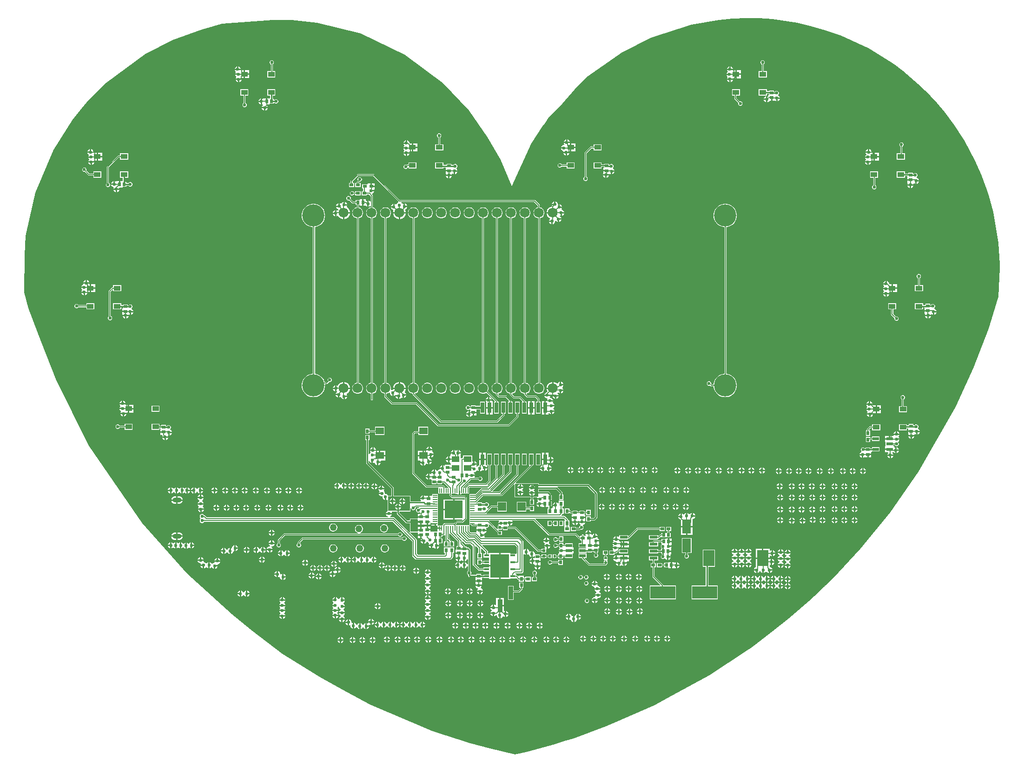
<source format=gtl>
G04*
G04 #@! TF.GenerationSoftware,Altium Limited,Altium Designer,25.3.3 (18)*
G04*
G04 Layer_Physical_Order=1*
G04 Layer_Color=255*
%FSLAX44Y44*%
%MOMM*%
G71*
G04*
G04 #@! TF.SameCoordinates,03B7C616-348C-440E-9E9C-07167A9097DF*
G04*
G04*
G04 #@! TF.FilePolarity,Positive*
G04*
G01*
G75*
%ADD11C,0.2000*%
%ADD14C,0.1500*%
%ADD17C,0.2540*%
%ADD18R,2.0000X3.0000*%
%ADD19R,1.5500X1.3000*%
%ADD20R,0.8500X2.3500*%
%ADD21R,1.2000X0.6000*%
%ADD22R,0.6096X0.7112*%
%ADD23R,0.6000X0.7500*%
%ADD24R,0.6500X1.9500*%
%ADD25R,0.6000X0.6400*%
%ADD26R,1.5000X1.6000*%
%ADD27R,0.6000X0.5000*%
%ADD28R,0.7500X0.6000*%
%ADD29R,0.6400X0.6000*%
%ADD30R,0.5000X0.4000*%
%ADD31R,0.4000X0.5000*%
%ADD32R,4.5500X2.3000*%
%ADD33R,1.6000X2.5000*%
%ADD34R,1.4605X0.5588*%
%ADD35R,0.1778X0.8128*%
%ADD36R,0.8128X0.1778*%
%ADD37R,1.4000X1.1000*%
%ADD38R,3.4000X4.3000*%
%ADD39R,0.9600X0.4400*%
%ADD40R,1.2446X0.9398*%
%ADD56R,3.2004X3.2004*%
%ADD64C,0.4000*%
%ADD65C,1.8000*%
%ADD66C,4.0500*%
%ADD67O,1.6000X0.9000*%
%ADD68C,0.6000*%
%ADD69C,1.2700*%
G36*
X468408Y1341259D02*
X513807Y1334304D01*
X537729Y1328920D01*
X561344Y1322258D01*
X592066Y1311481D01*
X643682Y1288065D01*
X684589Y1262409D01*
X692039Y1257177D01*
X706635Y1246260D01*
X740312Y1217277D01*
X746603Y1211190D01*
X748683Y1209275D01*
X756586Y1201002D01*
X763125Y1194030D01*
X768273Y1188170D01*
X781961Y1172060D01*
X798965Y1149518D01*
X818433Y1119567D01*
X837635Y1082325D01*
X849105Y1057980D01*
X857738Y1035049D01*
X862536Y1020394D01*
X871012Y989046D01*
X880196Y933281D01*
X882844Y894270D01*
X882727Y887058D01*
X880026Y835391D01*
X862536Y776836D01*
X834172Y704474D01*
X802992Y635978D01*
X801311Y632586D01*
X734971Y516132D01*
X682720Y441667D01*
X628672Y375584D01*
X588838Y332460D01*
X566629Y310089D01*
X564972Y308432D01*
X563771Y307282D01*
X563660Y307171D01*
X562507Y306072D01*
X562446Y306010D01*
X560623Y304332D01*
X557682Y301624D01*
X556419Y300298D01*
X555115Y299057D01*
X552882Y296934D01*
X544720Y289275D01*
X534498Y279883D01*
X498167Y248200D01*
X474210Y228663D01*
X439271Y201947D01*
X429129Y194310D01*
X424506Y191254D01*
X354763Y145134D01*
X285675Y107759D01*
X253330Y90261D01*
X193823Y64125D01*
X163703Y50895D01*
X105334Y29471D01*
X89890Y25244D01*
X72231Y19065D01*
X22982Y5636D01*
X11933Y2768D01*
X0Y0D01*
X-45707Y11490D01*
X-81816Y20724D01*
X-149774Y42833D01*
X-230117Y76770D01*
X-265136Y91562D01*
X-305914Y113983D01*
X-353478Y140135D01*
X-424831Y184098D01*
X-478828Y225545D01*
X-515674Y256134D01*
X-598334Y330121D01*
X-679275Y421515D01*
X-776503Y563161D01*
X-835851Y682504D01*
X-863544Y753630D01*
X-886869Y814113D01*
X-893954Y842673D01*
X-893216Y911625D01*
X-891875Y945999D01*
X-873998Y1025165D01*
X-840976Y1102617D01*
X-805907Y1157741D01*
X-789350Y1178755D01*
X-776503Y1194030D01*
X-744175Y1225561D01*
X-673129Y1277948D01*
X-623300Y1303727D01*
X-572054Y1322258D01*
X-533605Y1332744D01*
X-441162Y1340135D01*
X-406501D01*
X-361350Y1334304D01*
X-280991Y1314857D01*
X-200857Y1276306D01*
X-131494Y1224621D01*
X-83742Y1174372D01*
X-50286Y1125734D01*
X-26521Y1084612D01*
X-6558Y1036605D01*
X29382Y1114701D01*
X49276Y1146044D01*
X54307Y1151076D01*
X61593Y1162383D01*
X79837Y1180627D01*
X114324Y1219189D01*
X132451Y1236922D01*
X194828Y1280147D01*
X247960Y1307160D01*
X321431Y1331379D01*
X371461Y1340135D01*
X395570Y1342342D01*
X420162Y1342924D01*
X443820D01*
X468408Y1341259D01*
D02*
G37*
%LPC*%
G36*
X392430Y1255150D02*
Y1250950D01*
X396630D01*
X395857Y1252818D01*
X394298Y1254377D01*
X392430Y1255150D01*
D02*
G37*
G36*
X389890D02*
X388022Y1254377D01*
X386463Y1252818D01*
X385690Y1250950D01*
X389890D01*
Y1255150D01*
D02*
G37*
G36*
X-504190D02*
Y1250950D01*
X-499990D01*
X-500763Y1252818D01*
X-502322Y1254377D01*
X-504190Y1255150D01*
D02*
G37*
G36*
X-506730D02*
X-508598Y1254377D01*
X-510157Y1252818D01*
X-510930Y1250950D01*
X-506730D01*
Y1255150D01*
D02*
G37*
G36*
X-484330Y1247940D02*
X-491823D01*
Y1241971D01*
X-484330D01*
Y1247940D01*
D02*
G37*
G36*
X411020Y1247930D02*
X403527D01*
Y1241961D01*
X411020D01*
Y1247930D01*
D02*
G37*
G36*
X-442513Y1266301D02*
X-444105D01*
X-445575Y1265692D01*
X-446700Y1264567D01*
X-447309Y1263097D01*
Y1261505D01*
X-446700Y1260035D01*
X-445575Y1258910D01*
X-445093Y1258710D01*
Y1246400D01*
X-451548D01*
Y1235002D01*
X-437102D01*
Y1246400D01*
X-441525D01*
Y1258710D01*
X-441043Y1258910D01*
X-439918Y1260035D01*
X-439309Y1261505D01*
Y1263097D01*
X-439918Y1264567D01*
X-441043Y1265692D01*
X-442513Y1266301D01*
D02*
G37*
G36*
X451567D02*
X449975D01*
X448505Y1265692D01*
X447380Y1264567D01*
X446771Y1263097D01*
Y1261505D01*
X447380Y1260035D01*
X448505Y1258910D01*
X448987Y1258710D01*
Y1246390D01*
X443802D01*
Y1234992D01*
X458248D01*
Y1246390D01*
X452555D01*
Y1258710D01*
X453037Y1258910D01*
X454162Y1260035D01*
X454771Y1261505D01*
Y1263097D01*
X454162Y1264567D01*
X453037Y1265692D01*
X451567Y1266301D01*
D02*
G37*
G36*
X-484330Y1239431D02*
X-491823D01*
Y1233462D01*
X-484330D01*
Y1239431D01*
D02*
G37*
G36*
X411020Y1239421D02*
X403527D01*
Y1233452D01*
X411020D01*
Y1239421D01*
D02*
G37*
G36*
X396812Y1248410D02*
X385690D01*
X386463Y1246542D01*
X387113Y1245892D01*
X386946Y1245049D01*
X385387Y1243491D01*
X384614Y1241623D01*
X390084D01*
Y1239083D01*
X384614D01*
X385387Y1237215D01*
X386946Y1235656D01*
X386968Y1235543D01*
X386463Y1235038D01*
X385690Y1233170D01*
X396812D01*
X397001Y1233452D01*
X400987D01*
Y1240691D01*
Y1247930D01*
X397133D01*
X396812Y1248410D01*
D02*
G37*
G36*
X-499808D02*
X-510930D01*
X-510157Y1246542D01*
X-509113Y1245498D01*
X-508887Y1243928D01*
X-509660Y1242060D01*
X-504190D01*
Y1239520D01*
X-509660D01*
X-508887Y1237652D01*
X-508170Y1236935D01*
X-508146Y1235162D01*
X-508549Y1234759D01*
X-509323Y1232891D01*
X-498201D01*
X-497819Y1233462D01*
X-494363D01*
Y1240701D01*
Y1247940D01*
X-499494D01*
X-499808Y1248410D01*
D02*
G37*
G36*
X396630Y1230630D02*
X392430D01*
Y1226430D01*
X394298Y1227203D01*
X395857Y1228762D01*
X396630Y1230630D01*
D02*
G37*
G36*
X389890D02*
X385690D01*
X386463Y1228762D01*
X388022Y1227203D01*
X389890Y1226430D01*
Y1230630D01*
D02*
G37*
G36*
X-498382Y1230351D02*
X-502583D01*
Y1226150D01*
X-500715Y1226924D01*
X-499156Y1228483D01*
X-498382Y1230351D01*
D02*
G37*
G36*
X-505123D02*
X-509323D01*
X-508549Y1228483D01*
X-506991Y1226924D01*
X-505123Y1226150D01*
Y1230351D01*
D02*
G37*
G36*
X458248Y1213390D02*
X443802D01*
Y1201992D01*
X458248D01*
Y1205377D01*
X463081D01*
Y1203751D01*
X461541D01*
Y1200937D01*
X460485Y1200232D01*
X459740Y1200540D01*
Y1195070D01*
Y1189600D01*
X461608Y1190373D01*
X463167Y1191932D01*
X463473Y1192671D01*
X466011D01*
Y1198211D01*
X468551D01*
Y1192671D01*
X473021D01*
X473021Y1192671D01*
Y1192671D01*
X473211Y1192541D01*
X473306Y1192476D01*
X474077Y1192157D01*
X474078Y1192157D01*
X474081Y1192155D01*
X475174Y1191702D01*
Y1197173D01*
X476444D01*
Y1198443D01*
X481914D01*
X481141Y1200311D01*
X479582Y1201870D01*
X479086Y1202075D01*
X478924Y1203517D01*
X479641Y1204234D01*
X480250Y1205704D01*
Y1207296D01*
X479641Y1208766D01*
X478516Y1209891D01*
X477046Y1210500D01*
X475454D01*
X473984Y1209891D01*
X472908Y1208814D01*
X471481D01*
Y1211011D01*
X463081D01*
Y1210005D01*
X458248D01*
Y1213390D01*
D02*
G37*
G36*
X457200Y1200540D02*
X455332Y1199767D01*
X453773Y1198208D01*
X453000Y1196340D01*
X457200D01*
Y1200540D01*
D02*
G37*
G36*
X-463629Y1196651D02*
X-465497Y1195878D01*
X-467056Y1194319D01*
X-467829Y1192451D01*
X-463629D01*
Y1196651D01*
D02*
G37*
G36*
X481914Y1195903D02*
X477714D01*
Y1191702D01*
X479582Y1192476D01*
X481141Y1194035D01*
X481914Y1195903D01*
D02*
G37*
G36*
X-437102Y1213400D02*
X-451548D01*
Y1202002D01*
X-446303D01*
Y1197704D01*
X-447249Y1196921D01*
X-451519D01*
Y1191181D01*
X-454059D01*
Y1196921D01*
X-458329D01*
Y1196645D01*
X-459599Y1196034D01*
X-461089Y1196651D01*
Y1191181D01*
Y1185711D01*
X-460598Y1185914D01*
X-459099Y1185169D01*
X-458966Y1184659D01*
X-459103Y1184492D01*
X-460627Y1182968D01*
X-461400Y1181100D01*
X-450460D01*
X-451233Y1182968D01*
X-452436Y1184171D01*
X-451934Y1185441D01*
X-447249D01*
Y1186981D01*
X-439989D01*
Y1188382D01*
X-438719Y1188712D01*
X-437876Y1187869D01*
X-436406Y1187260D01*
X-434814D01*
X-433344Y1187869D01*
X-432219Y1188994D01*
X-431610Y1190464D01*
Y1192056D01*
X-432219Y1193526D01*
X-433344Y1194651D01*
X-434814Y1195260D01*
X-436406D01*
X-437876Y1194651D01*
X-438719Y1193808D01*
X-439989Y1194138D01*
Y1195381D01*
X-441674D01*
Y1202002D01*
X-437102D01*
Y1213400D01*
D02*
G37*
G36*
X457200Y1193800D02*
X453000D01*
X453773Y1191932D01*
X455332Y1190373D01*
X457200Y1189600D01*
Y1193800D01*
D02*
G37*
G36*
X-463629Y1189911D02*
X-467829D01*
X-467056Y1188043D01*
X-465497Y1186484D01*
X-463629Y1185711D01*
Y1189911D01*
D02*
G37*
G36*
X409480Y1213390D02*
X395034D01*
Y1201992D01*
X399457D01*
Y1196261D01*
X399593Y1195578D01*
X399979Y1194999D01*
X406330Y1188648D01*
X406131Y1188167D01*
Y1186575D01*
X406740Y1185105D01*
X407865Y1183980D01*
X409335Y1183371D01*
X410927D01*
X412397Y1183980D01*
X413522Y1185105D01*
X414131Y1186575D01*
Y1188167D01*
X413522Y1189637D01*
X412397Y1190762D01*
X410927Y1191371D01*
X409335D01*
X408854Y1191172D01*
X403025Y1197000D01*
Y1201992D01*
X409480D01*
Y1213390D01*
D02*
G37*
G36*
X-485870Y1213400D02*
X-500316D01*
Y1202002D01*
X-494623D01*
Y1188421D01*
X-495105Y1188222D01*
X-496230Y1187097D01*
X-496839Y1185627D01*
Y1184035D01*
X-496230Y1182565D01*
X-495105Y1181440D01*
X-493635Y1180831D01*
X-492043D01*
X-490573Y1181440D01*
X-489448Y1182565D01*
X-488839Y1184035D01*
Y1185627D01*
X-489448Y1187097D01*
X-490573Y1188222D01*
X-491055Y1188421D01*
Y1202002D01*
X-485870D01*
Y1213400D01*
D02*
G37*
G36*
X-450460Y1178560D02*
X-454660D01*
Y1174360D01*
X-452792Y1175133D01*
X-451233Y1176692D01*
X-450460Y1178560D01*
D02*
G37*
G36*
X-457200D02*
X-461400D01*
X-460627Y1176692D01*
X-459068Y1175133D01*
X-457200Y1174360D01*
Y1178560D01*
D02*
G37*
G36*
X95250Y1121800D02*
Y1117600D01*
X99450D01*
X98677Y1119468D01*
X97118Y1121027D01*
X95250Y1121800D01*
D02*
G37*
G36*
X92710D02*
X90842Y1121027D01*
X89283Y1119468D01*
X88510Y1117600D01*
X92710D01*
Y1121800D01*
D02*
G37*
G36*
X-199390Y1120530D02*
X-201258Y1119757D01*
X-202817Y1118198D01*
X-203590Y1116330D01*
X-199390D01*
Y1120530D01*
D02*
G37*
G36*
X110030Y1114590D02*
X102537D01*
Y1108621D01*
X110030D01*
Y1114590D01*
D02*
G37*
G36*
X-178260D02*
X-185753D01*
Y1108621D01*
X-178260D01*
Y1114590D01*
D02*
G37*
G36*
X157258Y1113050D02*
X142812D01*
Y1109135D01*
X138341D01*
X137658Y1108999D01*
X137079Y1108613D01*
X126929Y1098463D01*
X126543Y1097884D01*
X126407Y1097201D01*
Y1053801D01*
X125925Y1053602D01*
X124800Y1052477D01*
X124191Y1051007D01*
Y1049415D01*
X124800Y1047945D01*
X125925Y1046820D01*
X127395Y1046211D01*
X128987D01*
X130457Y1046820D01*
X131582Y1047945D01*
X132191Y1049415D01*
Y1051007D01*
X131582Y1052477D01*
X130457Y1053602D01*
X129975Y1053801D01*
Y1096462D01*
X139080Y1105567D01*
X142812D01*
Y1101652D01*
X157258D01*
Y1113050D01*
D02*
G37*
G36*
X-137713Y1132951D02*
X-139305D01*
X-140775Y1132342D01*
X-141900Y1131217D01*
X-142509Y1129747D01*
Y1128155D01*
X-141900Y1126685D01*
X-140775Y1125560D01*
X-140293Y1125360D01*
Y1113050D01*
X-145478D01*
Y1101652D01*
X-131032D01*
Y1113050D01*
X-136725D01*
Y1125360D01*
X-136243Y1125560D01*
X-135118Y1126685D01*
X-134509Y1128155D01*
Y1129747D01*
X-135118Y1131217D01*
X-136243Y1132342D01*
X-137713Y1132951D01*
D02*
G37*
G36*
X110030Y1106081D02*
X102537D01*
Y1100112D01*
X110030D01*
Y1106081D01*
D02*
G37*
G36*
X-178260D02*
X-185753D01*
Y1100112D01*
X-178260D01*
Y1106081D01*
D02*
G37*
G36*
X642620Y1104020D02*
X640752Y1103247D01*
X639193Y1101688D01*
X638420Y1099820D01*
X642620D01*
Y1104020D01*
D02*
G37*
G36*
X-774700D02*
X-776568Y1103247D01*
X-778127Y1101688D01*
X-778900Y1099820D01*
X-774700D01*
Y1104020D01*
D02*
G37*
G36*
X99632Y1115060D02*
X88510D01*
X89283Y1113192D01*
X89495Y1112980D01*
X88969Y1111710D01*
X87798D01*
X85762Y1110867D01*
X84203Y1109308D01*
X83430Y1107440D01*
X88900D01*
Y1104900D01*
X83430D01*
X84203Y1103032D01*
X85762Y1101473D01*
X86821Y1101035D01*
X87504Y1099541D01*
X98699D01*
X99081Y1100112D01*
X99997D01*
Y1107351D01*
Y1114590D01*
X99946D01*
X99632Y1115060D01*
D02*
G37*
G36*
X-196850Y1120530D02*
Y1115060D01*
X-198120D01*
Y1113790D01*
X-203590D01*
X-202817Y1111922D01*
X-201510Y1110615D01*
X-202817Y1109308D01*
X-203590Y1107440D01*
X-198120D01*
Y1104900D01*
X-203590D01*
X-202817Y1103032D01*
X-201510Y1101725D01*
X-202817Y1100418D01*
X-203590Y1098550D01*
X-192650D01*
X-192859Y1099056D01*
X-192154Y1100112D01*
X-188293D01*
Y1107351D01*
X-187023D01*
D01*
X-188293D01*
Y1114590D01*
X-192580D01*
Y1116162D01*
X-193423Y1118198D01*
X-194982Y1119757D01*
X-196850Y1120530D01*
D02*
G37*
G36*
X98518Y1097001D02*
X94317D01*
Y1092800D01*
X96185Y1093574D01*
X97744Y1095133D01*
X98518Y1097001D01*
D02*
G37*
G36*
X91777D02*
X87577D01*
X88350Y1095133D01*
X89909Y1093574D01*
X91777Y1092800D01*
Y1097001D01*
D02*
G37*
G36*
X662480Y1097930D02*
X654987D01*
Y1091961D01*
X662480D01*
Y1097930D01*
D02*
G37*
G36*
X-752300D02*
X-759793D01*
Y1091961D01*
X-752300D01*
Y1097930D01*
D02*
G37*
G36*
X-192650Y1096010D02*
X-196850D01*
Y1091810D01*
X-194982Y1092583D01*
X-193423Y1094142D01*
X-192650Y1096010D01*
D02*
G37*
G36*
X-199390D02*
X-203590D01*
X-202817Y1094142D01*
X-201258Y1092583D01*
X-199390Y1091810D01*
Y1096010D01*
D02*
G37*
G36*
X704297Y1116441D02*
X702705D01*
X701235Y1115832D01*
X700110Y1114707D01*
X699501Y1113237D01*
Y1111645D01*
X700110Y1110175D01*
X701235Y1109050D01*
X701717Y1108850D01*
Y1096390D01*
X695262D01*
Y1084992D01*
X709708D01*
Y1096390D01*
X705285D01*
Y1108850D01*
X705767Y1109050D01*
X706892Y1110175D01*
X707501Y1111645D01*
Y1113237D01*
X706892Y1114707D01*
X705767Y1115832D01*
X704297Y1116441D01*
D02*
G37*
G36*
X-705072Y1096390D02*
X-719518D01*
Y1092475D01*
X-722869D01*
X-723552Y1092339D01*
X-724131Y1091953D01*
X-743021Y1073063D01*
X-743407Y1072484D01*
X-743543Y1071801D01*
Y1042372D01*
X-744025Y1042172D01*
X-745150Y1041047D01*
X-745759Y1039577D01*
Y1037985D01*
X-745150Y1036515D01*
X-744025Y1035390D01*
X-742555Y1034781D01*
X-740963D01*
X-739493Y1035390D01*
X-738368Y1036515D01*
X-737759Y1037985D01*
Y1039577D01*
X-738368Y1041047D01*
X-739493Y1042172D01*
X-739975Y1042372D01*
Y1071062D01*
X-722130Y1088907D01*
X-719518D01*
Y1084992D01*
X-705072D01*
Y1096390D01*
D02*
G37*
G36*
X662480Y1089421D02*
X654987D01*
Y1083452D01*
X662480D01*
Y1089421D01*
D02*
G37*
G36*
X-752300D02*
X-759793D01*
Y1083452D01*
X-752300D01*
Y1089421D01*
D02*
G37*
G36*
X645160Y1104020D02*
Y1098550D01*
X643890D01*
Y1097280D01*
X638420D01*
X639193Y1095412D01*
X639609Y1094996D01*
X639482Y1094357D01*
X637923Y1092798D01*
X637150Y1090930D01*
X642620D01*
Y1088390D01*
X637150D01*
X637923Y1086522D01*
X639230Y1085215D01*
X637923Y1083908D01*
X637150Y1082040D01*
X648090D01*
X647943Y1082396D01*
X648649Y1083452D01*
X652447D01*
Y1090691D01*
Y1097930D01*
X649430D01*
Y1099652D01*
X648587Y1101688D01*
X647028Y1103247D01*
X645160Y1104020D01*
D02*
G37*
G36*
X-772160D02*
Y1098550D01*
X-773430D01*
Y1097280D01*
X-778900D01*
X-778127Y1095412D01*
X-777083Y1094368D01*
X-776857Y1092798D01*
X-777630Y1090930D01*
X-772160D01*
Y1088390D01*
X-777630D01*
X-776857Y1086522D01*
X-775550Y1085215D01*
X-776857Y1083908D01*
X-777630Y1082040D01*
X-766690D01*
X-766837Y1082396D01*
X-766132Y1083452D01*
X-762333D01*
Y1090691D01*
Y1097930D01*
X-767890D01*
Y1099652D01*
X-768733Y1101688D01*
X-770292Y1103247D01*
X-772160Y1104020D01*
D02*
G37*
G36*
X108490Y1080050D02*
X94044D01*
Y1076125D01*
X84791D01*
X84592Y1076607D01*
X83467Y1077732D01*
X81997Y1078341D01*
X80405D01*
X78935Y1077732D01*
X77810Y1076607D01*
X77201Y1075137D01*
Y1073545D01*
X77810Y1072075D01*
X78935Y1070950D01*
X80405Y1070341D01*
X81997D01*
X83467Y1070950D01*
X84592Y1072075D01*
X84791Y1072557D01*
X94044D01*
Y1068652D01*
X108490D01*
Y1080050D01*
D02*
G37*
G36*
X-179800D02*
X-194246D01*
Y1076135D01*
X-195701D01*
X-196384Y1076000D01*
X-196963Y1075613D01*
X-197252Y1075324D01*
X-198594Y1075880D01*
X-200186D01*
X-201656Y1075271D01*
X-202781Y1074146D01*
X-203390Y1072676D01*
Y1071084D01*
X-202781Y1069614D01*
X-201656Y1068489D01*
X-200186Y1067880D01*
X-198594D01*
X-197124Y1068489D01*
X-195999Y1069614D01*
X-195516Y1070780D01*
X-194246Y1070528D01*
Y1068652D01*
X-179800D01*
Y1080050D01*
D02*
G37*
G36*
X648090Y1079500D02*
X643890D01*
Y1075300D01*
X645758Y1076073D01*
X647317Y1077632D01*
X648090Y1079500D01*
D02*
G37*
G36*
X641350D02*
X637150D01*
X637923Y1077632D01*
X639482Y1076073D01*
X641350Y1075300D01*
Y1079500D01*
D02*
G37*
G36*
X-766690D02*
X-770890D01*
Y1075300D01*
X-769022Y1076073D01*
X-767463Y1077632D01*
X-766690Y1079500D01*
D02*
G37*
G36*
X-773430D02*
X-777630D01*
X-776857Y1077632D01*
X-775298Y1076073D01*
X-773430Y1075300D01*
Y1079500D01*
D02*
G37*
G36*
X-105020Y1062990D02*
X-109220D01*
Y1058790D01*
X-107352Y1059563D01*
X-105793Y1061122D01*
X-105020Y1062990D01*
D02*
G37*
G36*
X-131032Y1080050D02*
X-145478D01*
Y1068652D01*
X-131032D01*
Y1070767D01*
X-127588D01*
X-126469Y1070401D01*
Y1066131D01*
X-120729D01*
Y1063591D01*
X-126469D01*
Y1059321D01*
X-126469D01*
X-125893Y1058459D01*
X-126120Y1057910D01*
X-115180D01*
X-115468Y1058605D01*
X-114989Y1059321D01*
X-113855Y1059791D01*
X-113628Y1059563D01*
X-111760Y1058790D01*
Y1064260D01*
X-110490D01*
Y1065530D01*
X-105020D01*
X-105793Y1067398D01*
X-106831Y1068436D01*
X-106942Y1069631D01*
X-106725Y1069989D01*
X-105829Y1070884D01*
X-105220Y1072354D01*
Y1073946D01*
X-105829Y1075416D01*
X-106954Y1076541D01*
X-108424Y1077150D01*
X-110016D01*
X-111486Y1076541D01*
X-112562Y1075464D01*
X-116529D01*
Y1077661D01*
X-124929D01*
Y1075396D01*
X-131032D01*
Y1080050D01*
D02*
G37*
G36*
X181068Y1062711D02*
X176867D01*
Y1058510D01*
X178735Y1059284D01*
X180294Y1060843D01*
X181068Y1062711D01*
D02*
G37*
G36*
X157258Y1080050D02*
X142812D01*
Y1068652D01*
X157258D01*
Y1072037D01*
X162091D01*
Y1070401D01*
X160551D01*
Y1066131D01*
X166291D01*
Y1063591D01*
X160551D01*
Y1060499D01*
X159824Y1058743D01*
X170952D01*
X172031Y1059321D01*
X173165Y1058992D01*
X174327Y1058510D01*
Y1063981D01*
X175597D01*
Y1065251D01*
X181068D01*
X180294Y1067119D01*
X178735Y1068677D01*
X178358Y1068834D01*
X178087Y1070320D01*
X178651Y1070884D01*
X179260Y1072354D01*
Y1073946D01*
X178651Y1075416D01*
X177526Y1076541D01*
X176056Y1077150D01*
X174464D01*
X172994Y1076541D01*
X171918Y1075464D01*
X170491D01*
Y1077661D01*
X162091D01*
Y1076665D01*
X157258D01*
Y1080050D01*
D02*
G37*
G36*
X170764Y1056203D02*
X166564D01*
Y1052002D01*
X168432Y1052776D01*
X169991Y1054335D01*
X170764Y1056203D01*
D02*
G37*
G36*
X164024D02*
X159824D01*
X160597Y1054335D01*
X162156Y1052776D01*
X164024Y1052002D01*
Y1056203D01*
D02*
G37*
G36*
X-784143Y1070721D02*
X-785735D01*
X-787205Y1070112D01*
X-788330Y1068987D01*
X-788939Y1067517D01*
Y1065925D01*
X-788330Y1064455D01*
X-787205Y1063330D01*
X-785735Y1062721D01*
X-784143D01*
X-783662Y1062921D01*
X-777539Y1056798D01*
X-776960Y1056411D01*
X-776277Y1056275D01*
X-768286D01*
Y1051992D01*
X-753840D01*
Y1063390D01*
X-768286D01*
Y1059844D01*
X-775538D01*
X-781138Y1065444D01*
X-780939Y1065925D01*
Y1067517D01*
X-781548Y1068987D01*
X-782673Y1070112D01*
X-784143Y1070721D01*
D02*
G37*
G36*
X-115180Y1055370D02*
X-119380D01*
Y1051170D01*
X-117512Y1051943D01*
X-115953Y1053502D01*
X-115180Y1055370D01*
D02*
G37*
G36*
X-121920D02*
X-126120D01*
X-125347Y1053502D01*
X-123788Y1051943D01*
X-121920Y1051170D01*
Y1055370D01*
D02*
G37*
G36*
X-731520Y1045600D02*
X-733388Y1044827D01*
X-734947Y1043268D01*
X-735720Y1041400D01*
X-731520D01*
Y1045600D01*
D02*
G37*
G36*
X735720Y1045210D02*
X731520D01*
Y1041010D01*
X733388Y1041783D01*
X734947Y1043342D01*
X735720Y1045210D01*
D02*
G37*
G36*
X709708Y1063390D02*
X695262D01*
Y1051992D01*
X709708D01*
Y1055107D01*
X714139D01*
X714271Y1053891D01*
X714271D01*
Y1049621D01*
X720011D01*
Y1047081D01*
X714271D01*
Y1042811D01*
X714547D01*
X715204Y1041541D01*
X714620Y1040130D01*
X725560D01*
X725330Y1040685D01*
X726107Y1042069D01*
X726729Y1042166D01*
X727112Y1041783D01*
X728980Y1041010D01*
Y1046480D01*
X730250D01*
Y1047750D01*
X735720D01*
X734947Y1049618D01*
X733388Y1051177D01*
X731475Y1051969D01*
X731324Y1052477D01*
X731287Y1053290D01*
X732371Y1054374D01*
X732980Y1055844D01*
Y1057436D01*
X732371Y1058906D01*
X731246Y1060031D01*
X729776Y1060640D01*
X728184D01*
X726714Y1060031D01*
X725893Y1059210D01*
X724211D01*
Y1061151D01*
X715811D01*
Y1059735D01*
X709708D01*
Y1063390D01*
D02*
G37*
G36*
X-705072D02*
X-719518D01*
Y1051992D01*
X-714863D01*
Y1046914D01*
X-715219Y1045791D01*
X-719489D01*
Y1040051D01*
X-722029D01*
Y1045791D01*
X-726299D01*
Y1045673D01*
X-727569Y1045016D01*
X-728980Y1045600D01*
Y1040130D01*
X-730250D01*
Y1038860D01*
X-735720D01*
X-734947Y1036992D01*
X-733388Y1035433D01*
X-732177Y1034932D01*
X-731366Y1034500D01*
X-731542Y1033399D01*
X-731910Y1032510D01*
X-720970D01*
X-721278Y1033255D01*
X-720573Y1034311D01*
X-715219D01*
Y1035851D01*
X-707959D01*
Y1037815D01*
X-704382D01*
X-703306Y1036739D01*
X-701836Y1036130D01*
X-700244D01*
X-698774Y1036739D01*
X-697649Y1037864D01*
X-697040Y1039334D01*
Y1040926D01*
X-697649Y1042396D01*
X-698774Y1043521D01*
X-700244Y1044130D01*
X-701836D01*
X-703306Y1043521D01*
X-704382Y1042445D01*
X-707959D01*
Y1044251D01*
X-710235D01*
Y1051992D01*
X-705072D01*
Y1063390D01*
D02*
G37*
G36*
X-256009Y1041781D02*
X-261029D01*
Y1037511D01*
X-256009D01*
Y1041781D01*
D02*
G37*
G36*
X-282414Y1053020D02*
X-284006D01*
X-285476Y1052411D01*
X-286601Y1051286D01*
X-287210Y1049816D01*
Y1048224D01*
X-286722Y1047045D01*
X-287691Y1046076D01*
X-288077Y1045497D01*
X-288213Y1044814D01*
Y1042781D01*
X-291179D01*
Y1034781D01*
X-281679D01*
Y1042781D01*
X-284645D01*
Y1044075D01*
X-283700Y1045020D01*
X-282414D01*
X-280944Y1045629D01*
X-279819Y1046754D01*
X-279210Y1048224D01*
Y1049816D01*
X-279819Y1051286D01*
X-280944Y1052411D01*
X-282414Y1053020D01*
D02*
G37*
G36*
X725560Y1037590D02*
X721360D01*
Y1033390D01*
X723228Y1034163D01*
X724787Y1035722D01*
X725560Y1037590D01*
D02*
G37*
G36*
X718820D02*
X714620D01*
X715393Y1035722D01*
X716952Y1034163D01*
X718820Y1033390D01*
Y1037590D01*
D02*
G37*
G36*
X660940Y1063390D02*
X646494D01*
Y1051992D01*
X652187D01*
Y1038561D01*
X651705Y1038362D01*
X650580Y1037237D01*
X649971Y1035767D01*
Y1034175D01*
X650580Y1032705D01*
X651705Y1031580D01*
X653175Y1030971D01*
X654767D01*
X656237Y1031580D01*
X657362Y1032705D01*
X657971Y1034175D01*
Y1035767D01*
X657362Y1037237D01*
X656237Y1038362D01*
X655755Y1038561D01*
Y1051992D01*
X660940D01*
Y1063390D01*
D02*
G37*
G36*
X-720970Y1029970D02*
X-725170D01*
Y1025770D01*
X-723302Y1026543D01*
X-721743Y1028102D01*
X-720970Y1029970D01*
D02*
G37*
G36*
X-727710D02*
X-731910D01*
X-731137Y1028102D01*
X-729578Y1026543D01*
X-727710Y1025770D01*
Y1029970D01*
D02*
G37*
G36*
X-296384Y1027620D02*
X-297976D01*
X-299446Y1027011D01*
X-300571Y1025886D01*
X-301180Y1024416D01*
Y1022824D01*
X-300571Y1021354D01*
X-299446Y1020229D01*
X-297976Y1019620D01*
X-296384D01*
X-294914Y1020229D01*
X-293789Y1021354D01*
X-293589Y1021836D01*
X-291249D01*
Y1019541D01*
X-281749D01*
Y1027541D01*
X-291249D01*
Y1025404D01*
X-293589D01*
X-293789Y1025886D01*
X-294914Y1027011D01*
X-296384Y1027620D01*
D02*
G37*
G36*
X-263569Y1041781D02*
X-268589D01*
Y1041320D01*
X-269049Y1040241D01*
X-278549D01*
Y1032241D01*
X-276783D01*
Y1027541D01*
X-279749D01*
Y1019541D01*
X-270249D01*
Y1021757D01*
X-266090D01*
X-262523Y1018190D01*
Y1008754D01*
X-263793Y1008228D01*
X-264832Y1009267D01*
X-266700Y1010040D01*
Y1004570D01*
Y999100D01*
X-264832Y999873D01*
X-263793Y1000912D01*
X-262523Y1000386D01*
Y998060D01*
X-262936D01*
X-265480Y997378D01*
X-267760Y996062D01*
X-269622Y994200D01*
X-270938Y991920D01*
X-271620Y989377D01*
Y986743D01*
X-270938Y984200D01*
X-269622Y981920D01*
X-267760Y980058D01*
X-265480Y978742D01*
X-262936Y978060D01*
X-262523D01*
Y967701D01*
Y678060D01*
X-262936D01*
X-265480Y677378D01*
X-267760Y676062D01*
X-269622Y674200D01*
X-270938Y671920D01*
X-271620Y669377D01*
Y666743D01*
X-270938Y664200D01*
X-269622Y661920D01*
X-267760Y660058D01*
X-265480Y658742D01*
X-262936Y658060D01*
X-262523D01*
Y647701D01*
X-262387Y647018D01*
X-262001Y646439D01*
X-261422Y646053D01*
X-260739Y645917D01*
X-260056Y646053D01*
X-259477Y646439D01*
X-259090Y647018D01*
X-258955Y647701D01*
Y658421D01*
X-257760Y658742D01*
X-255480Y660058D01*
X-253618Y661920D01*
X-252302Y664200D01*
X-251620Y666743D01*
Y669377D01*
X-252302Y671920D01*
X-253618Y674200D01*
X-255480Y676062D01*
X-257760Y677378D01*
X-258955Y677699D01*
Y967701D01*
Y978421D01*
X-257760Y978742D01*
X-255480Y980058D01*
X-253618Y981920D01*
X-252302Y984200D01*
X-251620Y986743D01*
Y989377D01*
X-252302Y991920D01*
X-253618Y994200D01*
X-255480Y996062D01*
X-257760Y997378D01*
X-258955Y997699D01*
Y1018929D01*
X-259090Y1019612D01*
X-259477Y1020191D01*
X-260916Y1021629D01*
X-260618Y1023127D01*
X-259558Y1023566D01*
X-257999Y1025125D01*
X-257226Y1026993D01*
X-262696D01*
Y1029533D01*
X-257226D01*
X-257272Y1029645D01*
X-256567Y1030701D01*
X-256009D01*
Y1034971D01*
X-262299D01*
Y1036241D01*
X-263569D01*
Y1041781D01*
D02*
G37*
G36*
X-312933Y1008078D02*
X-314801Y1007304D01*
X-316359Y1005745D01*
X-316470Y1005479D01*
X-318034Y1005021D01*
X-319283Y1005538D01*
Y1000067D01*
X-320553D01*
Y998797D01*
X-326023D01*
X-325249Y996929D01*
X-323691Y995371D01*
X-322832Y995015D01*
X-322424Y993812D01*
X-322906Y992978D01*
X-323359Y992496D01*
X-324525Y992379D01*
X-325633Y992838D01*
Y987367D01*
Y981897D01*
X-323764Y982671D01*
X-322541Y982510D01*
X-321654Y980974D01*
X-319506Y978826D01*
X-316874Y977307D01*
X-313939Y976520D01*
X-313690D01*
Y988060D01*
X-312420D01*
Y989330D01*
X-300880D01*
Y989579D01*
X-301667Y992514D01*
X-303186Y995146D01*
X-305334Y997294D01*
X-306844Y998166D01*
X-307010Y999425D01*
X-306966Y999469D01*
X-306192Y1001337D01*
X-311663D01*
Y1002607D01*
X-312933D01*
Y1008078D01*
D02*
G37*
G36*
X71120Y1008770D02*
X69252Y1007997D01*
X67693Y1006438D01*
X66920Y1004570D01*
X71120D01*
Y1008770D01*
D02*
G37*
G36*
X-310393Y1008078D02*
Y1003877D01*
X-306192D01*
X-306966Y1005745D01*
X-308524Y1007304D01*
X-310393Y1008078D01*
D02*
G37*
G36*
X-302734Y1018730D02*
X-304326D01*
X-305796Y1018121D01*
X-306921Y1016996D01*
X-307530Y1015526D01*
Y1013934D01*
X-306921Y1012464D01*
X-305796Y1011339D01*
X-304326Y1010730D01*
X-302734D01*
X-302253Y1010929D01*
X-297172Y1005848D01*
X-296593Y1005462D01*
X-295910Y1005326D01*
X-290340D01*
Y1002910D01*
X-287923D01*
Y998060D01*
X-288337D01*
X-290880Y997378D01*
X-293160Y996062D01*
X-295022Y994200D01*
X-296339Y991920D01*
X-297020Y989377D01*
Y986743D01*
X-296339Y984200D01*
X-295022Y981920D01*
X-293160Y980058D01*
X-290880Y978742D01*
X-288337Y978060D01*
X-287923D01*
Y967701D01*
X-287923Y678060D01*
X-288337D01*
X-290880Y677378D01*
X-293160Y676062D01*
X-295022Y674200D01*
X-296339Y671920D01*
X-297020Y669377D01*
Y666743D01*
X-296339Y664200D01*
X-295022Y661920D01*
X-293160Y660058D01*
X-290880Y658742D01*
X-288337Y658060D01*
X-285704D01*
X-283160Y658742D01*
X-280880Y660058D01*
X-279018Y661920D01*
X-277701Y664200D01*
X-277020Y666743D01*
Y669377D01*
X-277701Y671920D01*
X-279018Y674200D01*
X-280880Y676062D01*
X-283160Y677378D01*
X-284355Y677699D01*
X-284355Y967701D01*
Y978421D01*
X-283160Y978742D01*
X-280880Y980058D01*
X-279018Y981920D01*
X-277701Y984200D01*
X-277020Y986743D01*
Y989377D01*
X-277701Y991920D01*
X-279018Y994200D01*
X-280880Y996062D01*
X-283160Y997378D01*
X-284355Y997699D01*
Y1002910D01*
X-283080D01*
Y1001370D01*
X-278810D01*
Y1007110D01*
Y1012850D01*
X-283080D01*
Y1011310D01*
X-290340D01*
Y1008894D01*
X-295171D01*
X-299729Y1013453D01*
X-299530Y1013934D01*
Y1015526D01*
X-300139Y1016996D01*
X-301264Y1018121D01*
X-302734Y1018730D01*
D02*
G37*
G36*
X-321823Y1005538D02*
X-323691Y1004764D01*
X-325249Y1003205D01*
X-326023Y1001337D01*
X-321823D01*
Y1005538D01*
D02*
G37*
G36*
X-200660Y1004960D02*
Y1000760D01*
X-196460D01*
X-197233Y1002628D01*
X-198792Y1004187D01*
X-200660Y1004960D01*
D02*
G37*
G36*
X-222250Y1004325D02*
X-224118Y1003552D01*
X-225677Y1001993D01*
X-226450Y1000125D01*
X-222250D01*
Y1004325D01*
D02*
G37*
G36*
X81280Y1003690D02*
Y999490D01*
X85480D01*
X84707Y1001358D01*
X83148Y1002917D01*
X81280Y1003690D01*
D02*
G37*
G36*
X-272000Y1012850D02*
X-276270D01*
Y1007110D01*
Y1001370D01*
X-272605D01*
X-271108Y999873D01*
X-269240Y999100D01*
Y1004570D01*
Y1010040D01*
X-270730Y1009423D01*
X-272000Y1010034D01*
Y1012850D01*
D02*
G37*
G36*
X-328173Y992838D02*
X-330041Y992064D01*
X-331599Y990505D01*
X-332373Y988637D01*
X-328173D01*
Y992838D01*
D02*
G37*
G36*
X89290Y986790D02*
X85090D01*
Y982590D01*
X86958Y983363D01*
X88517Y984922D01*
X89290Y986790D01*
D02*
G37*
G36*
X73660Y1008770D02*
Y1003300D01*
X72390D01*
Y1002030D01*
X66920D01*
X67400Y1000870D01*
X67292Y1000464D01*
X66694Y999502D01*
X64126Y998813D01*
X61494Y997294D01*
X59346Y995146D01*
X57826Y992514D01*
X57040Y989579D01*
Y989330D01*
X68580D01*
Y986790D01*
X57040D01*
Y986541D01*
X57826Y983606D01*
X59346Y980974D01*
X61494Y978826D01*
X63118Y977888D01*
X63284Y976629D01*
X62613Y975958D01*
X61840Y974090D01*
X67310D01*
Y972820D01*
X68580D01*
Y967350D01*
X70448Y968123D01*
X72007Y969682D01*
X72850Y971718D01*
Y973054D01*
X73748Y973383D01*
X74120Y973415D01*
X75602Y971933D01*
X77470Y971160D01*
Y976630D01*
X78740D01*
Y977900D01*
X84210D01*
X83437Y979768D01*
X81878Y981327D01*
X80015Y982098D01*
X79963Y982248D01*
X79981Y982384D01*
X80000Y982411D01*
X81356Y983084D01*
X82550Y982590D01*
Y988060D01*
X83820D01*
Y989330D01*
X89290D01*
X88517Y991198D01*
X86958Y992757D01*
X84922Y993600D01*
X84884D01*
X84398Y994773D01*
X84707Y995082D01*
X85480Y996950D01*
X80010D01*
Y998220D01*
X78740D01*
Y1003902D01*
X77814Y1004682D01*
X77087Y1006438D01*
X75528Y1007997D01*
X73660Y1008770D01*
D02*
G37*
G36*
X-328173Y986097D02*
X-332373D01*
X-331599Y984229D01*
X-330041Y982671D01*
X-328173Y981897D01*
Y986097D01*
D02*
G37*
G36*
X-82503Y998060D02*
X-85136D01*
X-87680Y997378D01*
X-89960Y996062D01*
X-91822Y994200D01*
X-93139Y991920D01*
X-93820Y989377D01*
Y986743D01*
X-93139Y984200D01*
X-91822Y981920D01*
X-89960Y980058D01*
X-87680Y978742D01*
X-85136Y978060D01*
X-82503D01*
X-79960Y978742D01*
X-77680Y980058D01*
X-75818Y981920D01*
X-74502Y984200D01*
X-73820Y986743D01*
Y989377D01*
X-74502Y991920D01*
X-75818Y994200D01*
X-77680Y996062D01*
X-79960Y997378D01*
X-82503Y998060D01*
D02*
G37*
G36*
X-107903D02*
X-110536D01*
X-113080Y997378D01*
X-115360Y996062D01*
X-117222Y994200D01*
X-118539Y991920D01*
X-119220Y989377D01*
Y986743D01*
X-118539Y984200D01*
X-117222Y981920D01*
X-115360Y980058D01*
X-113080Y978742D01*
X-110536Y978060D01*
X-107903D01*
X-105360Y978742D01*
X-103080Y980058D01*
X-101218Y981920D01*
X-99902Y984200D01*
X-99220Y986743D01*
Y989377D01*
X-99902Y991920D01*
X-101218Y994200D01*
X-103080Y996062D01*
X-105360Y997378D01*
X-107903Y998060D01*
D02*
G37*
G36*
X-133303D02*
X-135936D01*
X-138480Y997378D01*
X-140760Y996062D01*
X-142622Y994200D01*
X-143939Y991920D01*
X-144620Y989377D01*
Y986743D01*
X-143939Y984200D01*
X-142622Y981920D01*
X-140760Y980058D01*
X-138480Y978742D01*
X-135936Y978060D01*
X-133303D01*
X-130760Y978742D01*
X-128480Y980058D01*
X-126618Y981920D01*
X-125302Y984200D01*
X-124620Y986743D01*
Y989377D01*
X-125302Y991920D01*
X-126618Y994200D01*
X-128480Y996062D01*
X-130760Y997378D01*
X-133303Y998060D01*
D02*
G37*
G36*
X-158703D02*
X-161336D01*
X-163880Y997378D01*
X-166160Y996062D01*
X-168022Y994200D01*
X-169338Y991920D01*
X-170020Y989377D01*
Y986743D01*
X-169338Y984200D01*
X-168022Y981920D01*
X-166160Y980058D01*
X-163880Y978742D01*
X-161336Y978060D01*
X-158703D01*
X-156160Y978742D01*
X-153880Y980058D01*
X-152018Y981920D01*
X-150702Y984200D01*
X-150020Y986743D01*
Y989377D01*
X-150702Y991920D01*
X-152018Y994200D01*
X-153880Y996062D01*
X-156160Y997378D01*
X-158703Y998060D01*
D02*
G37*
G36*
X-199280Y986790D02*
X-209550D01*
Y976520D01*
X-209301D01*
X-206366Y977307D01*
X-203734Y978826D01*
X-201586Y980974D01*
X-200067Y983606D01*
X-199280Y986541D01*
Y986790D01*
D02*
G37*
G36*
X-212090D02*
X-222360D01*
Y986541D01*
X-221574Y983606D01*
X-220054Y980974D01*
X-217906Y978826D01*
X-215274Y977307D01*
X-212339Y976520D01*
X-212090D01*
Y986790D01*
D02*
G37*
G36*
X-300880D02*
X-311150D01*
Y976520D01*
X-310901D01*
X-307966Y977307D01*
X-305334Y978826D01*
X-303186Y980974D01*
X-301667Y983606D01*
X-300880Y986541D01*
Y986790D01*
D02*
G37*
G36*
X84210Y975360D02*
X80010D01*
Y971160D01*
X81878Y971933D01*
X83437Y973492D01*
X84210Y975360D01*
D02*
G37*
G36*
X66040Y971550D02*
X61840D01*
X62613Y969682D01*
X64172Y968123D01*
X66040Y967350D01*
Y971550D01*
D02*
G37*
G36*
X-779780Y865260D02*
Y861060D01*
X-775580D01*
X-776353Y862928D01*
X-777912Y864487D01*
X-779780Y865260D01*
D02*
G37*
G36*
X-782320D02*
X-784188Y864487D01*
X-785747Y862928D01*
X-786520Y861060D01*
X-782320D01*
Y865260D01*
D02*
G37*
G36*
X674370Y863990D02*
X672502Y863217D01*
X670943Y861658D01*
X670170Y859790D01*
X674370D01*
Y863990D01*
D02*
G37*
G36*
X695500Y857930D02*
X688007D01*
Y851961D01*
X695500D01*
Y857930D01*
D02*
G37*
G36*
X-765000D02*
X-772493D01*
Y851961D01*
X-765000D01*
Y857930D01*
D02*
G37*
G36*
X736047Y876411D02*
X734455D01*
X732985Y875802D01*
X731860Y874677D01*
X731251Y873207D01*
Y871615D01*
X731860Y870145D01*
X732985Y869020D01*
X733467Y868820D01*
Y856390D01*
X728282D01*
Y844992D01*
X742728D01*
Y856390D01*
X737035D01*
Y868820D01*
X737517Y869020D01*
X738642Y870145D01*
X739251Y871615D01*
Y873207D01*
X738642Y874677D01*
X737517Y875802D01*
X736047Y876411D01*
D02*
G37*
G36*
X-717772Y856390D02*
X-732218D01*
Y852475D01*
X-732999D01*
X-733682Y852339D01*
X-734261Y851953D01*
X-739602Y846611D01*
X-739989Y846032D01*
X-740125Y845350D01*
Y799639D01*
X-740215Y799602D01*
X-741340Y798477D01*
X-741949Y797007D01*
Y795415D01*
X-741340Y793945D01*
X-740215Y792820D01*
X-738745Y792211D01*
X-737153D01*
X-735683Y792820D01*
X-734558Y793945D01*
X-733949Y795415D01*
Y797007D01*
X-734558Y798477D01*
X-735683Y799602D01*
X-736556Y799964D01*
Y844611D01*
X-733488Y847679D01*
X-732218Y847153D01*
Y844992D01*
X-717772D01*
Y856390D01*
D02*
G37*
G36*
X695500Y849421D02*
X688007D01*
Y843452D01*
X695500D01*
Y849421D01*
D02*
G37*
G36*
X-765000D02*
X-772493D01*
Y843452D01*
X-765000D01*
Y849421D01*
D02*
G37*
G36*
X676910Y863990D02*
Y858520D01*
X675640D01*
Y857250D01*
X670170D01*
X670943Y855382D01*
X672250Y854075D01*
X670943Y852768D01*
X670170Y850900D01*
X675640D01*
Y848360D01*
X670170D01*
X670943Y846492D01*
X672250Y845185D01*
X670943Y843878D01*
X670170Y842010D01*
X681110D01*
X680950Y842396D01*
X681656Y843452D01*
X685467D01*
Y850691D01*
Y857930D01*
X681180D01*
Y859622D01*
X680337Y861658D01*
X678778Y863217D01*
X676910Y863990D01*
D02*
G37*
G36*
X-775398Y858520D02*
X-786520D01*
X-786152Y857631D01*
X-787998Y856867D01*
X-789557Y855308D01*
X-790330Y853440D01*
X-784860D01*
Y850900D01*
X-790330D01*
X-789557Y849032D01*
X-788250Y847725D01*
X-789557Y846418D01*
X-790330Y844550D01*
X-784860D01*
Y843280D01*
X-783590D01*
Y837810D01*
X-781722Y838583D01*
X-780163Y840142D01*
X-779320Y842178D01*
Y843452D01*
X-775033D01*
Y850691D01*
Y857974D01*
X-775398Y858520D01*
D02*
G37*
G36*
X-786130Y842010D02*
X-790330D01*
X-789557Y840142D01*
X-787998Y838583D01*
X-786130Y837810D01*
Y842010D01*
D02*
G37*
G36*
X681110Y839470D02*
X676910D01*
Y835270D01*
X678778Y836043D01*
X680337Y837602D01*
X681110Y839470D01*
D02*
G37*
G36*
X674370D02*
X670170D01*
X670943Y837602D01*
X672502Y836043D01*
X674370Y835270D01*
Y839470D01*
D02*
G37*
G36*
X-766540Y823390D02*
X-780986D01*
Y819585D01*
X-795319D01*
X-795518Y820067D01*
X-796643Y821192D01*
X-798113Y821801D01*
X-799705D01*
X-801175Y821192D01*
X-802300Y820067D01*
X-802909Y818597D01*
Y817005D01*
X-802300Y815535D01*
X-801175Y814410D01*
X-799705Y813801D01*
X-798113D01*
X-796643Y814410D01*
X-795518Y815535D01*
X-795319Y816017D01*
X-780986D01*
Y811992D01*
X-766540D01*
Y823390D01*
D02*
G37*
G36*
X767470Y806450D02*
X763270D01*
Y802250D01*
X765138Y803023D01*
X766697Y804582D01*
X767470Y806450D01*
D02*
G37*
G36*
X742728Y823390D02*
X728282D01*
Y811992D01*
X742728D01*
Y815377D01*
X744853D01*
X746021Y815131D01*
Y810861D01*
X751761D01*
Y808321D01*
X746021D01*
Y804051D01*
X746186D01*
X746892Y802995D01*
X746564Y802203D01*
X757504D01*
X757234Y802855D01*
X758311Y803574D01*
X758862Y803023D01*
X760730Y802250D01*
Y807720D01*
X762000D01*
Y808990D01*
X767470D01*
X766697Y810858D01*
X765138Y812417D01*
X763225Y813209D01*
X763074Y813717D01*
X763037Y814530D01*
X764121Y815614D01*
X764730Y817084D01*
Y818676D01*
X764121Y820146D01*
X762996Y821271D01*
X761526Y821880D01*
X759934D01*
X758464Y821271D01*
X757388Y820194D01*
X755961D01*
Y822391D01*
X747561D01*
Y820005D01*
X742728D01*
Y823390D01*
D02*
G37*
G36*
X-695570Y806450D02*
X-699770D01*
Y802250D01*
X-697902Y803023D01*
X-696343Y804582D01*
X-695570Y806450D01*
D02*
G37*
G36*
X-717772Y823390D02*
X-732218D01*
Y811992D01*
X-717772D01*
Y815377D01*
X-714209D01*
Y813861D01*
X-715749D01*
Y809591D01*
X-710009D01*
Y807051D01*
X-715749D01*
Y802781D01*
X-715749D01*
X-715363Y802203D01*
X-703598D01*
X-703391Y802392D01*
X-703035Y802550D01*
X-702310Y802250D01*
Y807720D01*
X-701040D01*
Y808990D01*
X-695570D01*
X-696343Y810858D01*
X-697902Y812417D01*
X-698390Y812619D01*
X-698475Y814029D01*
X-697649Y814855D01*
X-697040Y816325D01*
Y817917D01*
X-697649Y819387D01*
X-698774Y820512D01*
X-700244Y821121D01*
X-701836D01*
X-703306Y820512D01*
X-704382Y819436D01*
X-705809D01*
Y821121D01*
X-714209D01*
Y820005D01*
X-717772D01*
Y823390D01*
D02*
G37*
G36*
X757504Y799663D02*
X753304D01*
Y795462D01*
X755172Y796236D01*
X756731Y797795D01*
X757504Y799663D01*
D02*
G37*
G36*
X750764D02*
X746564D01*
X747337Y797795D01*
X748896Y796236D01*
X750764Y795462D01*
Y799663D01*
D02*
G37*
G36*
X-704266D02*
X-708466D01*
Y795462D01*
X-706598Y796236D01*
X-705039Y797795D01*
X-704266Y799663D01*
D02*
G37*
G36*
X-711006D02*
X-715206D01*
X-714433Y797795D01*
X-712874Y796236D01*
X-711006Y795462D01*
Y799663D01*
D02*
G37*
G36*
X693960Y823390D02*
X679514D01*
Y811992D01*
X684953D01*
Y802815D01*
X685089Y802132D01*
X685475Y801553D01*
X690810Y796218D01*
X690611Y795737D01*
Y794145D01*
X691220Y792675D01*
X692345Y791550D01*
X693815Y790941D01*
X695407D01*
X696877Y791550D01*
X698002Y792675D01*
X698611Y794145D01*
Y795737D01*
X698002Y797207D01*
X696877Y798332D01*
X695407Y798941D01*
X693815D01*
X693334Y798742D01*
X688521Y803554D01*
Y811992D01*
X693960D01*
Y823390D01*
D02*
G37*
G36*
X-365327Y1004310D02*
X-369513D01*
X-373618Y1003493D01*
X-377486Y1001891D01*
X-380966Y999566D01*
X-383926Y996606D01*
X-386251Y993126D01*
X-387853Y989258D01*
X-388670Y985153D01*
Y980967D01*
X-387853Y976862D01*
X-386251Y972994D01*
X-383926Y969514D01*
X-380966Y966554D01*
X-377486Y964229D01*
X-373618Y962627D01*
X-369513Y961810D01*
X-368323D01*
Y694310D01*
X-369513D01*
X-373618Y693493D01*
X-377486Y691891D01*
X-380966Y689566D01*
X-383926Y686606D01*
X-386251Y683126D01*
X-387853Y679258D01*
X-388670Y675153D01*
Y670967D01*
X-387853Y666862D01*
X-386251Y662994D01*
X-383926Y659514D01*
X-380966Y656554D01*
X-377486Y654229D01*
X-373618Y652627D01*
X-369513Y651810D01*
X-365327D01*
X-361222Y652627D01*
X-357354Y654229D01*
X-353874Y656554D01*
X-350914Y659514D01*
X-348588Y662994D01*
X-346987Y666862D01*
X-346170Y670967D01*
Y675153D01*
X-345808Y675593D01*
X-343702D01*
X-343019Y675729D01*
X-342441Y676116D01*
X-339097Y679460D01*
X-338616Y679260D01*
X-337024D01*
X-335554Y679869D01*
X-334429Y680994D01*
X-333820Y682464D01*
Y684056D01*
X-334429Y685526D01*
X-335554Y686651D01*
X-337024Y687260D01*
X-338616D01*
X-340086Y686651D01*
X-341211Y685526D01*
X-341820Y684056D01*
Y682464D01*
X-341620Y681983D01*
X-344441Y679162D01*
X-346968D01*
X-346987Y679258D01*
X-348588Y683126D01*
X-350914Y686606D01*
X-353874Y689566D01*
X-357354Y691891D01*
X-361222Y693493D01*
X-364755Y694196D01*
Y961924D01*
X-361222Y962627D01*
X-357354Y964229D01*
X-353874Y966554D01*
X-350914Y969514D01*
X-348588Y972994D01*
X-346987Y976862D01*
X-346170Y980967D01*
Y985153D01*
X-346987Y989258D01*
X-348588Y993126D01*
X-350914Y996606D01*
X-353874Y999566D01*
X-357354Y1001891D01*
X-361222Y1003493D01*
X-365327Y1004310D01*
D02*
G37*
G36*
X81280Y679840D02*
X79412Y679067D01*
X77853Y677508D01*
X77587Y676866D01*
X76342Y676618D01*
X75666Y677294D01*
X73034Y678813D01*
X70099Y679600D01*
X69850D01*
Y668060D01*
X68580D01*
Y666790D01*
X57040D01*
Y666541D01*
X57826Y663606D01*
X58678Y662130D01*
X57945Y660860D01*
X57318D01*
X55282Y660017D01*
X53723Y658458D01*
X52950Y656590D01*
X64486D01*
X64754Y656871D01*
X65073Y657053D01*
X67061Y656520D01*
X67544D01*
X68249Y655464D01*
X68190Y655320D01*
X79130D01*
X78357Y657188D01*
X76923Y658622D01*
X76891Y659140D01*
X77573Y659955D01*
X78923Y660003D01*
X79412Y659513D01*
X81280Y658740D01*
Y664210D01*
X82550D01*
Y665480D01*
X88020D01*
X87247Y667348D01*
X86118Y668477D01*
X85826Y669290D01*
X86118Y670103D01*
X87247Y671232D01*
X88020Y673100D01*
X82550D01*
Y674370D01*
X81280D01*
Y679840D01*
D02*
G37*
G36*
X83820D02*
Y675640D01*
X88020D01*
X87247Y677508D01*
X85688Y679067D01*
X83820Y679840D01*
D02*
G37*
G36*
X384673Y1004310D02*
X380487D01*
X376382Y1003493D01*
X372514Y1001891D01*
X369034Y999566D01*
X366074Y996606D01*
X363749Y993126D01*
X362147Y989258D01*
X361330Y985153D01*
Y980967D01*
X362147Y976862D01*
X363749Y972994D01*
X366074Y969514D01*
X369034Y966554D01*
X372514Y964229D01*
X376382Y962627D01*
X380487Y961810D01*
X381677D01*
Y694310D01*
X380487D01*
X376382Y693493D01*
X372514Y691891D01*
X369034Y689566D01*
X366074Y686606D01*
X363749Y683126D01*
X362147Y679258D01*
X361330Y675153D01*
Y674844D01*
X358434D01*
X357060Y676219D01*
Y677706D01*
X356451Y679176D01*
X355326Y680301D01*
X353856Y680910D01*
X352264D01*
X350794Y680301D01*
X349669Y679176D01*
X349060Y677706D01*
Y676114D01*
X349669Y674644D01*
X350794Y673519D01*
X352264Y672910D01*
X353856D01*
X354893Y673339D01*
X356434Y671798D01*
X357012Y671412D01*
X357695Y671276D01*
X361330D01*
Y670967D01*
X362147Y666862D01*
X363749Y662994D01*
X366074Y659514D01*
X369034Y656554D01*
X372514Y654229D01*
X376382Y652627D01*
X380487Y651810D01*
X384673D01*
X388778Y652627D01*
X392646Y654229D01*
X396126Y656554D01*
X399086Y659514D01*
X401412Y662994D01*
X403013Y666862D01*
X403830Y670967D01*
Y675153D01*
X403013Y679258D01*
X401412Y683126D01*
X399086Y686606D01*
X396126Y689566D01*
X392646Y691891D01*
X388778Y693493D01*
X385245Y694196D01*
Y961924D01*
X388778Y962627D01*
X392646Y964229D01*
X396126Y966554D01*
X399086Y969514D01*
X401412Y972994D01*
X403013Y976862D01*
X403830Y980967D01*
Y985153D01*
X403013Y989258D01*
X401412Y993126D01*
X399086Y996606D01*
X396126Y999566D01*
X392646Y1001891D01*
X388778Y1003493D01*
X384673Y1004310D01*
D02*
G37*
G36*
X-313690Y679600D02*
X-313939D01*
X-316874Y678813D01*
X-319506Y677294D01*
X-321654Y675146D01*
X-323041Y672744D01*
X-323252Y672717D01*
X-325120Y673490D01*
Y668020D01*
Y662550D01*
X-324474Y662817D01*
X-324351Y662701D01*
X-324437Y661442D01*
X-324569Y661166D01*
X-326007Y659728D01*
X-326780Y657860D01*
X-321310D01*
Y656590D01*
X-320040D01*
Y651120D01*
X-318301Y651840D01*
X-318166Y651891D01*
X-316854Y651415D01*
X-316359Y650219D01*
X-314801Y648661D01*
X-312933Y647887D01*
Y653357D01*
X-311663D01*
Y654627D01*
X-306192D01*
X-306966Y656495D01*
X-307109Y656638D01*
X-306943Y657897D01*
X-305334Y658826D01*
X-303186Y660974D01*
X-301667Y663606D01*
X-300880Y666541D01*
Y666790D01*
X-312420D01*
Y668060D01*
X-313690D01*
Y679600D01*
D02*
G37*
G36*
X67310D02*
X67061D01*
X64126Y678813D01*
X61494Y677294D01*
X59346Y675146D01*
X57826Y672514D01*
X57040Y669579D01*
Y669330D01*
X67310D01*
Y679600D01*
D02*
G37*
G36*
X-209301D02*
X-209550D01*
Y669330D01*
X-199280D01*
Y669579D01*
X-200067Y672514D01*
X-201586Y675146D01*
X-203734Y677294D01*
X-206366Y678813D01*
X-209301Y679600D01*
D02*
G37*
G36*
X-212090D02*
X-212339D01*
X-215274Y678813D01*
X-217906Y677294D01*
X-220054Y675146D01*
X-221574Y672514D01*
X-222360Y669579D01*
Y669330D01*
X-212090D01*
Y679600D01*
D02*
G37*
G36*
X-310901D02*
X-311150D01*
Y669330D01*
X-300880D01*
Y669579D01*
X-301667Y672514D01*
X-303186Y675146D01*
X-305334Y677294D01*
X-307966Y678813D01*
X-310901Y679600D01*
D02*
G37*
G36*
X-327660Y673490D02*
X-329528Y672717D01*
X-331087Y671158D01*
X-331860Y669290D01*
X-327660D01*
Y673490D01*
D02*
G37*
G36*
Y666750D02*
X-331860D01*
X-331087Y664882D01*
X-329528Y663323D01*
X-327660Y662550D01*
Y666750D01*
D02*
G37*
G36*
X88020Y662940D02*
X83820D01*
Y658740D01*
X85688Y659513D01*
X87247Y661072D01*
X88020Y662940D01*
D02*
G37*
G36*
X-257810Y1058424D02*
X-287020D01*
X-287703Y1058288D01*
X-288282Y1057902D01*
X-299191Y1046993D01*
X-299577Y1046414D01*
X-299713Y1045731D01*
Y1042781D01*
X-302679D01*
Y1034781D01*
X-293179D01*
Y1042781D01*
X-296145D01*
Y1044992D01*
X-286281Y1054856D01*
X-258549D01*
X-212428Y1008735D01*
X-212528Y1007539D01*
X-212676Y1007258D01*
X-213958Y1006727D01*
X-215517Y1005168D01*
X-216145Y1003651D01*
X-217533Y1003243D01*
X-217842Y1003552D01*
X-219710Y1004325D01*
Y998855D01*
X-220980D01*
Y997585D01*
X-226450D01*
X-225677Y995717D01*
X-224118Y994158D01*
X-222482Y993481D01*
X-221967Y992933D01*
X-221699Y992045D01*
X-222360Y989579D01*
Y989330D01*
X-199280D01*
Y989579D01*
X-200067Y992514D01*
X-200242Y992818D01*
X-199699Y994418D01*
X-198792Y994793D01*
X-197233Y996352D01*
X-196460Y998220D01*
X-201930D01*
Y999490D01*
X-203200D01*
Y1004960D01*
X-204449Y1004443D01*
X-206013Y1004901D01*
X-206123Y1005168D01*
X-207551Y1006596D01*
X-207462Y1007209D01*
X-207162Y1007866D01*
X34821D01*
X41396Y1001291D01*
Y997935D01*
X39320Y997378D01*
X37040Y996062D01*
X35178Y994200D01*
X33861Y991920D01*
X33180Y989377D01*
Y986743D01*
X33861Y984200D01*
X35178Y981920D01*
X37040Y980058D01*
X39320Y978742D01*
X41863Y978060D01*
X42277D01*
Y678060D01*
X41863D01*
X39320Y677378D01*
X37040Y676062D01*
X35178Y674200D01*
X33861Y671920D01*
X33180Y669377D01*
Y666743D01*
X33861Y664200D01*
X35178Y661920D01*
X37040Y660058D01*
X39320Y658742D01*
X41863Y658060D01*
X44496D01*
X47040Y658742D01*
X49320Y660058D01*
X51182Y661920D01*
X52498Y664200D01*
X53180Y666743D01*
Y669377D01*
X52498Y671920D01*
X51182Y674200D01*
X49320Y676062D01*
X47040Y677378D01*
X45845Y677699D01*
Y978421D01*
X47040Y978742D01*
X49320Y980058D01*
X51182Y981920D01*
X52498Y984200D01*
X53180Y986743D01*
Y989377D01*
X52498Y991920D01*
X51182Y994200D01*
X49320Y996062D01*
X47040Y997378D01*
X44964Y997935D01*
Y1002030D01*
X44829Y1002713D01*
X44442Y1003292D01*
X36822Y1010912D01*
X36243Y1011299D01*
X35560Y1011434D01*
X-210081D01*
X-256548Y1057902D01*
X-257127Y1058288D01*
X-257810Y1058424D01*
D02*
G37*
G36*
X-82503Y678060D02*
X-85136D01*
X-87680Y677378D01*
X-89960Y676062D01*
X-91822Y674200D01*
X-93139Y671920D01*
X-93820Y669377D01*
Y666743D01*
X-93139Y664200D01*
X-91822Y661920D01*
X-89960Y660058D01*
X-87680Y658742D01*
X-85136Y658060D01*
X-82503D01*
X-79960Y658742D01*
X-77680Y660058D01*
X-75818Y661920D01*
X-74502Y664200D01*
X-73820Y666743D01*
Y669377D01*
X-74502Y671920D01*
X-75818Y674200D01*
X-77680Y676062D01*
X-79960Y677378D01*
X-82503Y678060D01*
D02*
G37*
G36*
X-107903D02*
X-110536D01*
X-113080Y677378D01*
X-115360Y676062D01*
X-117222Y674200D01*
X-118539Y671920D01*
X-119220Y669377D01*
Y666743D01*
X-118539Y664200D01*
X-117222Y661920D01*
X-115360Y660058D01*
X-113080Y658742D01*
X-110536Y658060D01*
X-107903D01*
X-105360Y658742D01*
X-103080Y660058D01*
X-101218Y661920D01*
X-99902Y664200D01*
X-99220Y666743D01*
Y669377D01*
X-99902Y671920D01*
X-101218Y674200D01*
X-103080Y676062D01*
X-105360Y677378D01*
X-107903Y678060D01*
D02*
G37*
G36*
X-133303D02*
X-135936D01*
X-138480Y677378D01*
X-140760Y676062D01*
X-142622Y674200D01*
X-143939Y671920D01*
X-144620Y669377D01*
Y666743D01*
X-143939Y664200D01*
X-142622Y661920D01*
X-140760Y660058D01*
X-138480Y658742D01*
X-135936Y658060D01*
X-133303D01*
X-130760Y658742D01*
X-128480Y660058D01*
X-126618Y661920D01*
X-125302Y664200D01*
X-124620Y666743D01*
Y669377D01*
X-125302Y671920D01*
X-126618Y674200D01*
X-128480Y676062D01*
X-130760Y677378D01*
X-133303Y678060D01*
D02*
G37*
G36*
X-158703D02*
X-161336D01*
X-163880Y677378D01*
X-166160Y676062D01*
X-168022Y674200D01*
X-169338Y671920D01*
X-170020Y669377D01*
Y666743D01*
X-169338Y664200D01*
X-168022Y661920D01*
X-166160Y660058D01*
X-163880Y658742D01*
X-161336Y658060D01*
X-158703D01*
X-156160Y658742D01*
X-153880Y660058D01*
X-152018Y661920D01*
X-150702Y664200D01*
X-150020Y666743D01*
Y669377D01*
X-150702Y671920D01*
X-152018Y674200D01*
X-153880Y676062D01*
X-156160Y677378D01*
X-158703Y678060D01*
D02*
G37*
G36*
X-322580Y655320D02*
X-326780D01*
X-326007Y653452D01*
X-324448Y651893D01*
X-322580Y651120D01*
Y655320D01*
D02*
G37*
G36*
X-198242Y654627D02*
X-202443D01*
Y650427D01*
X-200574Y651201D01*
X-199016Y652759D01*
X-198242Y654627D01*
D02*
G37*
G36*
X-234904Y998060D02*
X-237537D01*
X-240080Y997378D01*
X-242360Y996062D01*
X-244222Y994200D01*
X-245539Y991920D01*
X-246220Y989377D01*
Y986743D01*
X-245539Y984200D01*
X-244222Y981920D01*
X-242360Y980058D01*
X-240080Y978742D01*
X-238004Y978185D01*
Y677935D01*
X-240080Y677378D01*
X-242360Y676062D01*
X-244222Y674200D01*
X-245539Y671920D01*
X-246220Y669377D01*
Y666743D01*
X-245539Y664200D01*
X-244222Y661920D01*
X-242360Y660058D01*
X-240080Y658742D01*
X-238004Y658185D01*
Y652780D01*
X-237868Y652097D01*
X-237482Y651518D01*
X-224782Y638818D01*
X-224203Y638432D01*
X-223520Y638296D01*
X-180444D01*
X-141597Y599448D01*
X-141018Y599062D01*
X-140335Y598926D01*
X-11430D01*
X-10747Y599062D01*
X-10168Y599448D01*
X5072Y614688D01*
X5458Y615267D01*
X5594Y615950D01*
Y621970D01*
X8060D01*
Y643470D01*
X-440D01*
Y621970D01*
X2026D01*
Y616689D01*
X-12169Y602494D01*
X-139596D01*
X-178443Y641342D01*
X-179022Y641729D01*
X-179705Y641864D01*
X-222781D01*
X-234436Y653519D01*
Y658185D01*
X-232360Y658742D01*
X-230080Y660058D01*
X-229573Y660565D01*
X-228303Y660039D01*
Y658605D01*
X-227459Y656569D01*
X-225901Y655011D01*
X-224033Y654237D01*
Y659707D01*
X-221493D01*
Y654237D01*
X-219625Y655011D01*
X-218666Y655969D01*
X-217695Y655320D01*
X-212090D01*
Y654050D01*
X-210820D01*
Y648580D01*
X-208952Y649353D01*
X-207393Y650912D01*
X-206038Y650864D01*
X-204983Y650427D01*
Y655897D01*
X-203713D01*
Y657167D01*
X-198242D01*
X-199016Y659035D01*
X-200574Y660594D01*
X-200678Y660637D01*
X-201086Y661839D01*
X-200067Y663606D01*
X-199280Y666541D01*
Y666790D01*
X-222360D01*
Y666541D01*
X-222283Y666255D01*
X-223057Y665247D01*
X-223865D01*
X-225486Y664576D01*
X-226560Y665359D01*
X-226582Y665391D01*
X-226220Y666743D01*
Y669377D01*
X-226901Y671920D01*
X-228218Y674200D01*
X-230080Y676062D01*
X-232360Y677378D01*
X-234436Y677935D01*
Y978185D01*
X-232360Y978742D01*
X-230080Y980058D01*
X-228218Y981920D01*
X-226901Y984200D01*
X-226220Y986743D01*
Y989377D01*
X-226901Y991920D01*
X-228218Y994200D01*
X-230080Y996062D01*
X-232360Y997378D01*
X-234904Y998060D01*
D02*
G37*
G36*
X79130Y652780D02*
X74930D01*
Y648580D01*
X76798Y649353D01*
X78357Y650912D01*
X79130Y652780D01*
D02*
G37*
G36*
X72390D02*
X68190D01*
X68963Y650912D01*
X70522Y649353D01*
X72390Y648580D01*
Y652780D01*
D02*
G37*
G36*
X-213360D02*
X-217560D01*
X-216787Y650912D01*
X-215228Y649353D01*
X-213360Y648580D01*
Y652780D01*
D02*
G37*
G36*
X-306192Y652087D02*
X-310393D01*
Y647887D01*
X-308524Y648661D01*
X-306966Y650219D01*
X-306192Y652087D01*
D02*
G37*
G36*
X-46990Y651900D02*
Y647700D01*
X-42790D01*
X-43563Y649568D01*
X-45122Y651127D01*
X-46990Y651900D01*
D02*
G37*
G36*
X-49530D02*
X-51398Y651127D01*
X-52957Y649568D01*
X-53730Y647700D01*
X-49530D01*
Y651900D01*
D02*
G37*
G36*
X-713740Y645550D02*
Y641350D01*
X-709540D01*
X-710313Y643218D01*
X-711872Y644777D01*
X-713740Y645550D01*
D02*
G37*
G36*
X-716280D02*
X-718148Y644777D01*
X-719707Y643218D01*
X-720480Y641350D01*
X-716280D01*
Y645550D01*
D02*
G37*
G36*
X646430Y644280D02*
Y640080D01*
X650630D01*
X649857Y641948D01*
X648298Y643507D01*
X646430Y644280D01*
D02*
G37*
G36*
X643890D02*
X642022Y643507D01*
X640463Y641948D01*
X639690Y640080D01*
X643890D01*
Y644280D01*
D02*
G37*
G36*
X-55440Y643470D02*
X-63940D01*
Y635779D01*
X-72000D01*
Y637050D01*
X-80400D01*
Y634834D01*
X-82201D01*
X-82251Y634954D01*
X-83376Y636080D01*
X-84846Y636688D01*
X-86438D01*
X-87908Y636080D01*
X-89033Y634954D01*
X-89642Y633484D01*
Y631893D01*
X-89033Y630423D01*
X-87908Y629297D01*
X-86438Y628689D01*
X-84846D01*
X-83376Y629297D01*
X-83210Y629464D01*
X-81940Y628937D01*
X-81940Y628859D01*
Y627090D01*
X-82550Y626682D01*
Y621030D01*
Y615560D01*
X-80682Y616333D01*
X-79123Y617892D01*
X-78784Y618710D01*
X-77470D01*
Y624250D01*
X-76200D01*
Y625520D01*
X-70460D01*
Y629661D01*
X-63940D01*
Y621970D01*
X-55440D01*
Y643470D01*
D02*
G37*
G36*
X35000Y645010D02*
X30480D01*
Y633990D01*
X35000D01*
Y645010D01*
D02*
G37*
G36*
X53340D02*
X48820D01*
Y633990D01*
X53340D01*
Y645010D01*
D02*
G37*
G36*
X27940D02*
X23420D01*
Y633990D01*
X27940D01*
Y645010D01*
D02*
G37*
G36*
X-42608Y645160D02*
X-53730D01*
X-52957Y643292D01*
X-52780Y643115D01*
Y633990D01*
X-46990D01*
X-41200D01*
Y645010D01*
X-42508D01*
X-42608Y645160D01*
D02*
G37*
G36*
X-695150Y637930D02*
X-702643D01*
Y631961D01*
X-695150D01*
Y637930D01*
D02*
G37*
G36*
X666369Y637149D02*
X658876D01*
Y631180D01*
X666369D01*
Y637149D01*
D02*
G37*
G36*
X-647922Y636390D02*
X-662368D01*
Y624992D01*
X-647922D01*
Y636390D01*
D02*
G37*
G36*
X706837Y655431D02*
X705245D01*
X703775Y654822D01*
X702650Y653697D01*
X702041Y652227D01*
Y650635D01*
X702650Y649165D01*
X703775Y648040D01*
X704257Y647840D01*
Y635609D01*
X699151D01*
Y624211D01*
X713597D01*
Y635609D01*
X707825D01*
Y647840D01*
X708307Y648040D01*
X709432Y649165D01*
X710041Y650635D01*
Y652227D01*
X709432Y653697D01*
X708307Y654822D01*
X706837Y655431D01*
D02*
G37*
G36*
X-695150Y629421D02*
X-702643D01*
Y623452D01*
X-695150D01*
Y629421D01*
D02*
G37*
G36*
X-709358Y638810D02*
X-720480D01*
X-719707Y636942D01*
X-718400Y635635D01*
X-719707Y634328D01*
X-720480Y632460D01*
X-715010D01*
Y629920D01*
X-720480D01*
X-719707Y628052D01*
X-718148Y626493D01*
X-717919Y625340D01*
X-718100Y625159D01*
X-718873Y623291D01*
X-707751D01*
X-707643Y623452D01*
X-705183D01*
Y630691D01*
Y637930D01*
X-708770D01*
X-709358Y638810D01*
D02*
G37*
G36*
X666369Y628640D02*
X658876D01*
Y622671D01*
X666369D01*
Y628640D01*
D02*
G37*
G36*
X650812Y637540D02*
X639690D01*
X640463Y635672D01*
X641770Y634365D01*
X640463Y633058D01*
X639690Y631190D01*
X645160D01*
Y628650D01*
X639690D01*
X640463Y626782D01*
X642022Y625223D01*
X641663Y623997D01*
X640960Y622300D01*
X652082D01*
X652330Y622671D01*
X656336D01*
Y629910D01*
Y637149D01*
X651074D01*
X650812Y637540D01*
D02*
G37*
G36*
X-85090Y626500D02*
X-86958Y625727D01*
X-88517Y624168D01*
X-89290Y622300D01*
X-85090D01*
Y626500D01*
D02*
G37*
G36*
X19096Y998060D02*
X16464D01*
X13920Y997378D01*
X11640Y996062D01*
X9778Y994200D01*
X8461Y991920D01*
X7780Y989377D01*
Y986743D01*
X8461Y984200D01*
X9778Y981920D01*
X11640Y980058D01*
X13920Y978742D01*
X15996Y978185D01*
Y677935D01*
X13920Y677378D01*
X11640Y676062D01*
X9778Y674200D01*
X8461Y671920D01*
X7780Y669377D01*
Y666743D01*
X8461Y664200D01*
X9778Y661920D01*
X11640Y660058D01*
X13920Y658742D01*
X16167Y658139D01*
Y657689D01*
X16303Y657006D01*
X16690Y656427D01*
X21598Y651518D01*
X22177Y651132D01*
X22860Y650996D01*
X37361D01*
X40126Y648231D01*
Y643470D01*
X37660D01*
Y621970D01*
X46160D01*
Y643470D01*
X43694D01*
Y648970D01*
X43559Y649653D01*
X43172Y650232D01*
X39362Y654042D01*
X38783Y654428D01*
X38100Y654564D01*
X23599D01*
X20789Y657375D01*
X21117Y658602D01*
X21640Y658742D01*
X23920Y660058D01*
X25782Y661920D01*
X27099Y664200D01*
X27780Y666743D01*
Y669377D01*
X27099Y671920D01*
X25782Y674200D01*
X23920Y676062D01*
X21640Y677378D01*
X19564Y677935D01*
Y978185D01*
X21640Y978742D01*
X23920Y980058D01*
X25782Y981920D01*
X27099Y984200D01*
X27780Y986743D01*
Y989377D01*
X27099Y991920D01*
X25782Y994200D01*
X23920Y996062D01*
X21640Y997378D01*
X19096Y998060D01*
D02*
G37*
G36*
X-6303D02*
X-8936D01*
X-11480Y997378D01*
X-13760Y996062D01*
X-15622Y994200D01*
X-16939Y991920D01*
X-17620Y989377D01*
Y986743D01*
X-16939Y984200D01*
X-15622Y981920D01*
X-13760Y980058D01*
X-11480Y978742D01*
X-9404Y978185D01*
Y677935D01*
X-11480Y677378D01*
X-13760Y676062D01*
X-15622Y674200D01*
X-16939Y671920D01*
X-17620Y669377D01*
Y666743D01*
X-16939Y664200D01*
X-15622Y661920D01*
X-13760Y660058D01*
X-11480Y658742D01*
X-9404Y658185D01*
Y656590D01*
X-9269Y655907D01*
X-8882Y655328D01*
X-3802Y650248D01*
X-3223Y649862D01*
X-2540Y649726D01*
X8151D01*
X13233Y644643D01*
X12747Y643470D01*
X12260D01*
Y621970D01*
X20760D01*
Y643470D01*
X18294D01*
Y643890D01*
X18159Y644573D01*
X17772Y645152D01*
X10152Y652772D01*
X9573Y653158D01*
X8890Y653294D01*
X-1801D01*
X-5474Y656967D01*
X-5229Y658348D01*
X-3760Y658742D01*
X-1480Y660058D01*
X382Y661920D01*
X1699Y664200D01*
X2380Y666743D01*
Y669377D01*
X1699Y671920D01*
X382Y674200D01*
X-1480Y676062D01*
X-3760Y677378D01*
X-5836Y677935D01*
Y978185D01*
X-3760Y978742D01*
X-1480Y980058D01*
X382Y981920D01*
X1699Y984200D01*
X2380Y986743D01*
Y989377D01*
X1699Y991920D01*
X382Y994200D01*
X-1480Y996062D01*
X-3760Y997378D01*
X-6303Y998060D01*
D02*
G37*
G36*
X-31704D02*
X-34337D01*
X-36880Y997378D01*
X-39160Y996062D01*
X-41022Y994200D01*
X-42339Y991920D01*
X-43020Y989377D01*
Y986743D01*
X-42339Y984200D01*
X-41022Y981920D01*
X-39160Y980058D01*
X-36880Y978742D01*
X-34804Y978185D01*
Y677935D01*
X-36880Y677378D01*
X-39160Y676062D01*
X-41022Y674200D01*
X-42339Y671920D01*
X-43020Y669377D01*
Y666743D01*
X-42339Y664200D01*
X-41022Y661920D01*
X-39160Y660058D01*
X-36880Y658742D01*
X-34804Y658185D01*
Y656590D01*
X-34669Y655907D01*
X-34282Y655328D01*
X-30472Y651518D01*
X-29893Y651132D01*
X-29210Y650996D01*
X-17249D01*
X-10993Y644740D01*
X-11445Y643470D01*
X-13140D01*
Y621970D01*
X-4640D01*
Y643470D01*
X-7106D01*
Y645160D01*
X-7242Y645843D01*
X-7628Y646422D01*
X-15248Y654042D01*
X-15827Y654428D01*
X-16510Y654564D01*
X-28471D01*
X-30874Y656967D01*
X-30629Y658348D01*
X-29160Y658742D01*
X-26880Y660058D01*
X-25018Y661920D01*
X-23702Y664200D01*
X-23020Y666743D01*
Y669377D01*
X-23702Y671920D01*
X-25018Y674200D01*
X-26880Y676062D01*
X-29160Y677378D01*
X-31236Y677935D01*
Y978185D01*
X-29160Y978742D01*
X-26880Y980058D01*
X-25018Y981920D01*
X-23702Y984200D01*
X-23020Y986743D01*
Y989377D01*
X-23702Y991920D01*
X-25018Y994200D01*
X-26880Y996062D01*
X-29160Y997378D01*
X-31704Y998060D01*
D02*
G37*
G36*
X-57104D02*
X-59736D01*
X-62280Y997378D01*
X-64560Y996062D01*
X-66422Y994200D01*
X-67738Y991920D01*
X-68420Y989377D01*
Y986743D01*
X-67738Y984200D01*
X-66422Y981920D01*
X-64560Y980058D01*
X-62280Y978742D01*
X-60204Y978185D01*
Y677935D01*
X-62280Y677378D01*
X-64560Y676062D01*
X-66422Y674200D01*
X-67738Y671920D01*
X-68420Y669377D01*
Y666743D01*
X-67738Y664200D01*
X-66422Y661920D01*
X-64560Y660058D01*
X-62280Y658742D01*
X-59736Y658060D01*
X-57104D01*
X-54560Y658742D01*
X-52280Y660058D01*
X-52216Y660122D01*
X-36833Y644740D01*
X-37359Y643470D01*
X-38540D01*
Y621970D01*
X-30040D01*
Y643470D01*
X-32506D01*
Y644720D01*
X-32641Y645403D01*
X-33028Y645982D01*
X-49887Y662840D01*
X-49102Y664200D01*
X-48420Y666743D01*
Y669377D01*
X-49102Y671920D01*
X-50418Y674200D01*
X-52280Y676062D01*
X-54560Y677378D01*
X-56636Y677935D01*
Y978185D01*
X-54560Y978742D01*
X-52280Y980058D01*
X-50418Y981920D01*
X-49102Y984200D01*
X-48420Y986743D01*
Y989377D01*
X-49102Y991920D01*
X-50418Y994200D01*
X-52280Y996062D01*
X-54560Y997378D01*
X-57104Y998060D01*
D02*
G37*
G36*
X71510Y624840D02*
X67310D01*
Y620640D01*
X69178Y621413D01*
X70737Y622972D01*
X71510Y624840D01*
D02*
G37*
G36*
X63890Y654050D02*
X52950D01*
X53723Y652182D01*
X55282Y650623D01*
X57318Y649780D01*
X58489D01*
X59015Y648510D01*
X58803Y648298D01*
X57960Y646262D01*
Y645010D01*
X55880D01*
Y632720D01*
Y620430D01*
X60400D01*
Y622183D01*
X61670Y622645D01*
X62902Y621413D01*
X64770Y620640D01*
Y626110D01*
X66040D01*
Y627380D01*
X71510D01*
X70737Y629248D01*
X69608Y630377D01*
X69316Y631190D01*
X69608Y632003D01*
X70737Y633132D01*
X71510Y635000D01*
X66040D01*
Y637540D01*
X71510D01*
X70737Y639408D01*
X69178Y640967D01*
X68911Y641077D01*
X68453Y642642D01*
X68970Y643890D01*
X63500D01*
Y646430D01*
X68970D01*
X68197Y648298D01*
X66638Y649857D01*
X64602Y650700D01*
X63431D01*
X62905Y651970D01*
X63117Y652182D01*
X63890Y654050D01*
D02*
G37*
G36*
X53340Y631450D02*
X48820D01*
Y620430D01*
X53340D01*
Y631450D01*
D02*
G37*
G36*
X35000D02*
X30480D01*
Y620430D01*
X35000D01*
Y631450D01*
D02*
G37*
G36*
X27940D02*
X23420D01*
Y620430D01*
X27940D01*
Y631450D01*
D02*
G37*
G36*
X-41200D02*
X-45720D01*
Y620430D01*
X-41200D01*
Y631450D01*
D02*
G37*
G36*
X-48260D02*
X-52780D01*
Y620430D01*
X-48260D01*
Y631450D01*
D02*
G37*
G36*
X-70460Y622980D02*
X-74930D01*
Y618710D01*
X-70460D01*
Y622980D01*
D02*
G37*
G36*
X-707933Y620751D02*
X-712133D01*
Y616550D01*
X-710265Y617324D01*
X-708706Y618882D01*
X-707933Y620751D01*
D02*
G37*
G36*
X-714673D02*
X-718873D01*
X-718100Y618882D01*
X-716541Y617324D01*
X-714673Y616550D01*
Y620751D01*
D02*
G37*
G36*
X651900Y619760D02*
X647700D01*
Y615560D01*
X649568Y616333D01*
X651127Y617892D01*
X651900Y619760D01*
D02*
G37*
G36*
X645160D02*
X640960D01*
X641733Y617892D01*
X643292Y616333D01*
X645160Y615560D01*
Y619760D01*
D02*
G37*
G36*
X-85090D02*
X-89290D01*
X-88517Y617892D01*
X-86958Y616333D01*
X-85090Y615560D01*
Y619760D01*
D02*
G37*
G36*
X-184104Y998060D02*
X-186737D01*
X-189280Y997378D01*
X-191560Y996062D01*
X-193422Y994200D01*
X-194739Y991920D01*
X-195420Y989377D01*
Y986743D01*
X-194739Y984200D01*
X-193422Y981920D01*
X-191560Y980058D01*
X-189280Y978742D01*
X-186737Y978060D01*
X-186323D01*
Y678060D01*
X-186737D01*
X-189280Y677378D01*
X-191560Y676062D01*
X-193422Y674200D01*
X-194739Y671920D01*
X-195420Y669377D01*
Y666743D01*
X-194739Y664200D01*
X-193422Y661920D01*
X-191560Y660058D01*
X-189280Y658742D01*
X-186737Y658060D01*
X-186323D01*
Y656979D01*
X-186187Y656296D01*
X-185801Y655717D01*
X-135882Y605798D01*
X-135303Y605411D01*
X-134620Y605276D01*
X-33020D01*
X-32337Y605411D01*
X-31758Y605798D01*
X-20328Y617228D01*
X-19942Y617807D01*
X-19806Y618490D01*
Y621970D01*
X-17340D01*
Y643470D01*
X-25840D01*
Y621970D01*
X-23374D01*
Y619229D01*
X-33759Y608844D01*
X-133881D01*
X-182272Y657236D01*
X-181924Y658644D01*
X-181560Y658742D01*
X-179280Y660058D01*
X-177418Y661920D01*
X-176101Y664200D01*
X-175420Y666743D01*
Y669377D01*
X-176101Y671920D01*
X-177418Y674200D01*
X-179280Y676062D01*
X-181560Y677378D01*
X-182755Y677699D01*
Y978421D01*
X-181560Y978742D01*
X-179280Y980058D01*
X-177418Y981920D01*
X-176101Y984200D01*
X-175420Y986743D01*
Y989377D01*
X-176101Y991920D01*
X-177418Y994200D01*
X-179280Y996062D01*
X-181560Y997378D01*
X-184104Y998060D01*
D02*
G37*
G36*
X725560Y602760D02*
X717160D01*
Y600415D01*
X713597D01*
Y602609D01*
X699151D01*
Y591211D01*
X713597D01*
Y594972D01*
X714350Y595396D01*
X715620Y594746D01*
Y591230D01*
X721360D01*
Y588690D01*
X715620D01*
Y584420D01*
X715785D01*
X716491Y583364D01*
X716163Y582572D01*
X727103D01*
X726844Y583199D01*
X727547Y584458D01*
X728338Y584628D01*
X728382Y584583D01*
X730250Y583810D01*
Y589280D01*
X731520D01*
Y590550D01*
X736990D01*
X736217Y592418D01*
X734658Y593977D01*
X733846Y594313D01*
X733548Y595811D01*
X733641Y595904D01*
X734250Y597374D01*
Y598966D01*
X733641Y600436D01*
X732516Y601561D01*
X731046Y602170D01*
X729454D01*
X727984Y601561D01*
X726908Y600485D01*
X725560D01*
Y602760D01*
D02*
G37*
G36*
X-696690Y603390D02*
X-711136D01*
Y599875D01*
X-720388D01*
X-720588Y600357D01*
X-721713Y601482D01*
X-723183Y602091D01*
X-724775D01*
X-726245Y601482D01*
X-727370Y600357D01*
X-727979Y598887D01*
Y597295D01*
X-727370Y595825D01*
X-726245Y594700D01*
X-724775Y594091D01*
X-723183D01*
X-721713Y594700D01*
X-720588Y595825D01*
X-720388Y596307D01*
X-711136D01*
Y591992D01*
X-696690D01*
Y603390D01*
D02*
G37*
G36*
X-238010Y597690D02*
X-255510D01*
Y591534D01*
X-265240D01*
Y594700D01*
X-273240D01*
Y585200D01*
X-265240D01*
Y587966D01*
X-255510D01*
Y582690D01*
X-238010D01*
Y597690D01*
D02*
G37*
G36*
X664829Y602609D02*
X650383D01*
Y598694D01*
X646440D01*
X645757Y598559D01*
X645178Y598172D01*
X641358Y594352D01*
X640972Y593773D01*
X640836Y593090D01*
Y590890D01*
X638620D01*
Y581390D01*
X646620D01*
Y590890D01*
X644404D01*
Y592351D01*
X647179Y595126D01*
X650383D01*
Y591211D01*
X664829D01*
Y602609D01*
D02*
G37*
G36*
X695960Y589670D02*
Y585470D01*
X700160D01*
X699387Y587338D01*
X697828Y588897D01*
X695960Y589670D01*
D02*
G37*
G36*
X693420D02*
X691552Y588897D01*
X689993Y587338D01*
X689220Y585470D01*
X693420D01*
Y589670D01*
D02*
G37*
G36*
X736990Y588010D02*
X732790D01*
Y583810D01*
X734658Y584583D01*
X736217Y586142D01*
X736990Y588010D01*
D02*
G37*
G36*
X-158510Y597690D02*
X-176010D01*
Y589794D01*
X-182880D01*
X-183563Y589659D01*
X-184142Y589272D01*
X-186682Y586732D01*
X-187069Y586153D01*
X-187204Y585470D01*
Y513080D01*
X-187069Y512397D01*
X-186682Y511818D01*
X-162552Y487688D01*
X-161973Y487301D01*
X-161290Y487166D01*
X-140127D01*
X-139728Y486061D01*
X-139728Y485896D01*
Y475933D01*
X-135950Y475933D01*
X-134680Y475933D01*
X-131950Y475933D01*
X-130680Y475933D01*
X-127950Y475933D01*
X-126680Y475933D01*
X-123950Y475933D01*
X-122680Y475933D01*
X-119950D01*
X-119623Y474798D01*
Y472890D01*
X-119487Y472207D01*
X-119101Y471628D01*
X-116032Y468559D01*
X-115453Y468173D01*
X-114770Y468037D01*
X-92033D01*
Y465518D01*
X-93297Y465503D01*
Y465503D01*
X-110569D01*
Y446961D01*
Y428419D01*
X-96464D01*
X-95978Y427246D01*
X-97259Y425964D01*
X-106680D01*
X-107363Y425829D01*
X-107942Y425442D01*
X-111101Y422283D01*
X-111310Y421970D01*
X-111839Y422075D01*
X-128349D01*
X-129032Y421940D01*
X-129611Y421553D01*
X-131101Y420063D01*
X-131487Y419484D01*
X-131564Y419099D01*
X-131950Y417989D01*
X-135728D01*
Y417989D01*
X-135950D01*
Y417989D01*
X-139728D01*
Y417989D01*
X-140500Y418300D01*
X-140811Y419072D01*
X-140811Y419072D01*
Y421802D01*
X-140811Y422850D01*
X-140811D01*
Y423072D01*
X-140811Y423072D01*
X-140811Y426850D01*
X-140811Y428120D01*
X-140811Y430850D01*
X-140811Y432120D01*
X-140811Y434850D01*
X-140811Y436120D01*
X-140811Y438850D01*
X-140811Y440120D01*
X-140811Y442850D01*
X-140811Y444120D01*
X-140811Y446850D01*
X-140811Y448120D01*
Y450850D01*
X-140811D01*
Y451072D01*
X-140811D01*
Y454850D01*
X-140811D01*
Y455072D01*
X-140811Y455072D01*
X-140811Y458850D01*
X-140811Y460120D01*
X-140811Y462850D01*
X-140811Y464120D01*
X-140811Y466850D01*
X-140811Y468120D01*
X-140811Y470850D01*
X-140811Y472120D01*
Y474850D01*
X-150939D01*
Y473158D01*
X-151740Y472220D01*
X-152209Y472220D01*
X-156210D01*
Y466680D01*
X-158750D01*
Y472220D01*
X-163220D01*
Y472220D01*
X-164242Y471797D01*
X-164502Y472057D01*
X-166370Y472830D01*
Y467360D01*
X-167640D01*
Y466090D01*
X-173110D01*
X-172337Y464222D01*
X-171439Y463325D01*
X-171965Y462054D01*
X-190688D01*
Y471170D01*
X-191005Y471935D01*
X-191770Y472252D01*
X-221206D01*
Y486410D01*
X-221382Y487296D01*
X-221883Y488047D01*
X-266926Y533089D01*
Y535289D01*
X-265655Y535542D01*
X-265047Y534072D01*
X-263488Y532513D01*
X-261620Y531740D01*
Y537210D01*
X-259080D01*
Y531740D01*
X-257212Y532513D01*
X-256903Y532822D01*
X-255730Y532336D01*
Y532298D01*
X-254887Y530262D01*
X-253328Y528703D01*
X-251460Y527930D01*
Y533400D01*
X-250190D01*
Y534670D01*
X-244720D01*
X-244895Y535094D01*
X-244190Y536150D01*
X-236470D01*
Y543920D01*
X-246760D01*
Y545190D01*
X-248030D01*
Y554230D01*
X-253540D01*
Y556092D01*
X-254383Y558128D01*
X-255942Y559687D01*
X-257810Y560460D01*
Y554990D01*
X-259080D01*
Y553720D01*
X-264550D01*
X-263847Y552023D01*
X-263488Y550797D01*
X-265047Y549238D01*
X-265655Y547768D01*
X-266926Y548021D01*
Y573700D01*
X-265240D01*
Y583200D01*
X-273240D01*
Y573700D01*
X-271555D01*
Y532130D01*
X-271378Y531244D01*
X-270877Y530493D01*
X-225835Y485451D01*
Y472252D01*
X-231140D01*
X-231189Y472232D01*
X-231523Y473038D01*
X-233082Y474597D01*
X-235118Y475440D01*
X-237030D01*
Y477352D01*
X-237873Y479388D01*
X-239432Y480947D01*
X-239073Y482173D01*
X-238370Y483870D01*
X-249310D01*
X-248537Y482002D01*
X-246978Y480443D01*
X-247337Y479217D01*
X-248040Y477520D01*
X-242570D01*
Y474980D01*
X-248040D01*
X-247267Y473112D01*
X-245708Y471553D01*
X-243672Y470710D01*
X-241760D01*
Y468798D01*
X-240917Y466762D01*
X-239358Y465203D01*
X-237490Y464430D01*
Y469900D01*
X-234950D01*
Y464430D01*
X-233492Y465033D01*
X-232222Y464403D01*
Y444500D01*
X-232202Y444450D01*
X-233008Y444117D01*
X-234567Y442558D01*
X-235340Y440690D01*
X-224400D01*
X-225003Y442148D01*
X-224373Y443418D01*
X-215674D01*
Y440143D01*
X-215498Y439258D01*
X-214997Y438507D01*
X-199138Y422648D01*
X-198387Y422146D01*
X-197501Y421970D01*
X-191582D01*
Y406425D01*
X-191582Y406400D01*
X-191582Y406400D01*
X-191422Y406012D01*
X-192496Y405295D01*
X-192523Y405317D01*
X-219358Y432152D01*
X-220102Y432649D01*
X-220980Y432824D01*
X-227999D01*
X-228251Y434094D01*
X-226732Y434723D01*
X-225173Y436282D01*
X-224400Y438150D01*
X-235340D01*
X-234567Y436282D01*
X-233008Y434723D01*
X-231489Y434094D01*
X-231741Y432824D01*
X-561660D01*
X-564491Y435655D01*
X-565235Y436152D01*
X-566113Y436327D01*
X-566182D01*
X-566415Y436889D01*
X-567681Y438155D01*
X-569335Y438840D01*
X-571125D01*
X-572779Y438155D01*
X-574045Y436889D01*
X-574730Y435235D01*
Y433445D01*
X-574045Y431791D01*
X-572784Y430530D01*
X-574045Y429269D01*
X-574730Y427615D01*
Y425825D01*
X-574045Y424171D01*
X-572779Y422905D01*
X-571125Y422220D01*
X-569335D01*
X-567681Y422905D01*
X-566415Y424171D01*
X-566310Y424426D01*
X-223200D01*
X-187714Y388940D01*
Y363220D01*
X-187539Y362342D01*
X-187042Y361598D01*
X-181732Y356288D01*
X-181732Y356288D01*
X-180988Y355791D01*
X-180110Y355616D01*
X-118340D01*
X-117462Y355791D01*
X-116718Y356288D01*
X-113948Y359058D01*
X-113451Y359802D01*
X-113276Y360680D01*
Y367460D01*
X-111070D01*
Y377960D01*
X-120070D01*
Y377960D01*
X-121230D01*
Y377960D01*
X-130230D01*
Y367460D01*
X-128024D01*
Y364388D01*
X-128168Y364244D01*
X-176850D01*
X-179316Y366710D01*
Y391160D01*
X-179316Y391160D01*
X-179491Y392038D01*
X-179988Y392782D01*
X-179988Y392782D01*
X-191583Y404377D01*
X-191605Y404404D01*
X-190888Y405478D01*
X-190500Y405318D01*
X-190500Y405318D01*
X-190475Y405318D01*
X-177190D01*
Y402000D01*
X-171450D01*
Y400730D01*
X-170180D01*
Y393933D01*
X-170175Y393920D01*
X-171067Y393028D01*
X-171840Y391160D01*
X-166370D01*
Y389890D01*
X-165100D01*
Y384420D01*
X-163232Y385193D01*
X-161673Y386752D01*
X-161079Y388186D01*
X-159705D01*
X-159637Y388022D01*
X-158078Y386463D01*
X-157331Y386154D01*
X-156847Y384579D01*
X-157337Y383395D01*
X-151867D01*
Y382124D01*
X-150597D01*
Y376654D01*
X-148729Y377428D01*
X-147353Y377008D01*
X-146648Y376303D01*
X-144780Y375530D01*
Y381000D01*
X-143510D01*
Y382270D01*
X-138040D01*
X-138813Y384138D01*
X-139095Y384420D01*
X-138569Y385690D01*
X-132570D01*
Y394090D01*
X-134786D01*
Y397120D01*
X-132570D01*
Y399536D01*
X-130718D01*
X-130035Y399672D01*
X-129456Y400058D01*
X-128893Y400621D01*
X-127647Y400183D01*
X-127623Y400163D01*
Y388960D01*
X-129730D01*
Y379460D01*
X-121730D01*
Y388960D01*
X-124055D01*
Y392785D01*
X-122785Y393311D01*
X-119237Y389764D01*
X-119570Y388960D01*
X-119570D01*
Y379460D01*
X-111570D01*
Y388960D01*
X-114497D01*
Y389331D01*
X-114633Y390014D01*
X-115020Y390593D01*
X-120136Y395709D01*
Y402720D01*
X-119784Y402964D01*
X-118866Y403204D01*
X-104654Y388993D01*
Y380510D01*
X-107070D01*
Y373250D01*
X-108610D01*
Y368980D01*
X-102870D01*
Y366440D01*
X-108610D01*
Y362170D01*
X-108334D01*
X-107723Y360900D01*
X-108340Y359410D01*
X-102870D01*
Y358140D01*
X-101600D01*
Y352670D01*
X-99732Y353443D01*
X-98603Y354572D01*
X-97790Y354864D01*
X-96977Y354572D01*
X-95848Y353443D01*
X-93980Y352670D01*
Y358140D01*
X-91440D01*
Y352670D01*
X-89572Y353443D01*
X-88013Y355002D01*
X-87404Y356472D01*
X-86135Y356219D01*
Y347361D01*
X-87404Y347108D01*
X-88013Y348578D01*
X-89572Y350137D01*
X-91440Y350910D01*
Y345440D01*
Y339970D01*
X-89572Y340743D01*
X-88013Y342302D01*
X-87404Y343772D01*
X-86135Y343519D01*
Y334812D01*
X-87211Y333736D01*
X-87820Y332266D01*
Y330674D01*
X-87211Y329204D01*
X-86086Y328079D01*
X-85537Y327851D01*
Y326510D01*
X-85360Y325624D01*
X-84859Y324873D01*
X-83980Y323994D01*
X-83229Y323493D01*
X-82344Y323317D01*
X-72642D01*
X-71859Y322371D01*
Y318101D01*
X-66119D01*
X-60379D01*
Y322371D01*
X-59256Y322727D01*
X-57619D01*
Y321841D01*
X-47559D01*
Y320051D01*
X-29289D01*
Y342821D01*
X-47559D01*
Y341441D01*
X-58119D01*
Y340035D01*
X-65011D01*
X-72715Y347739D01*
Y379937D01*
X-71445Y380463D01*
X-67064Y376082D01*
Y367870D01*
X-69270D01*
Y357370D01*
X-60270D01*
Y367870D01*
X-62476D01*
Y375587D01*
X-61206Y376113D01*
X-54113Y369020D01*
Y366841D01*
X-58119D01*
Y359441D01*
X-47559D01*
Y353641D01*
X-57619D01*
Y352225D01*
X-60770D01*
Y355870D01*
X-68770D01*
Y346370D01*
X-60770D01*
Y348657D01*
X-57619D01*
Y347241D01*
X-47559D01*
Y345361D01*
X-29289D01*
Y368131D01*
X-47559D01*
Y366841D01*
X-49525D01*
Y369971D01*
X-49700Y370849D01*
X-50197Y371593D01*
X-59868Y381264D01*
X-59382Y382437D01*
X-1029D01*
X2707Y378701D01*
Y366689D01*
X1581Y366341D01*
Y366341D01*
X-8479D01*
Y368131D01*
X-26749D01*
Y344091D01*
Y320051D01*
X-8479D01*
Y321341D01*
X2081D01*
X2081Y321341D01*
Y321341D01*
X3252Y321006D01*
X5249Y319009D01*
X5249Y319009D01*
X5993Y318512D01*
X6851Y318341D01*
Y315381D01*
X15851D01*
Y318337D01*
X18210D01*
Y315540D01*
X28710D01*
Y324540D01*
X18210D01*
Y322925D01*
X15851D01*
Y325881D01*
X6851D01*
Y325555D01*
X5678Y325069D01*
X4083Y326663D01*
X3339Y327160D01*
X2461Y327335D01*
X2081D01*
Y328741D01*
X913D01*
X235Y330011D01*
X472Y330367D01*
X11742D01*
X12620Y330542D01*
X13364Y331039D01*
X14243Y331918D01*
X14741Y332662D01*
X14915Y333540D01*
Y365344D01*
X16185Y365870D01*
X17182Y364873D01*
X19050Y364100D01*
Y369570D01*
Y375040D01*
X17182Y374267D01*
X16185Y373270D01*
X14915Y373796D01*
Y388541D01*
X14915Y388541D01*
X14741Y389419D01*
X14243Y390163D01*
X9163Y395243D01*
X8419Y395741D01*
X7541Y395915D01*
X-55601D01*
X-56150Y397185D01*
X-55490Y398780D01*
X-60960D01*
Y401320D01*
X-55490D01*
X-55858Y402209D01*
X-56034Y403310D01*
X-55223Y403742D01*
X-54012Y404243D01*
X-52453Y405802D01*
X-51680Y407670D01*
X-57150D01*
Y410210D01*
X-51680D01*
X-52453Y412078D01*
X-52984Y412609D01*
X-52409Y413830D01*
X-51274D01*
X-49804Y414439D01*
X-48679Y415564D01*
X-48070Y417034D01*
Y418626D01*
X-48512Y419693D01*
X-47435Y420412D01*
X-31940Y404917D01*
Y400440D01*
X-23940D01*
Y407440D01*
X-29417D01*
X-31147Y409170D01*
X-30621Y410440D01*
X-23940D01*
Y411646D01*
X-21980D01*
Y409430D01*
X-13580D01*
Y411646D01*
X-149D01*
X40728Y370768D01*
X41307Y370382D01*
X41990Y370246D01*
X48070D01*
Y368530D01*
X56070D01*
Y374602D01*
X57150Y375345D01*
Y379730D01*
X52950D01*
X53723Y377862D01*
X54785Y376800D01*
X54259Y375530D01*
X48070D01*
Y373814D01*
X42729D01*
X1852Y414692D01*
X1273Y415078D01*
X590Y415214D01*
X-13580D01*
Y416690D01*
X-12040D01*
Y416850D01*
X-11430Y417258D01*
Y422910D01*
X-10160D01*
Y424180D01*
X-4690D01*
X-5405Y425907D01*
X-4933Y427177D01*
X33850D01*
X60968Y400058D01*
X61547Y399672D01*
X62230Y399536D01*
X109751D01*
X115578Y393708D01*
X116157Y393321D01*
X116840Y393186D01*
X118370D01*
Y390970D01*
X121006D01*
Y385610D01*
X115790D01*
Y377610D01*
X128621Y377610D01*
X129103Y376781D01*
X128621Y376110D01*
X115790D01*
Y368110D01*
X129790D01*
Y369795D01*
X131690D01*
Y368790D01*
X140090D01*
Y370476D01*
X143120D01*
Y368790D01*
X145006D01*
Y366562D01*
X143929Y365486D01*
X143320Y364016D01*
Y362424D01*
X143929Y360954D01*
X145054Y359829D01*
X146524Y359220D01*
X148116D01*
X149586Y359829D01*
X150711Y360954D01*
X151320Y362424D01*
Y364016D01*
X150711Y365486D01*
X149635Y366562D01*
Y368790D01*
X151520D01*
Y376050D01*
X153060D01*
Y380320D01*
X147320D01*
Y382860D01*
X153060D01*
Y387130D01*
X153060D01*
X152513Y387949D01*
X152790Y388620D01*
X147320D01*
Y391160D01*
X152790D01*
X152017Y393028D01*
X150458Y394587D01*
X149696Y394902D01*
X150250Y396240D01*
X144780D01*
Y397510D01*
X143510D01*
Y402980D01*
X141642Y402207D01*
X140433Y400998D01*
X139395Y401030D01*
X138612Y402088D01*
X138820Y402590D01*
X127880D01*
X128232Y401739D01*
X128330Y400510D01*
X128037Y399361D01*
X127870Y398970D01*
X127060Y398970D01*
X124904D01*
Y400120D01*
X124768Y400803D01*
X124382Y401382D01*
X123803Y401768D01*
X123120Y401904D01*
X122437Y401768D01*
X121858Y401382D01*
X121472Y400803D01*
X121336Y400120D01*
Y398970D01*
X118370D01*
Y397759D01*
X117100Y397233D01*
X111752Y402582D01*
X111173Y402968D01*
X110490Y403104D01*
X62969D01*
X36676Y429397D01*
X37202Y430667D01*
X88059D01*
X90808Y427917D01*
X90322Y426744D01*
X89863D01*
Y416632D01*
X89330Y415980D01*
X89330D01*
Y406980D01*
X99830D01*
Y415980D01*
X99830D01*
X98959Y416632D01*
Y426744D01*
X96705D01*
Y427559D01*
X96531Y428437D01*
X96033Y429181D01*
X90631Y434583D01*
X89887Y435080D01*
X89009Y435255D01*
X84695D01*
X84169Y436525D01*
X85363Y437719D01*
X85861Y438463D01*
X86015Y439238D01*
X88459D01*
Y449350D01*
X86205D01*
Y452550D01*
X88320D01*
Y463050D01*
X79320D01*
Y458538D01*
X78050Y458105D01*
X76798Y459357D01*
X74930Y460130D01*
Y454660D01*
X73660D01*
Y453390D01*
X68190D01*
X68906Y451660D01*
X68436Y450390D01*
X67823D01*
Y449762D01*
X66959Y448850D01*
X66553Y448850D01*
X65226D01*
Y453000D01*
X66820D01*
Y461400D01*
X65135D01*
Y464430D01*
X66820D01*
Y472830D01*
X65135D01*
Y474390D01*
X64958Y475276D01*
X64457Y476027D01*
X61327Y479157D01*
X60576Y479658D01*
X59690Y479835D01*
X42992D01*
Y484095D01*
X73971D01*
X81505Y476561D01*
Y474050D01*
X79820D01*
Y464550D01*
X87820D01*
Y474050D01*
X86135D01*
Y477520D01*
X85958Y478406D01*
X85457Y479157D01*
X77091Y487522D01*
X77617Y488792D01*
X131505D01*
X145006Y475291D01*
Y434029D01*
X142551Y431575D01*
X137350D01*
Y434610D01*
X129350D01*
Y425110D01*
X137350D01*
Y426945D01*
X143510D01*
X144396Y427122D01*
X145147Y427623D01*
X148957Y431433D01*
X149458Y432184D01*
X149635Y433070D01*
Y476250D01*
X149458Y477136D01*
X148957Y477887D01*
X134100Y492743D01*
X133349Y493245D01*
X132463Y493421D01*
X42992D01*
Y494030D01*
X42675Y494795D01*
X41910Y495112D01*
X1592D01*
X1066Y496382D01*
X30472Y525788D01*
X30859Y526367D01*
X30994Y527050D01*
Y527470D01*
X33460D01*
Y548970D01*
X24960D01*
Y527470D01*
X25447D01*
X25933Y526297D01*
X-24869Y475494D01*
X-26916D01*
X-27442Y476764D01*
X5072Y509278D01*
X5458Y509857D01*
X5594Y510540D01*
Y527470D01*
X8060D01*
Y548970D01*
X-440D01*
Y527470D01*
X2026D01*
Y511279D01*
X-29949Y479304D01*
X-41023D01*
X-41509Y480478D01*
X-7628Y514358D01*
X-7242Y514937D01*
X-7106Y515620D01*
Y527470D01*
X-4640D01*
Y548970D01*
X-13140D01*
Y527470D01*
X-10674D01*
Y516359D01*
X-44793Y482240D01*
X-45475Y482336D01*
X-45925Y483681D01*
X-20328Y509278D01*
X-19942Y509857D01*
X-19806Y510540D01*
Y527470D01*
X-17340D01*
Y548970D01*
X-25840D01*
Y527470D01*
X-23374D01*
Y511279D01*
X-31299Y503354D01*
X-32166Y503673D01*
X-32506Y503944D01*
Y527470D01*
X-30040D01*
Y548970D01*
X-38540D01*
Y527470D01*
X-36074D01*
Y504538D01*
X-49482Y491130D01*
X-50163Y491226D01*
X-50614Y492571D01*
X-45728Y497457D01*
X-45342Y498036D01*
X-45206Y498719D01*
Y527470D01*
X-42740D01*
Y548970D01*
X-51240D01*
X-51240Y528425D01*
Y528370D01*
Y528370D01*
X-51240Y528231D01*
X-51595Y528084D01*
X-52510Y527705D01*
X-52742Y527937D01*
X-53900Y528416D01*
Y536950D01*
X-59690D01*
X-65480D01*
Y527510D01*
X-65872D01*
X-67908Y526667D01*
X-69467Y525108D01*
X-69537Y524938D01*
X-69797Y524886D01*
X-70947Y525952D01*
X-70923Y526307D01*
X-70778Y526452D01*
X-70005Y528320D01*
X-75475D01*
Y529590D01*
X-76745D01*
Y535060D01*
X-77234Y534858D01*
X-78290Y535563D01*
Y545860D01*
X-95290D01*
Y542064D01*
X-96040Y541154D01*
X-96918Y540979D01*
X-97662Y540482D01*
X-97662Y540482D01*
X-97980Y540164D01*
X-99250Y540690D01*
Y546900D01*
X-99250D01*
X-99337Y547030D01*
X-98670Y548640D01*
X-104140D01*
Y549910D01*
X-105410D01*
Y555380D01*
X-107278Y554607D01*
X-107950Y553935D01*
X-108622Y554607D01*
X-110490Y555380D01*
Y549910D01*
X-111760D01*
Y548640D01*
X-117230D01*
X-116947Y547956D01*
X-117653Y546900D01*
X-118330D01*
Y544658D01*
X-119380Y543957D01*
Y538480D01*
Y533003D01*
X-118330Y532302D01*
Y530820D01*
X-118038D01*
X-117290Y529860D01*
Y528499D01*
X-118490Y528330D01*
Y528330D01*
X-127890D01*
Y527274D01*
X-129160Y526757D01*
X-130810Y527440D01*
Y521970D01*
X-132080D01*
Y520700D01*
X-137762D01*
X-138542Y519774D01*
X-140298Y519047D01*
X-141427Y517918D01*
X-142240Y517626D01*
X-143053Y517918D01*
X-144182Y519047D01*
X-146050Y519820D01*
Y514350D01*
X-147320D01*
Y513080D01*
X-152790D01*
X-152669Y512787D01*
X-153348Y511586D01*
X-154298Y511382D01*
X-154342Y511427D01*
X-156210Y512200D01*
Y506730D01*
Y501260D01*
X-154342Y502033D01*
X-154233Y502142D01*
X-153060Y501656D01*
Y500510D01*
X-151520D01*
Y493250D01*
X-143120D01*
Y495466D01*
X-141360D01*
Y493250D01*
X-132960D01*
Y495466D01*
X-129689D01*
X-121458Y487234D01*
X-121944Y486061D01*
X-123728Y486061D01*
X-124998Y486061D01*
X-127728Y486061D01*
X-128055Y487196D01*
Y488071D01*
X-128190Y488754D01*
X-128577Y489333D01*
X-129456Y490212D01*
X-130035Y490598D01*
X-130718Y490734D01*
X-160551D01*
X-183636Y513819D01*
Y584731D01*
X-182141Y586226D01*
X-176010D01*
Y582690D01*
X-158510D01*
Y597690D01*
D02*
G37*
G36*
X-625382Y586461D02*
X-629583D01*
Y582260D01*
X-627715Y583034D01*
X-626156Y584593D01*
X-625382Y586461D01*
D02*
G37*
G36*
X-647922Y603390D02*
X-662368D01*
Y591992D01*
X-647922D01*
Y595377D01*
X-646006D01*
X-645899Y594151D01*
X-645899D01*
Y589881D01*
X-640159D01*
Y587341D01*
X-645899D01*
Y583071D01*
X-643083D01*
X-642426Y581801D01*
X-643010Y580390D01*
X-632070D01*
X-632329Y581017D01*
X-632275Y581189D01*
X-632123Y581371D01*
Y587731D01*
X-630853D01*
Y589001D01*
X-625382D01*
X-626156Y590869D01*
X-627715Y592427D01*
X-628092Y592584D01*
X-628363Y594070D01*
X-627799Y594634D01*
X-627190Y596104D01*
Y597696D01*
X-627799Y599166D01*
X-628924Y600291D01*
X-630394Y600900D01*
X-631986D01*
X-633456Y600291D01*
X-634532Y599215D01*
X-635959D01*
Y601411D01*
X-644359D01*
Y600005D01*
X-647922D01*
Y603390D01*
D02*
G37*
G36*
X663790Y579920D02*
X649790D01*
Y577704D01*
X646620D01*
Y579390D01*
X638620D01*
Y569890D01*
X646620D01*
Y574136D01*
X649790D01*
Y571920D01*
X663790D01*
Y579920D01*
D02*
G37*
G36*
X680520Y581460D02*
X673250D01*
Y577190D01*
X680520D01*
Y581460D01*
D02*
G37*
G36*
X727103Y580032D02*
X722903D01*
Y575831D01*
X724771Y576605D01*
X726330Y578164D01*
X727103Y580032D01*
D02*
G37*
G36*
X720363D02*
X716163D01*
X716936Y578164D01*
X718495Y576605D01*
X720363Y575831D01*
Y580032D01*
D02*
G37*
G36*
X-632070Y577850D02*
X-636270D01*
Y573650D01*
X-634402Y574423D01*
X-632843Y575982D01*
X-632070Y577850D01*
D02*
G37*
G36*
X-638810D02*
X-643010D01*
X-642237Y575982D01*
X-640678Y574423D01*
X-638810Y573650D01*
Y577850D01*
D02*
G37*
G36*
X700160Y582930D02*
X689220D01*
X689391Y582516D01*
X688686Y581460D01*
X683060D01*
Y575920D01*
X681790D01*
Y574650D01*
X673250D01*
Y570380D01*
X674790D01*
Y562460D01*
X673250D01*
Y558190D01*
X681790D01*
Y555650D01*
X673250D01*
Y551380D01*
X678909D01*
X679435Y550110D01*
X678563Y549238D01*
X677790Y547370D01*
X688730D01*
X687957Y549238D01*
X687085Y550110D01*
X687611Y551380D01*
X689195D01*
X690282Y550293D01*
X692150Y549520D01*
Y554990D01*
Y560460D01*
X691386Y560144D01*
X690330Y560849D01*
Y562460D01*
X688790D01*
Y564636D01*
X691099D01*
X691299Y564154D01*
X692424Y563029D01*
X693894Y562420D01*
X695486D01*
X696956Y563029D01*
X698081Y564154D01*
X698690Y565624D01*
Y567216D01*
X698081Y568686D01*
X697616Y569151D01*
X697828Y570613D01*
X699387Y572172D01*
X700160Y574040D01*
X694690D01*
Y576580D01*
X700160D01*
X699387Y578448D01*
X698080Y579755D01*
X699387Y581062D01*
X700160Y582930D01*
D02*
G37*
G36*
X663790Y560920D02*
X649790D01*
Y558484D01*
X646820D01*
Y560170D01*
X638420D01*
Y558574D01*
X637072D01*
X635996Y559651D01*
X634526Y560260D01*
X632934D01*
X631464Y559651D01*
X630339Y558526D01*
X629730Y557056D01*
Y555464D01*
X630339Y553994D01*
X630798Y553535D01*
X630500Y552037D01*
X629516Y551629D01*
X627957Y550071D01*
X627184Y548203D01*
X632654D01*
Y546933D01*
X633924D01*
Y541463D01*
X635610Y542161D01*
X636880Y541830D01*
Y541830D01*
X641350D01*
Y547370D01*
X642620D01*
Y548640D01*
X648360D01*
Y551843D01*
X649615Y552945D01*
X649790Y552920D01*
Y552920D01*
X663790D01*
Y560920D01*
D02*
G37*
G36*
X-154940Y561730D02*
Y557530D01*
X-150740D01*
X-151513Y559398D01*
X-153072Y560957D01*
X-154940Y561730D01*
D02*
G37*
G36*
X-157480D02*
X-159348Y560957D01*
X-160907Y559398D01*
X-161680Y557530D01*
X-157480D01*
Y561730D01*
D02*
G37*
G36*
X694690Y560460D02*
Y556260D01*
X698890D01*
X698117Y558128D01*
X696558Y559687D01*
X694690Y560460D01*
D02*
G37*
G36*
X-260350D02*
X-262218Y559687D01*
X-263777Y558128D01*
X-264550Y556260D01*
X-260350D01*
Y560460D01*
D02*
G37*
G36*
X-102870Y555380D02*
Y551180D01*
X-98670D01*
X-99443Y553048D01*
X-101002Y554607D01*
X-102870Y555380D01*
D02*
G37*
G36*
X-113030D02*
X-114898Y554607D01*
X-116457Y553048D01*
X-117230Y551180D01*
X-113030D01*
Y555380D01*
D02*
G37*
G36*
X698890Y553720D02*
X694690D01*
Y549520D01*
X696558Y550293D01*
X698117Y551852D01*
X698890Y553720D01*
D02*
G37*
G36*
X-236470Y554230D02*
X-245490D01*
Y546460D01*
X-236470D01*
Y554230D01*
D02*
G37*
G36*
X-168530D02*
X-177550D01*
Y546460D01*
X-168530D01*
Y554230D01*
D02*
G37*
G36*
X-148200Y546100D02*
X-152400D01*
Y541900D01*
X-150532Y542673D01*
X-148973Y544232D01*
X-148200Y546100D01*
D02*
G37*
G36*
X-150740Y554990D02*
X-161862D01*
X-162370Y554230D01*
X-165990D01*
Y545190D01*
X-167260D01*
Y543920D01*
X-177550D01*
Y536150D01*
X-173114D01*
X-172497Y534880D01*
X-173110Y533400D01*
X-167640D01*
Y532130D01*
X-166370D01*
Y526660D01*
X-164502Y527433D01*
X-162943Y528992D01*
X-162501Y530060D01*
X-161003Y530358D01*
X-160618Y529973D01*
X-158750Y529200D01*
Y534670D01*
X-157480D01*
Y535940D01*
X-152010D01*
X-152783Y537808D01*
X-154342Y539367D01*
X-156378Y540210D01*
X-156766D01*
X-156799Y541480D01*
X-155700Y542214D01*
X-154940Y541900D01*
Y547370D01*
X-153670D01*
Y548640D01*
X-148200D01*
X-148973Y550508D01*
X-150532Y552067D01*
X-150799Y552177D01*
X-151257Y553741D01*
X-150740Y554990D01*
D02*
G37*
G36*
X648360Y546100D02*
X643890D01*
Y541830D01*
X648360D01*
Y546100D01*
D02*
G37*
G36*
X631384Y545663D02*
X627184D01*
X627957Y543795D01*
X629516Y542236D01*
X631384Y541463D01*
Y545663D01*
D02*
G37*
G36*
X688730Y544830D02*
X684530D01*
Y540630D01*
X686398Y541403D01*
X687957Y542962D01*
X688730Y544830D01*
D02*
G37*
G36*
X681990D02*
X677790D01*
X678563Y542962D01*
X680122Y541403D01*
X681990Y540630D01*
Y544830D01*
D02*
G37*
G36*
X-121920Y543950D02*
X-123788Y543177D01*
X-125347Y541618D01*
X-126120Y539750D01*
X-121920D01*
Y543950D01*
D02*
G37*
G36*
X-53900Y550510D02*
X-58420D01*
Y539490D01*
X-53900D01*
Y550510D01*
D02*
G37*
G36*
X53340D02*
X48820D01*
Y539490D01*
X53340D01*
Y550510D01*
D02*
G37*
G36*
X-60960D02*
X-65480D01*
Y539490D01*
X-60960D01*
Y550510D01*
D02*
G37*
G36*
X66040Y542680D02*
Y538480D01*
X70240D01*
X69467Y540348D01*
X67908Y541907D01*
X66040Y542680D01*
D02*
G37*
G36*
X-121920Y537210D02*
X-126120D01*
X-125347Y535342D01*
X-123788Y533783D01*
X-121920Y533010D01*
Y537210D01*
D02*
G37*
G36*
X70240Y535940D02*
X66040D01*
Y531740D01*
X67908Y532513D01*
X69467Y534072D01*
X70240Y535940D01*
D02*
G37*
G36*
X60400Y550510D02*
X55880D01*
Y538220D01*
X54610D01*
Y536950D01*
X48820D01*
Y527146D01*
X47662Y526667D01*
X46103Y525108D01*
X45330Y523240D01*
X50800D01*
Y521970D01*
X52070D01*
Y516500D01*
X53938Y517273D01*
X55067Y518402D01*
X55880Y518694D01*
X56693Y518402D01*
X57822Y517273D01*
X59690Y516500D01*
Y521970D01*
X60960D01*
Y523240D01*
X66430D01*
X65657Y525108D01*
X64098Y526667D01*
X62062Y527510D01*
X60400D01*
Y532086D01*
X61573Y532572D01*
X61632Y532513D01*
X63500Y531740D01*
Y537210D01*
Y542680D01*
X61632Y541907D01*
X61573Y541848D01*
X60400Y542334D01*
Y550510D01*
D02*
G37*
G36*
X-74205Y535060D02*
Y530860D01*
X-70005D01*
X-70778Y532728D01*
X-72337Y534287D01*
X-74205Y535060D01*
D02*
G37*
G36*
X-152010Y533400D02*
X-156210D01*
Y529200D01*
X-154342Y529973D01*
X-152783Y531532D01*
X-152010Y533400D01*
D02*
G37*
G36*
X-244720Y532130D02*
X-248920D01*
Y527930D01*
X-247052Y528703D01*
X-245493Y530262D01*
X-244720Y532130D01*
D02*
G37*
G36*
X46160Y548970D02*
X37660D01*
Y527470D01*
X46160D01*
Y548970D01*
D02*
G37*
G36*
X20760D02*
X12260D01*
Y527470D01*
X20760D01*
Y548970D01*
D02*
G37*
G36*
X-168910Y530860D02*
X-173110D01*
X-172337Y528992D01*
X-170778Y527433D01*
X-168910Y526660D01*
Y530860D01*
D02*
G37*
G36*
X-133350Y527440D02*
X-135218Y526667D01*
X-136777Y525108D01*
X-137550Y523240D01*
X-133350D01*
Y527440D01*
D02*
G37*
G36*
X255591Y524294D02*
Y520094D01*
X259791D01*
X259017Y521962D01*
X257459Y523521D01*
X255591Y524294D01*
D02*
G37*
G36*
X253051D02*
X251183Y523521D01*
X249624Y521962D01*
X248850Y520094D01*
X253051D01*
Y524294D01*
D02*
G37*
G36*
X236541D02*
Y520094D01*
X240741D01*
X239967Y521962D01*
X238409Y523521D01*
X236541Y524294D01*
D02*
G37*
G36*
X234001D02*
X232133Y523521D01*
X230574Y521962D01*
X229800Y520094D01*
X234001D01*
Y524294D01*
D02*
G37*
G36*
X218761D02*
Y520094D01*
X222961D01*
X222187Y521962D01*
X220629Y523521D01*
X218761Y524294D01*
D02*
G37*
G36*
X216221D02*
X214353Y523521D01*
X212794Y521962D01*
X212020Y520094D01*
X216221D01*
Y524294D01*
D02*
G37*
G36*
X197171D02*
Y520094D01*
X201371D01*
X200597Y521962D01*
X199039Y523521D01*
X197171Y524294D01*
D02*
G37*
G36*
X194631D02*
X192763Y523521D01*
X191204Y521962D01*
X190430Y520094D01*
X194631D01*
Y524294D01*
D02*
G37*
G36*
X176851D02*
Y520094D01*
X181051D01*
X180277Y521962D01*
X178719Y523521D01*
X176851Y524294D01*
D02*
G37*
G36*
X174311D02*
X172443Y523521D01*
X170884Y521962D01*
X170110Y520094D01*
X174311D01*
Y524294D01*
D02*
G37*
G36*
X156531D02*
Y520094D01*
X160731D01*
X159957Y521962D01*
X158399Y523521D01*
X156531Y524294D01*
D02*
G37*
G36*
X153991D02*
X152123Y523521D01*
X150564Y521962D01*
X149790Y520094D01*
X153991D01*
Y524294D01*
D02*
G37*
G36*
X138751D02*
Y520094D01*
X142951D01*
X142177Y521962D01*
X140619Y523521D01*
X138751Y524294D01*
D02*
G37*
G36*
X136211D02*
X134343Y523521D01*
X132784Y521962D01*
X132010Y520094D01*
X136211D01*
Y524294D01*
D02*
G37*
G36*
X120971D02*
Y520094D01*
X125171D01*
X124397Y521962D01*
X122839Y523521D01*
X120971Y524294D01*
D02*
G37*
G36*
X118431D02*
X116563Y523521D01*
X115004Y521962D01*
X114230Y520094D01*
X118431D01*
Y524294D01*
D02*
G37*
G36*
X101921D02*
Y520094D01*
X106121D01*
X105347Y521962D01*
X103789Y523521D01*
X101921Y524294D01*
D02*
G37*
G36*
X99381D02*
X97513Y523521D01*
X95954Y521962D01*
X95180Y520094D01*
X99381D01*
Y524294D01*
D02*
G37*
G36*
X450667Y523767D02*
Y519567D01*
X454868D01*
X454094Y521435D01*
X452535Y522994D01*
X450667Y523767D01*
D02*
G37*
G36*
X448127D02*
X446259Y522994D01*
X444701Y521435D01*
X443927Y519567D01*
X448127D01*
Y523767D01*
D02*
G37*
G36*
X431617D02*
Y519567D01*
X435818D01*
X435044Y521435D01*
X433485Y522994D01*
X431617Y523767D01*
D02*
G37*
G36*
X429077D02*
X427209Y522994D01*
X425651Y521435D01*
X424877Y519567D01*
X429077D01*
Y523767D01*
D02*
G37*
G36*
X413837D02*
Y519567D01*
X418038D01*
X417264Y521435D01*
X415705Y522994D01*
X413837Y523767D01*
D02*
G37*
G36*
X411297D02*
X409429Y522994D01*
X407871Y521435D01*
X407097Y519567D01*
X411297D01*
Y523767D01*
D02*
G37*
G36*
X392247D02*
Y519567D01*
X396448D01*
X395674Y521435D01*
X394115Y522994D01*
X392247Y523767D01*
D02*
G37*
G36*
X389707D02*
X387839Y522994D01*
X386281Y521435D01*
X385507Y519567D01*
X389707D01*
Y523767D01*
D02*
G37*
G36*
X371927D02*
Y519567D01*
X376128D01*
X375354Y521435D01*
X373795Y522994D01*
X371927Y523767D01*
D02*
G37*
G36*
X369387D02*
X367519Y522994D01*
X365961Y521435D01*
X365187Y519567D01*
X369387D01*
Y523767D01*
D02*
G37*
G36*
X351607D02*
Y519567D01*
X355808D01*
X355034Y521435D01*
X353475Y522994D01*
X351607Y523767D01*
D02*
G37*
G36*
X349067D02*
X347199Y522994D01*
X345641Y521435D01*
X344867Y519567D01*
X349067D01*
Y523767D01*
D02*
G37*
G36*
X333827D02*
Y519567D01*
X338028D01*
X337254Y521435D01*
X335695Y522994D01*
X333827Y523767D01*
D02*
G37*
G36*
X331287D02*
X329419Y522994D01*
X327861Y521435D01*
X327087Y519567D01*
X331287D01*
Y523767D01*
D02*
G37*
G36*
X316047D02*
Y519567D01*
X320248D01*
X319474Y521435D01*
X317915Y522994D01*
X316047Y523767D01*
D02*
G37*
G36*
X313507D02*
X311639Y522994D01*
X310081Y521435D01*
X309307Y519567D01*
X313507D01*
Y523767D01*
D02*
G37*
G36*
X296997D02*
Y519567D01*
X301198D01*
X300424Y521435D01*
X298865Y522994D01*
X296997Y523767D01*
D02*
G37*
G36*
X294457D02*
X292589Y522994D01*
X291031Y521435D01*
X290257Y519567D01*
X294457D01*
Y523767D01*
D02*
G37*
G36*
X634817Y522497D02*
Y518297D01*
X639018D01*
X638244Y520165D01*
X636685Y521724D01*
X634817Y522497D01*
D02*
G37*
G36*
X632277D02*
X630409Y521724D01*
X628851Y520165D01*
X628077Y518297D01*
X632277D01*
Y522497D01*
D02*
G37*
G36*
X615767D02*
Y518297D01*
X619968D01*
X619194Y520165D01*
X617635Y521724D01*
X615767Y522497D01*
D02*
G37*
G36*
X613227D02*
X611359Y521724D01*
X609801Y520165D01*
X609027Y518297D01*
X613227D01*
Y522497D01*
D02*
G37*
G36*
X597987D02*
Y518297D01*
X602188D01*
X601414Y520165D01*
X599855Y521724D01*
X597987Y522497D01*
D02*
G37*
G36*
X595447D02*
X593579Y521724D01*
X592021Y520165D01*
X591247Y518297D01*
X595447D01*
Y522497D01*
D02*
G37*
G36*
X576397D02*
Y518297D01*
X580598D01*
X579824Y520165D01*
X578265Y521724D01*
X576397Y522497D01*
D02*
G37*
G36*
X573857D02*
X571989Y521724D01*
X570431Y520165D01*
X569657Y518297D01*
X573857D01*
Y522497D01*
D02*
G37*
G36*
X556077D02*
Y518297D01*
X560278D01*
X559504Y520165D01*
X557945Y521724D01*
X556077Y522497D01*
D02*
G37*
G36*
X553537D02*
X551669Y521724D01*
X550111Y520165D01*
X549337Y518297D01*
X553537D01*
Y522497D01*
D02*
G37*
G36*
X535757D02*
Y518297D01*
X539958D01*
X539184Y520165D01*
X537625Y521724D01*
X535757Y522497D01*
D02*
G37*
G36*
X533217D02*
X531349Y521724D01*
X529791Y520165D01*
X529017Y518297D01*
X533217D01*
Y522497D01*
D02*
G37*
G36*
X517977D02*
Y518297D01*
X522178D01*
X521404Y520165D01*
X519845Y521724D01*
X517977Y522497D01*
D02*
G37*
G36*
X515437D02*
X513569Y521724D01*
X512011Y520165D01*
X511237Y518297D01*
X515437D01*
Y522497D01*
D02*
G37*
G36*
X500197D02*
Y518297D01*
X504398D01*
X503624Y520165D01*
X502065Y521724D01*
X500197Y522497D01*
D02*
G37*
G36*
X497657D02*
X495789Y521724D01*
X494231Y520165D01*
X493457Y518297D01*
X497657D01*
Y522497D01*
D02*
G37*
G36*
X481147D02*
Y518297D01*
X485348D01*
X484574Y520165D01*
X483015Y521724D01*
X481147Y522497D01*
D02*
G37*
G36*
X478607D02*
X476739Y521724D01*
X475181Y520165D01*
X474407Y518297D01*
X478607D01*
Y522497D01*
D02*
G37*
G36*
X66430Y520700D02*
X62230D01*
Y516500D01*
X64098Y517273D01*
X65657Y518832D01*
X66430Y520700D01*
D02*
G37*
G36*
X49530D02*
X45330D01*
X46103Y518832D01*
X47662Y517273D01*
X49530Y516500D01*
Y520700D01*
D02*
G37*
G36*
X-148590Y519820D02*
X-150458Y519047D01*
X-152017Y517488D01*
X-152790Y515620D01*
X-148590D01*
Y519820D01*
D02*
G37*
G36*
X259791Y517554D02*
X255591D01*
Y513354D01*
X257459Y514127D01*
X259017Y515686D01*
X259791Y517554D01*
D02*
G37*
G36*
X253051D02*
X248850D01*
X249624Y515686D01*
X251183Y514127D01*
X253051Y513354D01*
Y517554D01*
D02*
G37*
G36*
X240741D02*
X236541D01*
Y513354D01*
X238409Y514127D01*
X239967Y515686D01*
X240741Y517554D01*
D02*
G37*
G36*
X234001D02*
X229800D01*
X230574Y515686D01*
X232133Y514127D01*
X234001Y513354D01*
Y517554D01*
D02*
G37*
G36*
X222961D02*
X218761D01*
Y513354D01*
X220629Y514127D01*
X222187Y515686D01*
X222961Y517554D01*
D02*
G37*
G36*
X216221D02*
X212020D01*
X212794Y515686D01*
X214353Y514127D01*
X216221Y513354D01*
Y517554D01*
D02*
G37*
G36*
X201371D02*
X197171D01*
Y513354D01*
X199039Y514127D01*
X200597Y515686D01*
X201371Y517554D01*
D02*
G37*
G36*
X194631D02*
X190430D01*
X191204Y515686D01*
X192763Y514127D01*
X194631Y513354D01*
Y517554D01*
D02*
G37*
G36*
X181051D02*
X176851D01*
Y513354D01*
X178719Y514127D01*
X180277Y515686D01*
X181051Y517554D01*
D02*
G37*
G36*
X174311D02*
X170110D01*
X170884Y515686D01*
X172443Y514127D01*
X174311Y513354D01*
Y517554D01*
D02*
G37*
G36*
X160731D02*
X156531D01*
Y513354D01*
X158399Y514127D01*
X159957Y515686D01*
X160731Y517554D01*
D02*
G37*
G36*
X153991D02*
X149790D01*
X150564Y515686D01*
X152123Y514127D01*
X153991Y513354D01*
Y517554D01*
D02*
G37*
G36*
X142951D02*
X138751D01*
Y513354D01*
X140619Y514127D01*
X142177Y515686D01*
X142951Y517554D01*
D02*
G37*
G36*
X136211D02*
X132010D01*
X132784Y515686D01*
X134343Y514127D01*
X136211Y513354D01*
Y517554D01*
D02*
G37*
G36*
X125171D02*
X120971D01*
Y513354D01*
X122839Y514127D01*
X124397Y515686D01*
X125171Y517554D01*
D02*
G37*
G36*
X118431D02*
X114230D01*
X115004Y515686D01*
X116563Y514127D01*
X118431Y513354D01*
Y517554D01*
D02*
G37*
G36*
X106121D02*
X101921D01*
Y513354D01*
X103789Y514127D01*
X105347Y515686D01*
X106121Y517554D01*
D02*
G37*
G36*
X99381D02*
X95180D01*
X95954Y515686D01*
X97513Y514127D01*
X99381Y513354D01*
Y517554D01*
D02*
G37*
G36*
X454868Y517027D02*
X450667D01*
Y512826D01*
X452535Y513600D01*
X454094Y515159D01*
X454868Y517027D01*
D02*
G37*
G36*
X448127D02*
X443927D01*
X444701Y515159D01*
X446259Y513600D01*
X448127Y512826D01*
Y517027D01*
D02*
G37*
G36*
X435818D02*
X431617D01*
Y512826D01*
X433485Y513600D01*
X435044Y515159D01*
X435818Y517027D01*
D02*
G37*
G36*
X429077D02*
X424877D01*
X425651Y515159D01*
X427209Y513600D01*
X429077Y512826D01*
Y517027D01*
D02*
G37*
G36*
X418038D02*
X413837D01*
Y512826D01*
X415705Y513600D01*
X417264Y515159D01*
X418038Y517027D01*
D02*
G37*
G36*
X411297D02*
X407097D01*
X407871Y515159D01*
X409429Y513600D01*
X411297Y512826D01*
Y517027D01*
D02*
G37*
G36*
X396448D02*
X392247D01*
Y512826D01*
X394115Y513600D01*
X395674Y515159D01*
X396448Y517027D01*
D02*
G37*
G36*
X389707D02*
X385507D01*
X386281Y515159D01*
X387839Y513600D01*
X389707Y512826D01*
Y517027D01*
D02*
G37*
G36*
X376128D02*
X371927D01*
Y512826D01*
X373795Y513600D01*
X375354Y515159D01*
X376128Y517027D01*
D02*
G37*
G36*
X369387D02*
X365187D01*
X365961Y515159D01*
X367519Y513600D01*
X369387Y512826D01*
Y517027D01*
D02*
G37*
G36*
X355808D02*
X351607D01*
Y512826D01*
X353475Y513600D01*
X355034Y515159D01*
X355808Y517027D01*
D02*
G37*
G36*
X349067D02*
X344867D01*
X345641Y515159D01*
X347199Y513600D01*
X349067Y512826D01*
Y517027D01*
D02*
G37*
G36*
X338028D02*
X333827D01*
Y512826D01*
X335695Y513600D01*
X337254Y515159D01*
X338028Y517027D01*
D02*
G37*
G36*
X331287D02*
X327087D01*
X327861Y515159D01*
X329419Y513600D01*
X331287Y512826D01*
Y517027D01*
D02*
G37*
G36*
X320248D02*
X316047D01*
Y512826D01*
X317915Y513600D01*
X319474Y515159D01*
X320248Y517027D01*
D02*
G37*
G36*
X313507D02*
X309307D01*
X310081Y515159D01*
X311639Y513600D01*
X313507Y512826D01*
Y517027D01*
D02*
G37*
G36*
X301198D02*
X296997D01*
Y512826D01*
X298865Y513600D01*
X300424Y515159D01*
X301198Y517027D01*
D02*
G37*
G36*
X294457D02*
X290257D01*
X291031Y515159D01*
X292589Y513600D01*
X294457Y512826D01*
Y517027D01*
D02*
G37*
G36*
X639018Y515757D02*
X634817D01*
Y511557D01*
X636685Y512330D01*
X638244Y513889D01*
X639018Y515757D01*
D02*
G37*
G36*
X632277D02*
X628077D01*
X628851Y513889D01*
X630409Y512330D01*
X632277Y511557D01*
Y515757D01*
D02*
G37*
G36*
X619968D02*
X615767D01*
Y511557D01*
X617635Y512330D01*
X619194Y513889D01*
X619968Y515757D01*
D02*
G37*
G36*
X613227D02*
X609027D01*
X609801Y513889D01*
X611359Y512330D01*
X613227Y511557D01*
Y515757D01*
D02*
G37*
G36*
X602188D02*
X597987D01*
Y511557D01*
X599855Y512330D01*
X601414Y513889D01*
X602188Y515757D01*
D02*
G37*
G36*
X595447D02*
X591247D01*
X592021Y513889D01*
X593579Y512330D01*
X595447Y511557D01*
Y515757D01*
D02*
G37*
G36*
X580598D02*
X576397D01*
Y511557D01*
X578265Y512330D01*
X579824Y513889D01*
X580598Y515757D01*
D02*
G37*
G36*
X573857D02*
X569657D01*
X570431Y513889D01*
X571989Y512330D01*
X573857Y511557D01*
Y515757D01*
D02*
G37*
G36*
X560278D02*
X556077D01*
Y511557D01*
X557945Y512330D01*
X559504Y513889D01*
X560278Y515757D01*
D02*
G37*
G36*
X553537D02*
X549337D01*
X550111Y513889D01*
X551669Y512330D01*
X553537Y511557D01*
Y515757D01*
D02*
G37*
G36*
X539958D02*
X535757D01*
Y511557D01*
X537625Y512330D01*
X539184Y513889D01*
X539958Y515757D01*
D02*
G37*
G36*
X533217D02*
X529017D01*
X529791Y513889D01*
X531349Y512330D01*
X533217Y511557D01*
Y515757D01*
D02*
G37*
G36*
X522178D02*
X517977D01*
Y511557D01*
X519845Y512330D01*
X521404Y513889D01*
X522178Y515757D01*
D02*
G37*
G36*
X515437D02*
X511237D01*
X512011Y513889D01*
X513569Y512330D01*
X515437Y511557D01*
Y515757D01*
D02*
G37*
G36*
X504398D02*
X500197D01*
Y511557D01*
X502065Y512330D01*
X503624Y513889D01*
X504398Y515757D01*
D02*
G37*
G36*
X497657D02*
X493457D01*
X494231Y513889D01*
X495789Y512330D01*
X497657Y511557D01*
Y515757D01*
D02*
G37*
G36*
X485348D02*
X481147D01*
Y511557D01*
X483015Y512330D01*
X484574Y513889D01*
X485348Y515757D01*
D02*
G37*
G36*
X478607D02*
X474407D01*
X475181Y513889D01*
X476739Y512330D01*
X478607Y511557D01*
Y515757D01*
D02*
G37*
G36*
X-158750Y512200D02*
X-160618Y511427D01*
X-162177Y509868D01*
X-162950Y508000D01*
X-158750D01*
Y512200D01*
D02*
G37*
G36*
Y505460D02*
X-162950D01*
X-162177Y503592D01*
X-160618Y502033D01*
X-158750Y501260D01*
Y505460D01*
D02*
G37*
G36*
X-313690Y495690D02*
X-315558Y494917D01*
X-317117Y493358D01*
X-317448Y492559D01*
X-318822D01*
X-319153Y493358D01*
X-320712Y494917D01*
X-322580Y495690D01*
Y490220D01*
Y484750D01*
X-320712Y485523D01*
X-319153Y487082D01*
X-318822Y487881D01*
X-317448D01*
X-317117Y487082D01*
X-315558Y485523D01*
X-313690Y484750D01*
Y490220D01*
Y495690D01*
D02*
G37*
G36*
X-270510D02*
Y491490D01*
X-266310D01*
X-267083Y493358D01*
X-268642Y494917D01*
X-270510Y495690D01*
D02*
G37*
G36*
X-273050D02*
X-274918Y494917D01*
X-276477Y493358D01*
X-277250Y491490D01*
X-273050D01*
Y495690D01*
D02*
G37*
G36*
X-283210D02*
Y491490D01*
X-279010D01*
X-279783Y493358D01*
X-281342Y494917D01*
X-283210Y495690D01*
D02*
G37*
G36*
X-285750D02*
X-287618Y494917D01*
X-289177Y493358D01*
X-289950Y491490D01*
X-285750D01*
Y495690D01*
D02*
G37*
G36*
X-297180D02*
Y491490D01*
X-292980D01*
X-293753Y493358D01*
X-295312Y494917D01*
X-297180Y495690D01*
D02*
G37*
G36*
X-299720D02*
X-301588Y494917D01*
X-303147Y493358D01*
X-303920Y491490D01*
X-299720D01*
Y495690D01*
D02*
G37*
G36*
X-311150D02*
Y491490D01*
X-306950D01*
X-307723Y493358D01*
X-309282Y494917D01*
X-311150Y495690D01*
D02*
G37*
G36*
X-325120D02*
X-326988Y494917D01*
X-328547Y493358D01*
X-329320Y491490D01*
X-325120D01*
Y495690D01*
D02*
G37*
G36*
X541940Y495073D02*
Y490872D01*
X546140D01*
X545366Y492740D01*
X543808Y494299D01*
X541940Y495073D01*
D02*
G37*
G36*
X539400D02*
X537531Y494299D01*
X535973Y492740D01*
X535199Y490872D01*
X539400D01*
Y495073D01*
D02*
G37*
G36*
X522890D02*
Y490872D01*
X527090D01*
X526316Y492740D01*
X524758Y494299D01*
X522890Y495073D01*
D02*
G37*
G36*
X520350D02*
X518481Y494299D01*
X516923Y492740D01*
X516149Y490872D01*
X520350D01*
Y495073D01*
D02*
G37*
G36*
X505110D02*
Y490872D01*
X509310D01*
X508536Y492740D01*
X506978Y494299D01*
X505110Y495073D01*
D02*
G37*
G36*
X502570D02*
X500701Y494299D01*
X499143Y492740D01*
X498369Y490872D01*
X502570D01*
Y495073D01*
D02*
G37*
G36*
X483520D02*
Y490872D01*
X487720D01*
X486946Y492740D01*
X485388Y494299D01*
X483520Y495073D01*
D02*
G37*
G36*
X480980D02*
X479111Y494299D01*
X477553Y492740D01*
X476779Y490872D01*
X480980D01*
Y495073D01*
D02*
G37*
G36*
X619675Y494670D02*
Y490470D01*
X623875D01*
X623102Y492338D01*
X621543Y493896D01*
X619675Y494670D01*
D02*
G37*
G36*
X617135D02*
X615267Y493896D01*
X613708Y492338D01*
X612935Y490470D01*
X617135D01*
Y494670D01*
D02*
G37*
G36*
X600625D02*
Y490470D01*
X604825D01*
X604052Y492338D01*
X602493Y493896D01*
X600625Y494670D01*
D02*
G37*
G36*
X598085D02*
X596217Y493896D01*
X594658Y492338D01*
X593885Y490470D01*
X598085D01*
Y494670D01*
D02*
G37*
G36*
X582845D02*
Y490470D01*
X587045D01*
X586272Y492338D01*
X584713Y493896D01*
X582845Y494670D01*
D02*
G37*
G36*
X580305D02*
X578437Y493896D01*
X576878Y492338D01*
X576105Y490470D01*
X580305D01*
Y494670D01*
D02*
G37*
G36*
X561255D02*
Y490470D01*
X565455D01*
X564682Y492338D01*
X563123Y493896D01*
X561255Y494670D01*
D02*
G37*
G36*
X558715D02*
X556847Y493896D01*
X555288Y492338D01*
X554515Y490470D01*
X558715D01*
Y494670D01*
D02*
G37*
G36*
X-255270Y494420D02*
Y490220D01*
X-251070D01*
X-251843Y492088D01*
X-253402Y493647D01*
X-255270Y494420D01*
D02*
G37*
G36*
X-257810D02*
X-259678Y493647D01*
X-261237Y492088D01*
X-262010Y490220D01*
X-257810D01*
Y494420D01*
D02*
G37*
G36*
X-242570Y490610D02*
Y486410D01*
X-238370D01*
X-239143Y488278D01*
X-240702Y489837D01*
X-242570Y490610D01*
D02*
G37*
G36*
X-245110D02*
X-246978Y489837D01*
X-248537Y488278D01*
X-249310Y486410D01*
X-245110D01*
Y490610D01*
D02*
G37*
G36*
X-599235Y487440D02*
X-601103Y486666D01*
X-602410Y485359D01*
X-603717Y486666D01*
X-605585Y487440D01*
Y481969D01*
Y476499D01*
X-603717Y477273D01*
X-602410Y478580D01*
X-601103Y477273D01*
X-599235Y476499D01*
Y481969D01*
Y487440D01*
D02*
G37*
G36*
X-608125D02*
X-609993Y486666D01*
X-611122Y485537D01*
X-611935Y485245D01*
X-612748Y485537D01*
X-613877Y486666D01*
X-615745Y487440D01*
Y481969D01*
Y476499D01*
X-613877Y477273D01*
X-612748Y478401D01*
X-611935Y478694D01*
X-611122Y478401D01*
X-609993Y477273D01*
X-608125Y476499D01*
Y481969D01*
Y487440D01*
D02*
G37*
G36*
X-618285D02*
X-620153Y486666D01*
X-621282Y485537D01*
X-622095Y485245D01*
X-622908Y485537D01*
X-624037Y486666D01*
X-625905Y487440D01*
Y481969D01*
Y476499D01*
X-624037Y477273D01*
X-622908Y478401D01*
X-622095Y478694D01*
X-621282Y478401D01*
X-620153Y477273D01*
X-618285Y476499D01*
Y481969D01*
Y487440D01*
D02*
G37*
G36*
X-266310Y488950D02*
X-270510D01*
Y484750D01*
X-268642Y485523D01*
X-267083Y487082D01*
X-266310Y488950D01*
D02*
G37*
G36*
X-273050D02*
X-277250D01*
X-276477Y487082D01*
X-274918Y485523D01*
X-273050Y484750D01*
Y488950D01*
D02*
G37*
G36*
X-279010D02*
X-283210D01*
Y484750D01*
X-281342Y485523D01*
X-279783Y487082D01*
X-279010Y488950D01*
D02*
G37*
G36*
X-285750D02*
X-289950D01*
X-289177Y487082D01*
X-287618Y485523D01*
X-285750Y484750D01*
Y488950D01*
D02*
G37*
G36*
X-292980D02*
X-297180D01*
Y484750D01*
X-295312Y485523D01*
X-293753Y487082D01*
X-292980Y488950D01*
D02*
G37*
G36*
X-299720D02*
X-303920D01*
X-303147Y487082D01*
X-301588Y485523D01*
X-299720Y484750D01*
Y488950D01*
D02*
G37*
G36*
X-306950D02*
X-311150D01*
Y484750D01*
X-309282Y485523D01*
X-307723Y487082D01*
X-306950Y488950D01*
D02*
G37*
G36*
X-325120D02*
X-329320D01*
X-328547Y487082D01*
X-326988Y485523D01*
X-325120Y484750D01*
Y488950D01*
D02*
G37*
G36*
X-575105Y487440D02*
X-576973Y486666D01*
X-578531Y485107D01*
X-578863Y484308D01*
X-580237D01*
X-580568Y485107D01*
X-582127Y486666D01*
X-583995Y487440D01*
Y481969D01*
Y476499D01*
X-582127Y477273D01*
X-580568Y478831D01*
X-580237Y479631D01*
X-578863D01*
X-578531Y478831D01*
X-576973Y477273D01*
X-575105Y476499D01*
Y481969D01*
Y487440D01*
D02*
G37*
G36*
X546140Y488332D02*
X541940D01*
Y484132D01*
X543808Y484906D01*
X545366Y486464D01*
X546140Y488332D01*
D02*
G37*
G36*
X539400D02*
X535199D01*
X535973Y486464D01*
X537531Y484906D01*
X539400Y484132D01*
Y488332D01*
D02*
G37*
G36*
X527090D02*
X522890D01*
Y484132D01*
X524758Y484906D01*
X526316Y486464D01*
X527090Y488332D01*
D02*
G37*
G36*
X520350D02*
X516149D01*
X516923Y486464D01*
X518481Y484906D01*
X520350Y484132D01*
Y488332D01*
D02*
G37*
G36*
X509310D02*
X505110D01*
Y484132D01*
X506978Y484906D01*
X508536Y486464D01*
X509310Y488332D01*
D02*
G37*
G36*
X502570D02*
X498369D01*
X499143Y486464D01*
X500701Y484906D01*
X502570Y484132D01*
Y488332D01*
D02*
G37*
G36*
X487720D02*
X483520D01*
Y484132D01*
X485388Y484906D01*
X486946Y486464D01*
X487720Y488332D01*
D02*
G37*
G36*
X480980D02*
X476779D01*
X477553Y486464D01*
X479111Y484906D01*
X480980Y484132D01*
Y488332D01*
D02*
G37*
G36*
X313204Y488140D02*
Y483939D01*
X317405D01*
X316631Y485807D01*
X315073Y487366D01*
X313204Y488140D01*
D02*
G37*
G36*
X310665D02*
X308796Y487366D01*
X307238Y485807D01*
X306464Y483939D01*
X310665D01*
Y488140D01*
D02*
G37*
G36*
X294154D02*
Y483939D01*
X298355D01*
X297581Y485807D01*
X296023Y487366D01*
X294154Y488140D01*
D02*
G37*
G36*
X291614D02*
X289746Y487366D01*
X288188Y485807D01*
X287414Y483939D01*
X291614D01*
Y488140D01*
D02*
G37*
G36*
X276374D02*
Y483939D01*
X280575D01*
X279801Y485807D01*
X278243Y487366D01*
X276374Y488140D01*
D02*
G37*
G36*
X273834D02*
X271966Y487366D01*
X270408Y485807D01*
X269634Y483939D01*
X273834D01*
Y488140D01*
D02*
G37*
G36*
X254785D02*
Y483939D01*
X258985D01*
X258211Y485807D01*
X256653Y487366D01*
X254785Y488140D01*
D02*
G37*
G36*
X252244D02*
X250376Y487366D01*
X248818Y485807D01*
X248044Y483939D01*
X252244D01*
Y488140D01*
D02*
G37*
G36*
X234464D02*
Y483939D01*
X238665D01*
X237891Y485807D01*
X236333Y487366D01*
X234464Y488140D01*
D02*
G37*
G36*
X231924D02*
X230056Y487366D01*
X228498Y485807D01*
X227724Y483939D01*
X231924D01*
Y488140D01*
D02*
G37*
G36*
X214144D02*
Y483939D01*
X218345D01*
X217571Y485807D01*
X216013Y487366D01*
X214144Y488140D01*
D02*
G37*
G36*
X211604D02*
X209736Y487366D01*
X208178Y485807D01*
X207404Y483939D01*
X211604D01*
Y488140D01*
D02*
G37*
G36*
X196364D02*
Y483939D01*
X200565D01*
X199791Y485807D01*
X198233Y487366D01*
X196364Y488140D01*
D02*
G37*
G36*
X193825D02*
X191956Y487366D01*
X190398Y485807D01*
X189624Y483939D01*
X193825D01*
Y488140D01*
D02*
G37*
G36*
X178584D02*
Y483939D01*
X182785D01*
X182011Y485807D01*
X180453Y487366D01*
X178584Y488140D01*
D02*
G37*
G36*
X176045D02*
X174176Y487366D01*
X172618Y485807D01*
X171844Y483939D01*
X176045D01*
Y488140D01*
D02*
G37*
G36*
X159535D02*
Y483939D01*
X163735D01*
X162961Y485807D01*
X161403Y487366D01*
X159535Y488140D01*
D02*
G37*
G36*
X156994D02*
X155126Y487366D01*
X153568Y485807D01*
X152794Y483939D01*
X156994D01*
Y488140D01*
D02*
G37*
G36*
X623875Y487930D02*
X619675D01*
Y483730D01*
X621543Y484503D01*
X623102Y486062D01*
X623875Y487930D01*
D02*
G37*
G36*
X617135D02*
X612935D01*
X613708Y486062D01*
X615267Y484503D01*
X617135Y483730D01*
Y487930D01*
D02*
G37*
G36*
X604825D02*
X600625D01*
Y483730D01*
X602493Y484503D01*
X604052Y486062D01*
X604825Y487930D01*
D02*
G37*
G36*
X598085D02*
X593885D01*
X594658Y486062D01*
X596217Y484503D01*
X598085Y483730D01*
Y487930D01*
D02*
G37*
G36*
X587045D02*
X582845D01*
Y483730D01*
X584713Y484503D01*
X586272Y486062D01*
X587045Y487930D01*
D02*
G37*
G36*
X580305D02*
X576105D01*
X576878Y486062D01*
X578437Y484503D01*
X580305Y483730D01*
Y487930D01*
D02*
G37*
G36*
X565455D02*
X561255D01*
Y483730D01*
X563123Y484503D01*
X564682Y486062D01*
X565455Y487930D01*
D02*
G37*
G36*
X558715D02*
X554515D01*
X555288Y486062D01*
X556847Y484503D01*
X558715Y483730D01*
Y487930D01*
D02*
G37*
G36*
X-251070Y487680D02*
X-255270D01*
Y483480D01*
X-253402Y484253D01*
X-251843Y485812D01*
X-251070Y487680D01*
D02*
G37*
G36*
X-257810D02*
X-262010D01*
X-261237Y485812D01*
X-259678Y484253D01*
X-257810Y483480D01*
Y487680D01*
D02*
G37*
G36*
X-392498Y487451D02*
Y483250D01*
X-388298D01*
X-389071Y485119D01*
X-390630Y486677D01*
X-392498Y487451D01*
D02*
G37*
G36*
X-395038D02*
X-396906Y486677D01*
X-398465Y485119D01*
X-399238Y483250D01*
X-395038D01*
Y487451D01*
D02*
G37*
G36*
X-411548D02*
Y483250D01*
X-407348D01*
X-408121Y485119D01*
X-409680Y486677D01*
X-411548Y487451D01*
D02*
G37*
G36*
X-414088D02*
X-415956Y486677D01*
X-417515Y485119D01*
X-418288Y483250D01*
X-414088D01*
Y487451D01*
D02*
G37*
G36*
X-429328D02*
Y483250D01*
X-425128D01*
X-425901Y485119D01*
X-427460Y486677D01*
X-429328Y487451D01*
D02*
G37*
G36*
X-431868D02*
X-433736Y486677D01*
X-435295Y485119D01*
X-436068Y483250D01*
X-431868D01*
Y487451D01*
D02*
G37*
G36*
X-450918D02*
Y483250D01*
X-446718D01*
X-447491Y485119D01*
X-449050Y486677D01*
X-450918Y487451D01*
D02*
G37*
G36*
X-453458D02*
X-455326Y486677D01*
X-456885Y485119D01*
X-457658Y483250D01*
X-453458D01*
Y487451D01*
D02*
G37*
G36*
X-471238D02*
Y483250D01*
X-467038D01*
X-467811Y485119D01*
X-469370Y486677D01*
X-471238Y487451D01*
D02*
G37*
G36*
X-473778D02*
X-475646Y486677D01*
X-477205Y485119D01*
X-477978Y483250D01*
X-473778D01*
Y487451D01*
D02*
G37*
G36*
X-491558D02*
Y483250D01*
X-487358D01*
X-488131Y485119D01*
X-489690Y486677D01*
X-491558Y487451D01*
D02*
G37*
G36*
X-494098D02*
X-495966Y486677D01*
X-497525Y485119D01*
X-498298Y483250D01*
X-494098D01*
Y487451D01*
D02*
G37*
G36*
X-509338D02*
Y483250D01*
X-505138D01*
X-505911Y485119D01*
X-507470Y486677D01*
X-509338Y487451D01*
D02*
G37*
G36*
X-511878D02*
X-513746Y486677D01*
X-515305Y485119D01*
X-516078Y483250D01*
X-511878D01*
Y487451D01*
D02*
G37*
G36*
X-527118D02*
Y483250D01*
X-522918D01*
X-523691Y485119D01*
X-525250Y486677D01*
X-527118Y487451D01*
D02*
G37*
G36*
X-529658D02*
X-531526Y486677D01*
X-533085Y485119D01*
X-533858Y483250D01*
X-529658D01*
Y487451D01*
D02*
G37*
G36*
X-546168D02*
Y483250D01*
X-541968D01*
X-542741Y485119D01*
X-544300Y486677D01*
X-546168Y487451D01*
D02*
G37*
G36*
X-548708D02*
X-550576Y486677D01*
X-552135Y485119D01*
X-552908Y483250D01*
X-548708D01*
Y487451D01*
D02*
G37*
G36*
X-572565Y487440D02*
Y483239D01*
X-568364D01*
X-569138Y485107D01*
X-570697Y486666D01*
X-572565Y487440D01*
D02*
G37*
G36*
X-586535D02*
X-588403Y486666D01*
X-589962Y485107D01*
X-590735Y483239D01*
X-586535D01*
Y487440D01*
D02*
G37*
G36*
X-596695D02*
Y483239D01*
X-592495D01*
X-593268Y485107D01*
X-594827Y486666D01*
X-596695Y487440D01*
D02*
G37*
G36*
X-628445D02*
X-630313Y486666D01*
X-631871Y485107D01*
X-632645Y483239D01*
X-628445D01*
Y487440D01*
D02*
G37*
G36*
X317405Y481399D02*
X313204D01*
Y477199D01*
X315073Y477973D01*
X316631Y479531D01*
X317405Y481399D01*
D02*
G37*
G36*
X310665D02*
X306464D01*
X307238Y479531D01*
X308796Y477973D01*
X310665Y477199D01*
Y481399D01*
D02*
G37*
G36*
X298355D02*
X294154D01*
Y477199D01*
X296023Y477973D01*
X297581Y479531D01*
X298355Y481399D01*
D02*
G37*
G36*
X291614D02*
X287414D01*
X288188Y479531D01*
X289746Y477973D01*
X291614Y477199D01*
Y481399D01*
D02*
G37*
G36*
X280575D02*
X276374D01*
Y477199D01*
X278243Y477973D01*
X279801Y479531D01*
X280575Y481399D01*
D02*
G37*
G36*
X273834D02*
X269634D01*
X270408Y479531D01*
X271966Y477973D01*
X273834Y477199D01*
Y481399D01*
D02*
G37*
G36*
X258985D02*
X254785D01*
Y477199D01*
X256653Y477973D01*
X258211Y479531D01*
X258985Y481399D01*
D02*
G37*
G36*
X252244D02*
X248044D01*
X248818Y479531D01*
X250376Y477973D01*
X252244Y477199D01*
Y481399D01*
D02*
G37*
G36*
X238665D02*
X234464D01*
Y477199D01*
X236333Y477973D01*
X237891Y479531D01*
X238665Y481399D01*
D02*
G37*
G36*
X231924D02*
X227724D01*
X228498Y479531D01*
X230056Y477973D01*
X231924Y477199D01*
Y481399D01*
D02*
G37*
G36*
X218345D02*
X214144D01*
Y477199D01*
X216013Y477973D01*
X217571Y479531D01*
X218345Y481399D01*
D02*
G37*
G36*
X211604D02*
X207404D01*
X208178Y479531D01*
X209736Y477973D01*
X211604Y477199D01*
Y481399D01*
D02*
G37*
G36*
X200565D02*
X196364D01*
Y477199D01*
X198233Y477973D01*
X199791Y479531D01*
X200565Y481399D01*
D02*
G37*
G36*
X193825D02*
X189624D01*
X190398Y479531D01*
X191956Y477973D01*
X193825Y477199D01*
Y481399D01*
D02*
G37*
G36*
X182785D02*
X178584D01*
Y477199D01*
X180453Y477973D01*
X182011Y479531D01*
X182785Y481399D01*
D02*
G37*
G36*
X176045D02*
X171844D01*
X172618Y479531D01*
X174176Y477973D01*
X176045Y477199D01*
Y481399D01*
D02*
G37*
G36*
X163735D02*
X159535D01*
Y477199D01*
X161403Y477973D01*
X162961Y479531D01*
X163735Y481399D01*
D02*
G37*
G36*
X156994D02*
X152794D01*
X153568Y479531D01*
X155126Y477973D01*
X156994Y477199D01*
Y481399D01*
D02*
G37*
G36*
X-388298Y480710D02*
X-392498D01*
Y476510D01*
X-390630Y477284D01*
X-389071Y478842D01*
X-388298Y480710D01*
D02*
G37*
G36*
X-395038D02*
X-399238D01*
X-398465Y478842D01*
X-396906Y477284D01*
X-395038Y476510D01*
Y480710D01*
D02*
G37*
G36*
X-407348D02*
X-411548D01*
Y476510D01*
X-409680Y477284D01*
X-408121Y478842D01*
X-407348Y480710D01*
D02*
G37*
G36*
X-414088D02*
X-418288D01*
X-417515Y478842D01*
X-415956Y477284D01*
X-414088Y476510D01*
Y480710D01*
D02*
G37*
G36*
X-425128D02*
X-429328D01*
Y476510D01*
X-427460Y477284D01*
X-425901Y478842D01*
X-425128Y480710D01*
D02*
G37*
G36*
X-431868D02*
X-436068D01*
X-435295Y478842D01*
X-433736Y477284D01*
X-431868Y476510D01*
Y480710D01*
D02*
G37*
G36*
X-446718D02*
X-450918D01*
Y476510D01*
X-449050Y477284D01*
X-447491Y478842D01*
X-446718Y480710D01*
D02*
G37*
G36*
X-453458D02*
X-457658D01*
X-456885Y478842D01*
X-455326Y477284D01*
X-453458Y476510D01*
Y480710D01*
D02*
G37*
G36*
X-467038D02*
X-471238D01*
Y476510D01*
X-469370Y477284D01*
X-467811Y478842D01*
X-467038Y480710D01*
D02*
G37*
G36*
X-473778D02*
X-477978D01*
X-477205Y478842D01*
X-475646Y477284D01*
X-473778Y476510D01*
Y480710D01*
D02*
G37*
G36*
X-487358D02*
X-491558D01*
Y476510D01*
X-489690Y477284D01*
X-488131Y478842D01*
X-487358Y480710D01*
D02*
G37*
G36*
X-494098D02*
X-498298D01*
X-497525Y478842D01*
X-495966Y477284D01*
X-494098Y476510D01*
Y480710D01*
D02*
G37*
G36*
X-505138D02*
X-509338D01*
Y476510D01*
X-507470Y477284D01*
X-505911Y478842D01*
X-505138Y480710D01*
D02*
G37*
G36*
X-511878D02*
X-516078D01*
X-515305Y478842D01*
X-513746Y477284D01*
X-511878Y476510D01*
Y480710D01*
D02*
G37*
G36*
X-522918D02*
X-527118D01*
Y476510D01*
X-525250Y477284D01*
X-523691Y478842D01*
X-522918Y480710D01*
D02*
G37*
G36*
X-529658D02*
X-533858D01*
X-533085Y478842D01*
X-531526Y477284D01*
X-529658Y476510D01*
Y480710D01*
D02*
G37*
G36*
X-541968D02*
X-546168D01*
Y476510D01*
X-544300Y477284D01*
X-542741Y478842D01*
X-541968Y480710D01*
D02*
G37*
G36*
X-548708D02*
X-552908D01*
X-552135Y478842D01*
X-550576Y477284D01*
X-548708Y476510D01*
Y480710D01*
D02*
G37*
G36*
X-568364Y480699D02*
X-572565D01*
Y476499D01*
X-570697Y477273D01*
X-569138Y478831D01*
X-568364Y480699D01*
D02*
G37*
G36*
X-586535D02*
X-590735D01*
X-589962Y478831D01*
X-588403Y477273D01*
X-586535Y476499D01*
Y480699D01*
D02*
G37*
G36*
X-592495D02*
X-596695D01*
Y476499D01*
X-594827Y477273D01*
X-593268Y478831D01*
X-592495Y480699D01*
D02*
G37*
G36*
X-628445D02*
X-632645D01*
X-631871Y478831D01*
X-630313Y477273D01*
X-628445Y476499D01*
Y480699D01*
D02*
G37*
G36*
X619675Y474350D02*
Y470150D01*
X623875D01*
X623102Y472018D01*
X621543Y473576D01*
X619675Y474350D01*
D02*
G37*
G36*
X617135D02*
X615267Y473576D01*
X613708Y472018D01*
X612935Y470150D01*
X617135D01*
Y474350D01*
D02*
G37*
G36*
X600625D02*
Y470150D01*
X604825D01*
X604052Y472018D01*
X602493Y473576D01*
X600625Y474350D01*
D02*
G37*
G36*
X598085D02*
X596217Y473576D01*
X594658Y472018D01*
X593885Y470150D01*
X598085D01*
Y474350D01*
D02*
G37*
G36*
X582845D02*
Y470150D01*
X587045D01*
X586272Y472018D01*
X584713Y473576D01*
X582845Y474350D01*
D02*
G37*
G36*
X580305D02*
X578437Y473576D01*
X576878Y472018D01*
X576105Y470150D01*
X580305D01*
Y474350D01*
D02*
G37*
G36*
X561255D02*
Y470150D01*
X565455D01*
X564682Y472018D01*
X563123Y473576D01*
X561255Y474350D01*
D02*
G37*
G36*
X558715D02*
X556847Y473576D01*
X555288Y472018D01*
X554515Y470150D01*
X558715D01*
Y474350D01*
D02*
G37*
G36*
X542369Y474251D02*
Y470051D01*
X546570D01*
X545796Y471919D01*
X544237Y473478D01*
X542369Y474251D01*
D02*
G37*
G36*
X539829D02*
X537961Y473478D01*
X536403Y471919D01*
X535629Y470051D01*
X539829D01*
Y474251D01*
D02*
G37*
G36*
X523319D02*
Y470051D01*
X527519D01*
X526746Y471919D01*
X525187Y473478D01*
X523319Y474251D01*
D02*
G37*
G36*
X520779D02*
X518911Y473478D01*
X517352Y471919D01*
X516579Y470051D01*
X520779D01*
Y474251D01*
D02*
G37*
G36*
X505539D02*
Y470051D01*
X509739D01*
X508966Y471919D01*
X507407Y473478D01*
X505539Y474251D01*
D02*
G37*
G36*
X502999D02*
X501131Y473478D01*
X499572Y471919D01*
X498799Y470051D01*
X502999D01*
Y474251D01*
D02*
G37*
G36*
X483949D02*
Y470051D01*
X488149D01*
X487376Y471919D01*
X485817Y473478D01*
X483949Y474251D01*
D02*
G37*
G36*
X481409D02*
X479541Y473478D01*
X477982Y471919D01*
X477209Y470051D01*
X481409D01*
Y474251D01*
D02*
G37*
G36*
X-571500Y474100D02*
Y469900D01*
X-567300D01*
X-568073Y471768D01*
X-569632Y473327D01*
X-571500Y474100D01*
D02*
G37*
G36*
X-574040D02*
X-575908Y473327D01*
X-577467Y471768D01*
X-578240Y469900D01*
X-574040D01*
Y474100D01*
D02*
G37*
G36*
X-168910Y472830D02*
X-170778Y472057D01*
X-172337Y470498D01*
X-173110Y468630D01*
X-168910D01*
Y472830D01*
D02*
G37*
G36*
X-612450Y471331D02*
X-614680D01*
Y465500D01*
X-605517D01*
X-605591Y466068D01*
X-606301Y467780D01*
X-607429Y469251D01*
X-608900Y470379D01*
X-610612Y471089D01*
X-612450Y471331D01*
D02*
G37*
G36*
X-617220D02*
X-619450D01*
X-621288Y471089D01*
X-623000Y470379D01*
X-624471Y469251D01*
X-625599Y467780D01*
X-626309Y466068D01*
X-626384Y465500D01*
X-617220D01*
Y471331D01*
D02*
G37*
G36*
X623875Y467610D02*
X619675D01*
Y463410D01*
X621543Y464183D01*
X623102Y465742D01*
X623875Y467610D01*
D02*
G37*
G36*
X617135D02*
X612935D01*
X613708Y465742D01*
X615267Y464183D01*
X617135Y463410D01*
Y467610D01*
D02*
G37*
G36*
X604825D02*
X600625D01*
Y463410D01*
X602493Y464183D01*
X604052Y465742D01*
X604825Y467610D01*
D02*
G37*
G36*
X598085D02*
X593885D01*
X594658Y465742D01*
X596217Y464183D01*
X598085Y463410D01*
Y467610D01*
D02*
G37*
G36*
X587045D02*
X582845D01*
Y463410D01*
X584713Y464183D01*
X586272Y465742D01*
X587045Y467610D01*
D02*
G37*
G36*
X580305D02*
X576105D01*
X576878Y465742D01*
X578437Y464183D01*
X580305Y463410D01*
Y467610D01*
D02*
G37*
G36*
X565455D02*
X561255D01*
Y463410D01*
X563123Y464183D01*
X564682Y465742D01*
X565455Y467610D01*
D02*
G37*
G36*
X558715D02*
X554515D01*
X555288Y465742D01*
X556847Y464183D01*
X558715Y463410D01*
Y467610D01*
D02*
G37*
G36*
X546570Y467511D02*
X542369D01*
Y463311D01*
X544237Y464084D01*
X545796Y465643D01*
X546570Y467511D01*
D02*
G37*
G36*
X539829D02*
X535629D01*
X536403Y465643D01*
X537961Y464084D01*
X539829Y463311D01*
Y467511D01*
D02*
G37*
G36*
X527519D02*
X523319D01*
Y463311D01*
X525187Y464084D01*
X526746Y465643D01*
X527519Y467511D01*
D02*
G37*
G36*
X520779D02*
X516579D01*
X517352Y465643D01*
X518911Y464084D01*
X520779Y463311D01*
Y467511D01*
D02*
G37*
G36*
X509739D02*
X505539D01*
Y463311D01*
X507407Y464084D01*
X508966Y465643D01*
X509739Y467511D01*
D02*
G37*
G36*
X502999D02*
X498799D01*
X499572Y465643D01*
X501131Y464084D01*
X502999Y463311D01*
Y467511D01*
D02*
G37*
G36*
X488149D02*
X483949D01*
Y463311D01*
X485817Y464084D01*
X487376Y465643D01*
X488149Y467511D01*
D02*
G37*
G36*
X481409D02*
X477209D01*
X477982Y465643D01*
X479541Y464084D01*
X481409Y463311D01*
Y467511D01*
D02*
G37*
G36*
X-567300Y467360D02*
X-578240D01*
X-577467Y465492D01*
X-575908Y463933D01*
X-575109Y463602D01*
Y462228D01*
X-575908Y461897D01*
X-577467Y460338D01*
X-578240Y458470D01*
X-567300D01*
X-568073Y460338D01*
X-569632Y461897D01*
X-570431Y462228D01*
Y463602D01*
X-569632Y463933D01*
X-568073Y465492D01*
X-567300Y467360D01*
D02*
G37*
G36*
X-605517Y462960D02*
X-614680D01*
Y457129D01*
X-612450D01*
X-610612Y457371D01*
X-608900Y458081D01*
X-607429Y459209D01*
X-606301Y460680D01*
X-605591Y462392D01*
X-605517Y462960D01*
D02*
G37*
G36*
X-617220D02*
X-626384D01*
X-626309Y462392D01*
X-625599Y460680D01*
X-624471Y459209D01*
X-623000Y458081D01*
X-621288Y457371D01*
X-619450Y457129D01*
X-617220D01*
Y462960D01*
D02*
G37*
G36*
X72390Y460130D02*
X70522Y459357D01*
X68963Y457798D01*
X68190Y455930D01*
X72390D01*
Y460130D01*
D02*
G37*
G36*
X312420Y457590D02*
Y453390D01*
X316620D01*
X315847Y455258D01*
X314288Y456817D01*
X312420Y457590D01*
D02*
G37*
G36*
X309880D02*
X308012Y456817D01*
X306453Y455258D01*
X305680Y453390D01*
X309880D01*
Y457590D01*
D02*
G37*
G36*
X293370D02*
Y453390D01*
X297570D01*
X296797Y455258D01*
X295238Y456817D01*
X293370Y457590D01*
D02*
G37*
G36*
X290830D02*
X288962Y456817D01*
X287403Y455258D01*
X286630Y453390D01*
X290830D01*
Y457590D01*
D02*
G37*
G36*
X275590D02*
Y453390D01*
X279790D01*
X279017Y455258D01*
X277458Y456817D01*
X275590Y457590D01*
D02*
G37*
G36*
X273050D02*
X271182Y456817D01*
X269623Y455258D01*
X268850Y453390D01*
X273050D01*
Y457590D01*
D02*
G37*
G36*
X254000D02*
Y453390D01*
X258200D01*
X257427Y455258D01*
X255868Y456817D01*
X254000Y457590D01*
D02*
G37*
G36*
X251460D02*
X249592Y456817D01*
X248033Y455258D01*
X247260Y453390D01*
X251460D01*
Y457590D01*
D02*
G37*
G36*
X233680D02*
Y453390D01*
X237880D01*
X237107Y455258D01*
X235548Y456817D01*
X233680Y457590D01*
D02*
G37*
G36*
X231140D02*
X229272Y456817D01*
X227713Y455258D01*
X226940Y453390D01*
X231140D01*
Y457590D01*
D02*
G37*
G36*
X213360D02*
Y453390D01*
X217560D01*
X216787Y455258D01*
X215228Y456817D01*
X213360Y457590D01*
D02*
G37*
G36*
X210820D02*
X208952Y456817D01*
X207393Y455258D01*
X206620Y453390D01*
X210820D01*
Y457590D01*
D02*
G37*
G36*
X195580D02*
Y453390D01*
X199780D01*
X199007Y455258D01*
X197448Y456817D01*
X195580Y457590D01*
D02*
G37*
G36*
X193040D02*
X191172Y456817D01*
X189613Y455258D01*
X188840Y453390D01*
X193040D01*
Y457590D01*
D02*
G37*
G36*
X177800D02*
Y453390D01*
X182000D01*
X181227Y455258D01*
X179668Y456817D01*
X177800Y457590D01*
D02*
G37*
G36*
X175260D02*
X173392Y456817D01*
X171833Y455258D01*
X171060Y453390D01*
X175260D01*
Y457590D01*
D02*
G37*
G36*
X158750D02*
Y453390D01*
X162950D01*
X162177Y455258D01*
X160618Y456817D01*
X158750Y457590D01*
D02*
G37*
G36*
X156210D02*
X154342Y456817D01*
X152783Y455258D01*
X152010Y453390D01*
X156210D01*
Y457590D01*
D02*
G37*
G36*
X-389569Y455714D02*
Y451514D01*
X-385369D01*
X-386143Y453382D01*
X-387701Y454941D01*
X-389569Y455714D01*
D02*
G37*
G36*
X-392109D02*
X-393977Y454941D01*
X-395536Y453382D01*
X-396310Y451514D01*
X-392109D01*
Y455714D01*
D02*
G37*
G36*
X-408619D02*
Y451514D01*
X-404419D01*
X-405193Y453382D01*
X-406751Y454941D01*
X-408619Y455714D01*
D02*
G37*
G36*
X-411159D02*
X-413027Y454941D01*
X-414586Y453382D01*
X-415360Y451514D01*
X-411159D01*
Y455714D01*
D02*
G37*
G36*
X-426399D02*
Y451514D01*
X-422199D01*
X-422973Y453382D01*
X-424531Y454941D01*
X-426399Y455714D01*
D02*
G37*
G36*
X-428939D02*
X-430807Y454941D01*
X-432366Y453382D01*
X-433140Y451514D01*
X-428939D01*
Y455714D01*
D02*
G37*
G36*
X-447989D02*
Y451514D01*
X-443789D01*
X-444563Y453382D01*
X-446121Y454941D01*
X-447989Y455714D01*
D02*
G37*
G36*
X-450529D02*
X-452397Y454941D01*
X-453956Y453382D01*
X-454730Y451514D01*
X-450529D01*
Y455714D01*
D02*
G37*
G36*
X-468309D02*
Y451514D01*
X-464109D01*
X-464883Y453382D01*
X-466441Y454941D01*
X-468309Y455714D01*
D02*
G37*
G36*
X-470849D02*
X-472717Y454941D01*
X-474276Y453382D01*
X-475050Y451514D01*
X-470849D01*
Y455714D01*
D02*
G37*
G36*
X-488629D02*
Y451514D01*
X-484429D01*
X-485203Y453382D01*
X-486761Y454941D01*
X-488629Y455714D01*
D02*
G37*
G36*
X-491169D02*
X-493037Y454941D01*
X-494596Y453382D01*
X-495370Y451514D01*
X-491169D01*
Y455714D01*
D02*
G37*
G36*
X-506409D02*
Y451514D01*
X-502209D01*
X-502983Y453382D01*
X-504541Y454941D01*
X-506409Y455714D01*
D02*
G37*
G36*
X-508949D02*
X-510817Y454941D01*
X-512376Y453382D01*
X-513150Y451514D01*
X-508949D01*
Y455714D01*
D02*
G37*
G36*
X-524189D02*
Y451514D01*
X-519989D01*
X-520763Y453382D01*
X-522321Y454941D01*
X-524189Y455714D01*
D02*
G37*
G36*
X-526729D02*
X-528597Y454941D01*
X-530156Y453382D01*
X-530930Y451514D01*
X-526729D01*
Y455714D01*
D02*
G37*
G36*
X-543239D02*
Y451514D01*
X-539039D01*
X-539813Y453382D01*
X-541371Y454941D01*
X-543239Y455714D01*
D02*
G37*
G36*
X-545779D02*
X-547647Y454941D01*
X-549206Y453382D01*
X-549980Y451514D01*
X-545779D01*
Y455714D01*
D02*
G37*
G36*
X-567300Y455930D02*
X-578240D01*
X-577467Y454062D01*
X-576572Y453167D01*
X-575908Y452503D01*
X-576572Y451507D01*
X-577262Y450817D01*
X-578035Y448949D01*
X-567094D01*
X-567868Y450817D01*
X-568763Y451712D01*
X-569427Y452376D01*
X-568763Y453372D01*
X-568073Y454062D01*
X-567300Y455930D01*
D02*
G37*
G36*
X619705Y453002D02*
Y448801D01*
X623905D01*
X623131Y450670D01*
X621573Y452228D01*
X619705Y453002D01*
D02*
G37*
G36*
X617165D02*
X615297Y452228D01*
X613738Y450670D01*
X612964Y448801D01*
X617165D01*
Y453002D01*
D02*
G37*
G36*
X600655D02*
Y448801D01*
X604855D01*
X604081Y450670D01*
X602523Y452228D01*
X600655Y453002D01*
D02*
G37*
G36*
X598115D02*
X596247Y452228D01*
X594688Y450670D01*
X593914Y448801D01*
X598115D01*
Y453002D01*
D02*
G37*
G36*
X582875D02*
Y448801D01*
X587075D01*
X586301Y450670D01*
X584743Y452228D01*
X582875Y453002D01*
D02*
G37*
G36*
X580335D02*
X578467Y452228D01*
X576908Y450670D01*
X576134Y448801D01*
X580335D01*
Y453002D01*
D02*
G37*
G36*
X561285D02*
Y448801D01*
X565485D01*
X564711Y450670D01*
X563153Y452228D01*
X561285Y453002D01*
D02*
G37*
G36*
X558745D02*
X556877Y452228D01*
X555318Y450670D01*
X554544Y448801D01*
X558745D01*
Y453002D01*
D02*
G37*
G36*
X542369Y452661D02*
Y448461D01*
X546570D01*
X545796Y450329D01*
X544237Y451888D01*
X542369Y452661D01*
D02*
G37*
G36*
X539829D02*
X537961Y451888D01*
X536403Y450329D01*
X535629Y448461D01*
X539829D01*
Y452661D01*
D02*
G37*
G36*
X523319D02*
Y448461D01*
X527519D01*
X526746Y450329D01*
X525187Y451888D01*
X523319Y452661D01*
D02*
G37*
G36*
X520779D02*
X518911Y451888D01*
X517352Y450329D01*
X516579Y448461D01*
X520779D01*
Y452661D01*
D02*
G37*
G36*
X505539D02*
Y448461D01*
X509739D01*
X508966Y450329D01*
X507407Y451888D01*
X505539Y452661D01*
D02*
G37*
G36*
X502999D02*
X501131Y451888D01*
X499572Y450329D01*
X498799Y448461D01*
X502999D01*
Y452661D01*
D02*
G37*
G36*
X483949D02*
Y448461D01*
X488149D01*
X487376Y450329D01*
X485817Y451888D01*
X483949Y452661D01*
D02*
G37*
G36*
X481409D02*
X479541Y451888D01*
X477982Y450329D01*
X477209Y448461D01*
X481409D01*
Y452661D01*
D02*
G37*
G36*
X-113109Y465503D02*
X-130381D01*
Y448231D01*
X-113109D01*
Y465503D01*
D02*
G37*
G36*
X316620Y450850D02*
X312420D01*
Y446650D01*
X314288Y447423D01*
X315847Y448982D01*
X316620Y450850D01*
D02*
G37*
G36*
X309880D02*
X305680D01*
X306453Y448982D01*
X308012Y447423D01*
X309880Y446650D01*
Y450850D01*
D02*
G37*
G36*
X297570D02*
X293370D01*
Y446650D01*
X295238Y447423D01*
X296797Y448982D01*
X297570Y450850D01*
D02*
G37*
G36*
X290830D02*
X286630D01*
X287403Y448982D01*
X288962Y447423D01*
X290830Y446650D01*
Y450850D01*
D02*
G37*
G36*
X279790D02*
X275590D01*
Y446650D01*
X277458Y447423D01*
X279017Y448982D01*
X279790Y450850D01*
D02*
G37*
G36*
X273050D02*
X268850D01*
X269623Y448982D01*
X271182Y447423D01*
X273050Y446650D01*
Y450850D01*
D02*
G37*
G36*
X258200D02*
X254000D01*
Y446650D01*
X255868Y447423D01*
X257427Y448982D01*
X258200Y450850D01*
D02*
G37*
G36*
X251460D02*
X247260D01*
X248033Y448982D01*
X249592Y447423D01*
X251460Y446650D01*
Y450850D01*
D02*
G37*
G36*
X237880D02*
X233680D01*
Y446650D01*
X235548Y447423D01*
X237107Y448982D01*
X237880Y450850D01*
D02*
G37*
G36*
X231140D02*
X226940D01*
X227713Y448982D01*
X229272Y447423D01*
X231140Y446650D01*
Y450850D01*
D02*
G37*
G36*
X217560D02*
X213360D01*
Y446650D01*
X215228Y447423D01*
X216787Y448982D01*
X217560Y450850D01*
D02*
G37*
G36*
X210820D02*
X206620D01*
X207393Y448982D01*
X208952Y447423D01*
X210820Y446650D01*
Y450850D01*
D02*
G37*
G36*
X199780D02*
X195580D01*
Y446650D01*
X197448Y447423D01*
X199007Y448982D01*
X199780Y450850D01*
D02*
G37*
G36*
X193040D02*
X188840D01*
X189613Y448982D01*
X191172Y447423D01*
X193040Y446650D01*
Y450850D01*
D02*
G37*
G36*
X182000D02*
X177800D01*
Y446650D01*
X179668Y447423D01*
X181227Y448982D01*
X182000Y450850D01*
D02*
G37*
G36*
X175260D02*
X171060D01*
X171833Y448982D01*
X173392Y447423D01*
X175260Y446650D01*
Y450850D01*
D02*
G37*
G36*
X162950D02*
X158750D01*
Y446650D01*
X160618Y447423D01*
X162177Y448982D01*
X162950Y450850D01*
D02*
G37*
G36*
X156210D02*
X152010D01*
X152783Y448982D01*
X154342Y447423D01*
X156210Y446650D01*
Y450850D01*
D02*
G37*
G36*
X-385369Y448974D02*
X-389569D01*
Y444774D01*
X-387701Y445547D01*
X-386143Y447106D01*
X-385369Y448974D01*
D02*
G37*
G36*
X-392109D02*
X-396310D01*
X-395536Y447106D01*
X-393977Y445547D01*
X-392109Y444774D01*
Y448974D01*
D02*
G37*
G36*
X-404419D02*
X-408619D01*
Y444774D01*
X-406751Y445547D01*
X-405193Y447106D01*
X-404419Y448974D01*
D02*
G37*
G36*
X-411159D02*
X-415360D01*
X-414586Y447106D01*
X-413027Y445547D01*
X-411159Y444774D01*
Y448974D01*
D02*
G37*
G36*
X-422199D02*
X-426399D01*
Y444774D01*
X-424531Y445547D01*
X-422973Y447106D01*
X-422199Y448974D01*
D02*
G37*
G36*
X-428939D02*
X-433140D01*
X-432366Y447106D01*
X-430807Y445547D01*
X-428939Y444774D01*
Y448974D01*
D02*
G37*
G36*
X-443789D02*
X-447989D01*
Y444774D01*
X-446121Y445547D01*
X-444563Y447106D01*
X-443789Y448974D01*
D02*
G37*
G36*
X-450529D02*
X-454730D01*
X-453956Y447106D01*
X-452397Y445547D01*
X-450529Y444774D01*
Y448974D01*
D02*
G37*
G36*
X-464109D02*
X-468309D01*
Y444774D01*
X-466441Y445547D01*
X-464883Y447106D01*
X-464109Y448974D01*
D02*
G37*
G36*
X-470849D02*
X-475050D01*
X-474276Y447106D01*
X-472717Y445547D01*
X-470849Y444774D01*
Y448974D01*
D02*
G37*
G36*
X-484429D02*
X-488629D01*
Y444774D01*
X-486761Y445547D01*
X-485203Y447106D01*
X-484429Y448974D01*
D02*
G37*
G36*
X-491169D02*
X-495370D01*
X-494596Y447106D01*
X-493037Y445547D01*
X-491169Y444774D01*
Y448974D01*
D02*
G37*
G36*
X-502209D02*
X-506409D01*
Y444774D01*
X-504541Y445547D01*
X-502983Y447106D01*
X-502209Y448974D01*
D02*
G37*
G36*
X-508949D02*
X-513150D01*
X-512376Y447106D01*
X-510817Y445547D01*
X-508949Y444774D01*
Y448974D01*
D02*
G37*
G36*
X-519989D02*
X-524189D01*
Y444774D01*
X-522321Y445547D01*
X-520763Y447106D01*
X-519989Y448974D01*
D02*
G37*
G36*
X-526729D02*
X-530930D01*
X-530156Y447106D01*
X-528597Y445547D01*
X-526729Y444774D01*
Y448974D01*
D02*
G37*
G36*
X-539039D02*
X-543239D01*
Y444774D01*
X-541371Y445547D01*
X-539813Y447106D01*
X-539039Y448974D01*
D02*
G37*
G36*
X-545779D02*
X-549980D01*
X-549206Y447106D01*
X-547647Y445547D01*
X-545779Y444774D01*
Y448974D01*
D02*
G37*
G36*
X-567094Y446409D02*
X-571295D01*
Y442209D01*
X-569427Y442983D01*
X-567868Y444541D01*
X-567094Y446409D01*
D02*
G37*
G36*
X-573835D02*
X-578035D01*
X-577262Y444541D01*
X-575703Y442983D01*
X-573835Y442209D01*
Y446409D01*
D02*
G37*
G36*
X623905Y446261D02*
X619705D01*
Y442061D01*
X621573Y442835D01*
X623131Y444393D01*
X623905Y446261D01*
D02*
G37*
G36*
X617165D02*
X612964D01*
X613738Y444393D01*
X615297Y442835D01*
X617165Y442061D01*
Y446261D01*
D02*
G37*
G36*
X604855D02*
X600655D01*
Y442061D01*
X602523Y442835D01*
X604081Y444393D01*
X604855Y446261D01*
D02*
G37*
G36*
X598115D02*
X593914D01*
X594688Y444393D01*
X596247Y442835D01*
X598115Y442061D01*
Y446261D01*
D02*
G37*
G36*
X587075D02*
X582875D01*
Y442061D01*
X584743Y442835D01*
X586301Y444393D01*
X587075Y446261D01*
D02*
G37*
G36*
X580335D02*
X576134D01*
X576908Y444393D01*
X578467Y442835D01*
X580335Y442061D01*
Y446261D01*
D02*
G37*
G36*
X565485D02*
X561285D01*
Y442061D01*
X563153Y442835D01*
X564711Y444393D01*
X565485Y446261D01*
D02*
G37*
G36*
X558745D02*
X554544D01*
X555318Y444393D01*
X556877Y442835D01*
X558745Y442061D01*
Y446261D01*
D02*
G37*
G36*
X546570Y445921D02*
X542369D01*
Y441721D01*
X544237Y442494D01*
X545796Y444053D01*
X546570Y445921D01*
D02*
G37*
G36*
X539829D02*
X535629D01*
X536403Y444053D01*
X537961Y442494D01*
X539829Y441721D01*
Y445921D01*
D02*
G37*
G36*
X527519D02*
X523319D01*
Y441721D01*
X525187Y442494D01*
X526746Y444053D01*
X527519Y445921D01*
D02*
G37*
G36*
X520779D02*
X516579D01*
X517352Y444053D01*
X518911Y442494D01*
X520779Y441721D01*
Y445921D01*
D02*
G37*
G36*
X509739D02*
X505539D01*
Y441721D01*
X507407Y442494D01*
X508966Y444053D01*
X509739Y445921D01*
D02*
G37*
G36*
X502999D02*
X498799D01*
X499572Y444053D01*
X501131Y442494D01*
X502999Y441721D01*
Y445921D01*
D02*
G37*
G36*
X488149D02*
X483949D01*
Y441721D01*
X485817Y442494D01*
X487376Y444053D01*
X488149Y445921D01*
D02*
G37*
G36*
X481409D02*
X477209D01*
X477982Y444053D01*
X479541Y442494D01*
X481409Y441721D01*
Y445921D01*
D02*
G37*
G36*
X321389Y440879D02*
X319521Y440106D01*
X318392Y438977D01*
X317579Y438685D01*
X316766Y438977D01*
X315637Y440106D01*
X313769Y440879D01*
Y435409D01*
X311229D01*
Y440879D01*
X309361Y440106D01*
X307802Y438547D01*
X307732Y438377D01*
X306234Y438079D01*
X305477Y438835D01*
X303609Y439609D01*
Y434139D01*
X302339D01*
Y432869D01*
X296869D01*
X297642Y431001D01*
X299201Y429442D01*
X301237Y428599D01*
X301880D01*
Y417270D01*
X312420D01*
X322960D01*
Y429869D01*
X323761D01*
X325797Y430712D01*
X327356Y432271D01*
X328129Y434139D01*
X322659D01*
Y435409D01*
X321389D01*
Y440879D01*
D02*
G37*
G36*
X323929D02*
Y436679D01*
X328129D01*
X327356Y438547D01*
X325797Y440106D01*
X323929Y440879D01*
D02*
G37*
G36*
X98459Y448850D02*
X90363D01*
Y439738D01*
X98459D01*
Y440761D01*
X99729Y441287D01*
X101077Y439939D01*
X101656Y439553D01*
X102338Y439417D01*
X104941D01*
Y437941D01*
X103401D01*
Y433671D01*
X109141D01*
Y431131D01*
X103401D01*
Y426861D01*
X103401D01*
X103977Y425999D01*
X103750Y425450D01*
X114690D01*
X114580Y425715D01*
X114849Y426118D01*
X116376Y426118D01*
X116592Y425794D01*
X116450Y425450D01*
X127390D01*
X127102Y426145D01*
X127581Y426861D01*
X127581D01*
Y431131D01*
X121841D01*
Y433671D01*
X127581D01*
Y437941D01*
X126041D01*
Y439417D01*
X129350D01*
Y436610D01*
X137350D01*
Y446110D01*
X129350D01*
Y442985D01*
X126041D01*
Y445201D01*
X117641D01*
Y442985D01*
X113341D01*
Y445201D01*
X104941D01*
Y442985D01*
X103077D01*
X100507Y445556D01*
X99928Y445942D01*
X99245Y446078D01*
X98459D01*
Y448850D01*
D02*
G37*
G36*
X301069Y439609D02*
X299201Y438835D01*
X297642Y437277D01*
X296869Y435409D01*
X301069D01*
Y439609D01*
D02*
G37*
G36*
X543560Y433460D02*
Y429260D01*
X547760D01*
X546987Y431128D01*
X545428Y432687D01*
X543560Y433460D01*
D02*
G37*
G36*
X541020D02*
X539152Y432687D01*
X537593Y431128D01*
X536820Y429260D01*
X541020D01*
Y433460D01*
D02*
G37*
G36*
X483791Y433156D02*
Y428956D01*
X487991D01*
X487217Y430824D01*
X485659Y432382D01*
X483791Y433156D01*
D02*
G37*
G36*
X481251D02*
X479383Y432382D01*
X477824Y430824D01*
X477050Y428956D01*
X481251D01*
Y433156D01*
D02*
G37*
G36*
X619705Y432682D02*
Y428481D01*
X623905D01*
X623131Y430350D01*
X621573Y431908D01*
X619705Y432682D01*
D02*
G37*
G36*
X617165D02*
X615297Y431908D01*
X613738Y430350D01*
X612964Y428481D01*
X617165D01*
Y432682D01*
D02*
G37*
G36*
X600655D02*
Y428481D01*
X604855D01*
X604081Y430350D01*
X602523Y431908D01*
X600655Y432682D01*
D02*
G37*
G36*
X598115D02*
X596247Y431908D01*
X594688Y430350D01*
X593914Y428481D01*
X598115D01*
Y432682D01*
D02*
G37*
G36*
X582875D02*
Y428481D01*
X587075D01*
X586301Y430350D01*
X584743Y431908D01*
X582875Y432682D01*
D02*
G37*
G36*
X580335D02*
X578467Y431908D01*
X576908Y430350D01*
X576134Y428481D01*
X580335D01*
Y432682D01*
D02*
G37*
G36*
X561285D02*
Y428481D01*
X565485D01*
X564711Y430350D01*
X563153Y431908D01*
X561285Y432682D01*
D02*
G37*
G36*
X558745D02*
X556877Y431908D01*
X555318Y430350D01*
X554544Y428481D01*
X558745D01*
Y432682D01*
D02*
G37*
G36*
X-113109Y445691D02*
X-130381D01*
Y428419D01*
X-113109D01*
Y445691D01*
D02*
G37*
G36*
X524510Y432190D02*
Y427990D01*
X528710D01*
X527937Y429858D01*
X526378Y431417D01*
X524510Y432190D01*
D02*
G37*
G36*
X521970D02*
X520102Y431417D01*
X518543Y429858D01*
X517770Y427990D01*
X521970D01*
Y432190D01*
D02*
G37*
G36*
X505460D02*
Y427990D01*
X509660D01*
X508887Y429858D01*
X507328Y431417D01*
X505460Y432190D01*
D02*
G37*
G36*
X502920D02*
X501052Y431417D01*
X499493Y429858D01*
X498720Y427990D01*
X502920D01*
Y432190D01*
D02*
G37*
G36*
X77459Y426244D02*
X69363D01*
Y423472D01*
X66959D01*
Y426244D01*
X58863D01*
Y417132D01*
X66959D01*
Y419904D01*
X69363D01*
Y417132D01*
X77459D01*
Y426244D01*
D02*
G37*
G36*
X547760Y426720D02*
X543560D01*
Y422520D01*
X545428Y423293D01*
X546987Y424852D01*
X547760Y426720D01*
D02*
G37*
G36*
X541020D02*
X536820D01*
X537593Y424852D01*
X539152Y423293D01*
X541020Y422520D01*
Y426720D01*
D02*
G37*
G36*
X487991Y426416D02*
X483791D01*
Y422215D01*
X485659Y422989D01*
X487217Y424548D01*
X487991Y426416D01*
D02*
G37*
G36*
X481251D02*
X477050D01*
X477824Y424548D01*
X479383Y422989D01*
X481251Y422215D01*
Y426416D01*
D02*
G37*
G36*
X623905Y425941D02*
X619705D01*
Y421741D01*
X621573Y422515D01*
X623131Y424073D01*
X623905Y425941D01*
D02*
G37*
G36*
X617165D02*
X612964D01*
X613738Y424073D01*
X615297Y422515D01*
X617165Y421741D01*
Y425941D01*
D02*
G37*
G36*
X604855D02*
X600655D01*
Y421741D01*
X602523Y422515D01*
X604081Y424073D01*
X604855Y425941D01*
D02*
G37*
G36*
X598115D02*
X593914D01*
X594688Y424073D01*
X596247Y422515D01*
X598115Y421741D01*
Y425941D01*
D02*
G37*
G36*
X587075D02*
X582875D01*
Y421741D01*
X584743Y422515D01*
X586301Y424073D01*
X587075Y425941D01*
D02*
G37*
G36*
X580335D02*
X576134D01*
X576908Y424073D01*
X578467Y422515D01*
X580335Y421741D01*
Y425941D01*
D02*
G37*
G36*
X565485D02*
X561285D01*
Y421741D01*
X563153Y422515D01*
X564711Y424073D01*
X565485Y425941D01*
D02*
G37*
G36*
X558745D02*
X554544D01*
X555318Y424073D01*
X556877Y422515D01*
X558745Y421741D01*
Y425941D01*
D02*
G37*
G36*
X528710Y425450D02*
X524510D01*
Y421250D01*
X526378Y422023D01*
X527937Y423582D01*
X528710Y425450D01*
D02*
G37*
G36*
X521970D02*
X517770D01*
X518543Y423582D01*
X520102Y422023D01*
X521970Y421250D01*
Y425450D01*
D02*
G37*
G36*
X509660D02*
X505460D01*
Y421250D01*
X507328Y422023D01*
X508887Y423582D01*
X509660Y425450D01*
D02*
G37*
G36*
X502920D02*
X498720D01*
X499493Y423582D01*
X501052Y422023D01*
X502920Y421250D01*
Y425450D01*
D02*
G37*
G36*
X114690Y422910D02*
X110490D01*
Y418710D01*
X112358Y419483D01*
X113917Y421042D01*
X114690Y422910D01*
D02*
G37*
G36*
X107950D02*
X103750D01*
X104523Y421042D01*
X106082Y419483D01*
X107950Y418710D01*
Y422910D01*
D02*
G37*
G36*
X-4690Y421640D02*
X-8890D01*
Y417440D01*
X-7022Y418213D01*
X-5463Y419772D01*
X-4690Y421640D01*
D02*
G37*
G36*
X87959Y426244D02*
X79863D01*
Y417132D01*
X87959D01*
Y426244D01*
D02*
G37*
G36*
X127390Y422910D02*
X116450D01*
X117223Y421042D01*
X118782Y419483D01*
X119170Y419323D01*
Y417948D01*
X118332Y417601D01*
X117207Y416476D01*
X116598Y415006D01*
Y414419D01*
X115973Y413795D01*
X110830D01*
Y415480D01*
X101330D01*
Y407480D01*
X110830D01*
Y409165D01*
X116931D01*
X117817Y409342D01*
X118568Y409843D01*
X119189Y410464D01*
X119802Y410210D01*
X121393D01*
X122864Y410819D01*
X123989Y411944D01*
X124598Y413414D01*
Y415006D01*
X123989Y416476D01*
X123073Y417391D01*
X123057Y417797D01*
X123142Y418276D01*
X123348Y418775D01*
X125058Y419483D01*
X126617Y421042D01*
X127390Y422910D01*
D02*
G37*
G36*
X272650Y415480D02*
X263150D01*
Y413264D01*
X222250D01*
X221567Y413129D01*
X220988Y412742D01*
X207042Y398795D01*
X205772Y399321D01*
Y399955D01*
X189167D01*
Y397044D01*
X187897Y396518D01*
X187288Y397127D01*
X185420Y397900D01*
Y392430D01*
X184150D01*
Y391160D01*
X178680D01*
X179453Y389292D01*
X179490Y389255D01*
X178183Y387948D01*
X177410Y386080D01*
X182880D01*
Y383540D01*
X177410D01*
X178183Y381672D01*
X178855Y381000D01*
X178183Y380328D01*
X177410Y378460D01*
X182880D01*
Y375920D01*
X177410D01*
X178183Y374052D01*
X178665Y373570D01*
X178499Y372895D01*
X178117Y372322D01*
X178008Y372300D01*
X171180D01*
Y364300D01*
X180680D01*
Y366516D01*
X182880D01*
X183563Y366651D01*
X184142Y367038D01*
X186159Y369056D01*
X189167D01*
Y366967D01*
X205772D01*
Y374555D01*
X189167D01*
Y372624D01*
X187808D01*
X187322Y373798D01*
X187577Y374052D01*
X188420Y376088D01*
Y378127D01*
X196199D01*
Y383461D01*
Y388795D01*
X190009D01*
X189167Y390065D01*
X189690Y391328D01*
Y392367D01*
X205772D01*
Y394377D01*
X206931D01*
X207614Y394513D01*
X208193Y394899D01*
X222989Y409696D01*
X263150D01*
Y407480D01*
X272650D01*
Y415480D01*
D02*
G37*
G36*
X-330502Y421370D02*
X-332438D01*
X-334307Y420869D01*
X-335983Y419902D01*
X-337351Y418533D01*
X-338319Y416857D01*
X-338820Y414988D01*
Y413052D01*
X-338319Y411183D01*
X-337351Y409507D01*
X-335983Y408139D01*
X-334307Y407171D01*
X-332438Y406670D01*
X-330502D01*
X-328633Y407171D01*
X-326957Y408139D01*
X-325588Y409507D01*
X-324621Y411183D01*
X-324120Y413052D01*
Y414988D01*
X-324621Y416857D01*
X-325588Y418533D01*
X-326957Y419902D01*
X-328633Y420869D01*
X-330502Y421370D01*
D02*
G37*
G36*
X-442226Y410032D02*
Y405832D01*
X-438025D01*
X-438799Y407700D01*
X-440357Y409258D01*
X-442226Y410032D01*
D02*
G37*
G36*
X-444766D02*
X-446634Y409258D01*
X-448192Y407700D01*
X-448966Y405832D01*
X-444766D01*
Y410032D01*
D02*
G37*
G36*
X-237792Y420100D02*
X-239728D01*
X-241597Y419599D01*
X-243273Y418632D01*
X-244641Y417263D01*
X-245609Y415587D01*
X-246110Y413718D01*
Y411782D01*
X-245609Y409913D01*
X-244641Y408237D01*
X-243273Y406869D01*
X-241597Y405901D01*
X-239728Y405400D01*
X-237792D01*
X-235923Y405901D01*
X-234247Y406869D01*
X-232878Y408237D01*
X-231911Y409913D01*
X-231410Y411782D01*
Y413718D01*
X-231911Y415587D01*
X-232878Y417263D01*
X-234247Y418632D01*
X-235923Y419599D01*
X-237792Y420100D01*
D02*
G37*
G36*
X134620Y409330D02*
Y405130D01*
X138820D01*
X138047Y406998D01*
X136488Y408557D01*
X134620Y409330D01*
D02*
G37*
G36*
X132080D02*
X130212Y408557D01*
X128653Y406998D01*
X127880Y405130D01*
X132080D01*
Y409330D01*
D02*
G37*
G36*
X284150Y415480D02*
X274650D01*
Y407480D01*
X277304D01*
Y405459D01*
X276406Y404561D01*
X274289Y404561D01*
X273819Y404561D01*
X266289D01*
Y402145D01*
X265741D01*
X265058Y402010D01*
X264479Y401623D01*
X261525Y398668D01*
X260255Y399194D01*
Y399955D01*
X243650D01*
Y392367D01*
X260255D01*
Y394377D01*
X261541D01*
X262224Y394513D01*
X262803Y394899D01*
X265115Y397212D01*
X266289Y396726D01*
Y396161D01*
X273819D01*
X275089Y396161D01*
X275559Y396161D01*
X283089D01*
Y404561D01*
X280873D01*
Y407480D01*
X284150D01*
Y415480D01*
D02*
G37*
G36*
X322960Y414730D02*
X313690D01*
Y400960D01*
X322960D01*
Y414730D01*
D02*
G37*
G36*
X311150D02*
X301880D01*
Y400960D01*
X311150D01*
Y414730D01*
D02*
G37*
G36*
X-612450Y405331D02*
X-614680D01*
Y399500D01*
X-605517D01*
X-605591Y400068D01*
X-606301Y401780D01*
X-607429Y403251D01*
X-608900Y404379D01*
X-610612Y405089D01*
X-612450Y405331D01*
D02*
G37*
G36*
X-617220D02*
X-619450D01*
X-621288Y405089D01*
X-623000Y404379D01*
X-624471Y403251D01*
X-625599Y401780D01*
X-626309Y400068D01*
X-626384Y399500D01*
X-617220D01*
Y405331D01*
D02*
G37*
G36*
X-438025Y403292D02*
X-442226D01*
Y399091D01*
X-440357Y399865D01*
X-438799Y401424D01*
X-438025Y403292D01*
D02*
G37*
G36*
X-444766D02*
X-448966D01*
X-448192Y401424D01*
X-446634Y399865D01*
X-444766Y399091D01*
Y403292D01*
D02*
G37*
G36*
X146050Y402980D02*
Y398780D01*
X150250D01*
X149477Y400648D01*
X147918Y402207D01*
X146050Y402980D01*
D02*
G37*
G36*
X-283512Y418830D02*
X-285448D01*
X-287317Y418329D01*
X-288993Y417361D01*
X-290361Y415993D01*
X-291329Y414317D01*
X-291830Y412448D01*
Y410512D01*
X-291329Y408643D01*
X-290361Y406967D01*
X-288993Y405598D01*
X-287317Y404631D01*
X-286359Y404374D01*
X-286527Y403104D01*
X-420370D01*
X-421053Y402968D01*
X-421632Y402582D01*
X-431930Y392283D01*
X-432317Y391705D01*
X-432453Y391022D01*
Y385452D01*
X-432934Y385253D01*
X-434059Y384127D01*
X-434668Y382657D01*
Y381066D01*
X-434059Y379596D01*
X-432934Y378471D01*
X-431464Y377862D01*
X-429873D01*
X-428402Y378471D01*
X-427277Y379596D01*
X-426668Y381066D01*
Y382657D01*
X-427277Y384127D01*
X-428402Y385253D01*
X-428884Y385452D01*
Y390283D01*
X-419631Y399536D01*
X-213141D01*
X-212941Y399054D01*
X-211816Y397929D01*
X-210346Y397320D01*
X-208754D01*
X-207284Y397929D01*
X-206159Y399054D01*
X-205550Y400524D01*
Y402116D01*
X-206159Y403586D01*
X-207284Y404711D01*
X-208754Y405320D01*
X-210346D01*
X-211816Y404711D01*
X-212941Y403586D01*
X-213141Y403104D01*
X-282433D01*
X-282601Y404374D01*
X-281643Y404631D01*
X-279967Y405598D01*
X-278598Y406967D01*
X-277631Y408643D01*
X-277130Y410512D01*
Y412448D01*
X-277631Y414317D01*
X-278598Y415993D01*
X-279967Y417361D01*
X-281643Y418329D01*
X-283512Y418830D01*
D02*
G37*
G36*
X-172720Y399460D02*
X-177190D01*
Y395190D01*
X-172720D01*
Y399460D01*
D02*
G37*
G36*
X87820Y397850D02*
X79820D01*
Y394214D01*
X77250D01*
X77051Y394696D01*
X75926Y395821D01*
X74456Y396430D01*
X72864D01*
X71394Y395821D01*
X70269Y394696D01*
X69660Y393226D01*
Y391634D01*
X70269Y390164D01*
X71394Y389039D01*
X72864Y388430D01*
X74456D01*
X75926Y389039D01*
X77051Y390164D01*
X77250Y390646D01*
X79820D01*
Y388350D01*
X87820D01*
Y397850D01*
D02*
G37*
G36*
X182880Y397900D02*
X181012Y397127D01*
X179453Y395568D01*
X178680Y393700D01*
X182880D01*
Y397900D01*
D02*
G37*
G36*
X58420Y395360D02*
Y391160D01*
X62620D01*
X61847Y393028D01*
X60288Y394587D01*
X58420Y395360D01*
D02*
G37*
G36*
X55880D02*
X54012Y394587D01*
X52453Y393028D01*
X51680Y391160D01*
X55880D01*
Y395360D01*
D02*
G37*
G36*
X-605517Y396960D02*
X-614680D01*
Y391129D01*
X-612450D01*
X-610612Y391371D01*
X-608900Y392081D01*
X-607429Y393209D01*
X-606301Y394680D01*
X-605591Y396392D01*
X-605517Y396960D01*
D02*
G37*
G36*
X-617220D02*
X-626384D01*
X-626309Y396392D01*
X-625599Y394680D01*
X-624471Y393209D01*
X-623000Y392081D01*
X-621288Y391371D01*
X-619450Y391129D01*
X-617220D01*
Y396960D01*
D02*
G37*
G36*
X284940Y394360D02*
X280670D01*
Y389890D01*
X284940D01*
Y394360D01*
D02*
G37*
G36*
X-201134Y397700D02*
X-202726D01*
X-204196Y397091D01*
X-205321Y395966D01*
X-205520Y395484D01*
X-387350D01*
X-388033Y395349D01*
X-388612Y394962D01*
X-395100Y388473D01*
X-395487Y387895D01*
X-395622Y387212D01*
Y385452D01*
X-396104Y385253D01*
X-397229Y384127D01*
X-397838Y382657D01*
Y381066D01*
X-397229Y379596D01*
X-396104Y378471D01*
X-394634Y377862D01*
X-393043D01*
X-391572Y378471D01*
X-390447Y379596D01*
X-389838Y381066D01*
Y382657D01*
X-390447Y384127D01*
X-391572Y385253D01*
X-391753Y385327D01*
X-391901Y386625D01*
X-386611Y391916D01*
X-205520D01*
X-205321Y391434D01*
X-204196Y390309D01*
X-202726Y389700D01*
X-201134D01*
X-199664Y390309D01*
X-198539Y391434D01*
X-197930Y392904D01*
Y394496D01*
X-198539Y395966D01*
X-199664Y397091D01*
X-201134Y397700D01*
D02*
G37*
G36*
X-442226Y390982D02*
Y386782D01*
X-438025D01*
X-438799Y388650D01*
X-440357Y390208D01*
X-442226Y390982D01*
D02*
G37*
G36*
X-444766D02*
X-446634Y390208D01*
X-448192Y388650D01*
X-448966Y386782D01*
X-444766D01*
Y390982D01*
D02*
G37*
G36*
X-610665Y387110D02*
X-612533Y386336D01*
X-613840Y385029D01*
X-615147Y386336D01*
X-617015Y387110D01*
Y381639D01*
Y376169D01*
X-615147Y376943D01*
X-613840Y378250D01*
X-612533Y376943D01*
X-610665Y376169D01*
Y381639D01*
Y387110D01*
D02*
G37*
G36*
X-619555D02*
X-621423Y386336D01*
X-622730Y385029D01*
X-624037Y386336D01*
X-625905Y387110D01*
Y381639D01*
Y376169D01*
X-624037Y376943D01*
X-622730Y378250D01*
X-621423Y376943D01*
X-619555Y376169D01*
Y381639D01*
Y387110D01*
D02*
G37*
G36*
X207312Y388795D02*
X198739D01*
Y384731D01*
X207312D01*
Y388795D01*
D02*
G37*
G36*
X-591225Y387110D02*
X-593093Y386336D01*
X-594651Y384777D01*
X-595261Y384656D01*
X-596302Y385697D01*
X-598170Y386470D01*
Y381000D01*
Y375530D01*
X-596302Y376303D01*
X-594743Y377862D01*
X-594133Y377983D01*
X-593093Y376943D01*
X-591225Y376169D01*
Y381639D01*
Y387110D01*
D02*
G37*
G36*
X-167640Y388620D02*
X-171840D01*
X-171067Y386752D01*
X-169508Y385193D01*
X-167640Y384420D01*
Y388620D01*
D02*
G37*
G36*
X-588685Y387110D02*
Y382909D01*
X-584484D01*
X-585258Y384777D01*
X-586816Y386336D01*
X-588685Y387110D01*
D02*
G37*
G36*
X-628445D02*
X-630313Y386336D01*
X-631871Y384777D01*
X-632645Y382909D01*
X-628445D01*
Y387110D01*
D02*
G37*
G36*
X87820Y386350D02*
X79820D01*
Y382784D01*
X77250D01*
X77051Y383266D01*
X75926Y384391D01*
X74456Y385000D01*
X72864D01*
X71394Y384391D01*
X70269Y383266D01*
X69660Y381796D01*
Y380204D01*
X70269Y378734D01*
X71394Y377609D01*
X72864Y377000D01*
X74456D01*
X75926Y377609D01*
X77051Y378734D01*
X77250Y379216D01*
X79820D01*
Y376850D01*
X80104D01*
X80630Y375580D01*
X79960Y374910D01*
X79186Y373042D01*
X84657D01*
Y370502D01*
X79186D01*
X79960Y368633D01*
X80554Y368040D01*
X80028Y366770D01*
X78550D01*
Y363734D01*
X74310D01*
Y365450D01*
X68310D01*
Y358450D01*
X74310D01*
Y360166D01*
X78550D01*
Y357270D01*
X86550D01*
Y360236D01*
X90790D01*
Y358610D01*
X104790D01*
Y366570D01*
X106330D01*
Y370840D01*
X97790D01*
Y373380D01*
X106330D01*
Y377650D01*
X104790D01*
Y385610D01*
X90790D01*
Y383394D01*
X87820D01*
Y386350D01*
D02*
G37*
G36*
X62620Y388620D02*
X51680D01*
X52453Y386752D01*
X54012Y385193D01*
X54139Y384554D01*
X53723Y384138D01*
X52950Y382270D01*
X63890D01*
X63117Y384138D01*
X61558Y385697D01*
X61917Y386922D01*
X62620Y388620D01*
D02*
G37*
G36*
X207312Y382191D02*
X198739D01*
Y378127D01*
X207312D01*
Y382191D01*
D02*
G37*
G36*
X-509065Y382030D02*
Y377829D01*
X-504865D01*
X-505638Y379697D01*
X-507197Y381256D01*
X-509065Y382030D01*
D02*
G37*
G36*
X-153137Y380854D02*
X-157337D01*
X-156564Y378986D01*
X-155005Y377428D01*
X-153137Y376654D01*
Y380854D01*
D02*
G37*
G36*
X-511605Y382030D02*
X-513473Y381256D01*
X-515032Y379697D01*
X-515875Y377661D01*
Y377463D01*
X-517145Y376614D01*
X-517955Y376950D01*
Y371479D01*
Y366009D01*
X-516087Y366783D01*
X-514528Y368341D01*
X-513685Y370377D01*
Y370576D01*
X-512415Y371424D01*
X-511605Y371089D01*
Y376559D01*
Y382030D01*
D02*
G37*
G36*
X278130Y394360D02*
X273860D01*
Y392820D01*
X266600D01*
Y390404D01*
X252339D01*
X251656Y390269D01*
X251077Y389882D01*
X250198Y389003D01*
X249811Y388424D01*
X249676Y387741D01*
Y387255D01*
X243650D01*
Y379667D01*
X260255D01*
Y386836D01*
X266600D01*
Y384420D01*
X266791D01*
X267044Y383150D01*
X266974Y383121D01*
X265849Y381996D01*
X265240Y380526D01*
Y378934D01*
X265849Y377464D01*
X266926Y376388D01*
Y374961D01*
X265841D01*
Y373075D01*
X260255D01*
Y374555D01*
X243650D01*
Y366967D01*
X260255D01*
Y368447D01*
X265841D01*
Y366561D01*
X266926D01*
Y364022D01*
X265849Y362946D01*
X265240Y361476D01*
Y359884D01*
X265849Y358414D01*
X266974Y357289D01*
X268444Y356680D01*
X270036D01*
X271506Y357289D01*
X271971Y357754D01*
X273433Y357542D01*
X274992Y355983D01*
X276860Y355210D01*
Y360680D01*
X278130D01*
Y361950D01*
X283600D01*
X282827Y363818D01*
X282797Y363848D01*
X283283Y365021D01*
X284181D01*
Y369491D01*
X278641D01*
Y372031D01*
X284181D01*
Y376501D01*
X284181Y376501D01*
X284181D01*
X284540Y377663D01*
X284870Y378460D01*
X279400D01*
Y381000D01*
X284870D01*
X284618Y381610D01*
X284940Y382880D01*
X284940D01*
X284940Y382880D01*
Y387350D01*
X279400D01*
Y388620D01*
X278130D01*
Y394360D01*
D02*
G37*
G36*
X-584484Y380369D02*
X-588685D01*
Y376169D01*
X-586816Y376943D01*
X-585258Y378501D01*
X-584484Y380369D01*
D02*
G37*
G36*
X-628445D02*
X-632645D01*
X-631871Y378501D01*
X-630313Y376943D01*
X-628445Y376169D01*
Y380369D01*
D02*
G37*
G36*
X-461010Y378850D02*
X-462878Y378077D01*
X-464437Y376518D01*
X-464768Y375719D01*
X-466142D01*
X-466473Y376518D01*
X-468032Y378077D01*
X-469900Y378850D01*
Y373380D01*
Y367910D01*
X-468032Y368683D01*
X-466473Y370242D01*
X-466142Y371041D01*
X-464768D01*
X-464437Y370242D01*
X-462878Y368683D01*
X-461010Y367910D01*
Y373380D01*
Y378850D01*
D02*
G37*
G36*
X63890Y379730D02*
X59690D01*
Y375530D01*
X61558Y376303D01*
X63117Y377862D01*
X63890Y379730D01*
D02*
G37*
G36*
X-138040D02*
X-142240D01*
Y375530D01*
X-140372Y376303D01*
X-138813Y377862D01*
X-138040Y379730D01*
D02*
G37*
G36*
X-608125Y387110D02*
Y381639D01*
Y376169D01*
X-606257Y376943D01*
X-605460Y377739D01*
X-604137Y377862D01*
X-602578Y376303D01*
X-600710Y375530D01*
Y381000D01*
Y386470D01*
X-602578Y385697D01*
X-603374Y384900D01*
X-604698Y384777D01*
X-606257Y386336D01*
X-608125Y387110D01*
D02*
G37*
G36*
X-438025Y384242D02*
X-448966D01*
X-448192Y382374D01*
X-446710Y380892D01*
X-446742Y380520D01*
X-447071Y379622D01*
X-448408D01*
X-450444Y378778D01*
X-452002Y377220D01*
X-452776Y375352D01*
X-441835D01*
X-442609Y377220D01*
X-444091Y378702D01*
X-444059Y379074D01*
X-443730Y379972D01*
X-442394D01*
X-440357Y380815D01*
X-438799Y382374D01*
X-438025Y384242D01*
D02*
G37*
G36*
X-458470Y378850D02*
Y374650D01*
X-454270D01*
X-455043Y376518D01*
X-456602Y378077D01*
X-458470Y378850D01*
D02*
G37*
G36*
X-472440D02*
X-474308Y378077D01*
X-475867Y376518D01*
X-476640Y374650D01*
X-472440D01*
Y378850D01*
D02*
G37*
G36*
X-487680D02*
Y374650D01*
X-483480D01*
X-484253Y376518D01*
X-485812Y378077D01*
X-487680Y378850D01*
D02*
G37*
G36*
X-490220D02*
X-492088Y378077D01*
X-493647Y376518D01*
X-494420Y374650D01*
X-490220D01*
Y378850D01*
D02*
G37*
G36*
X-520495Y376950D02*
X-522363Y376176D01*
X-523922Y374618D01*
X-524253Y373818D01*
X-525627D01*
X-525958Y374618D01*
X-527517Y376176D01*
X-529385Y376950D01*
Y371479D01*
Y366009D01*
X-527517Y366783D01*
X-525958Y368341D01*
X-525627Y369141D01*
X-524253D01*
X-523922Y368341D01*
X-522363Y366783D01*
X-520495Y366009D01*
Y371479D01*
Y376950D01*
D02*
G37*
G36*
X-531925D02*
X-533793Y376176D01*
X-535351Y374618D01*
X-536125Y372749D01*
X-531925D01*
Y376950D01*
D02*
G37*
G36*
X426720Y375675D02*
Y371475D01*
X430920D01*
X430147Y373343D01*
X428588Y374902D01*
X426720Y375675D01*
D02*
G37*
G36*
X424180D02*
X422332Y374910D01*
X422312Y374902D01*
X420753Y373343D01*
X419980Y371475D01*
X424180D01*
Y375675D01*
D02*
G37*
G36*
X414020D02*
Y371475D01*
X418220D01*
X417447Y373343D01*
X415888Y374902D01*
X414020Y375675D01*
D02*
G37*
G36*
X411480D02*
X409632Y374910D01*
X409612Y374902D01*
X408053Y373343D01*
X407280Y371475D01*
X411480D01*
Y375675D01*
D02*
G37*
G36*
X401320D02*
Y371475D01*
X405520D01*
X404747Y373343D01*
X403188Y374902D01*
X401320Y375675D01*
D02*
G37*
G36*
X398780D02*
X396931Y374910D01*
X396912Y374902D01*
X395353Y373343D01*
X394580Y371475D01*
X398780D01*
Y375675D01*
D02*
G37*
G36*
X-504865Y375289D02*
X-509065D01*
Y371089D01*
X-507197Y371863D01*
X-505638Y373421D01*
X-504865Y375289D01*
D02*
G37*
G36*
X485140Y374405D02*
Y370205D01*
X489340D01*
X488567Y372073D01*
X487008Y373632D01*
X485140Y374405D01*
D02*
G37*
G36*
X482600D02*
X480732Y373632D01*
X479173Y372073D01*
X478400Y370205D01*
X482600D01*
Y374405D01*
D02*
G37*
G36*
X497840Y373770D02*
Y369570D01*
X502040D01*
X501267Y371438D01*
X499708Y372997D01*
X497840Y373770D01*
D02*
G37*
G36*
X495300D02*
X493432Y372997D01*
X491873Y371438D01*
X491100Y369570D01*
X495300D01*
Y373770D01*
D02*
G37*
G36*
X-416560Y372500D02*
X-418428Y371727D01*
X-419987Y370168D01*
X-420318Y369369D01*
X-421692D01*
X-422023Y370168D01*
X-423582Y371727D01*
X-425450Y372500D01*
Y367030D01*
Y361560D01*
X-423582Y362333D01*
X-422023Y363892D01*
X-421692Y364691D01*
X-420318D01*
X-419987Y363892D01*
X-418428Y362333D01*
X-416560Y361560D01*
Y367030D01*
Y372500D01*
D02*
G37*
G36*
X-441835Y372812D02*
X-446036D01*
Y368611D01*
X-444167Y369385D01*
X-442609Y370944D01*
X-441835Y372812D01*
D02*
G37*
G36*
X-448576D02*
X-452776D01*
X-452002Y370944D01*
X-450444Y369385D01*
X-448576Y368611D01*
Y372812D01*
D02*
G37*
G36*
X-236522Y383270D02*
X-238458D01*
X-240327Y382769D01*
X-242003Y381801D01*
X-243372Y380433D01*
X-244339Y378757D01*
X-244840Y376888D01*
Y374952D01*
X-244339Y373083D01*
X-243372Y371407D01*
X-242003Y370038D01*
X-240327Y369071D01*
X-238458Y368570D01*
X-236522D01*
X-234653Y369071D01*
X-232977Y370038D01*
X-231609Y371407D01*
X-230641Y373083D01*
X-230140Y374952D01*
Y376888D01*
X-230641Y378757D01*
X-231609Y380433D01*
X-232977Y381801D01*
X-234653Y382769D01*
X-236522Y383270D01*
D02*
G37*
G36*
X-282242D02*
X-284178D01*
X-286047Y382769D01*
X-287723Y381801D01*
X-289091Y380433D01*
X-290059Y378757D01*
X-290560Y376888D01*
Y374952D01*
X-290059Y373083D01*
X-289091Y371407D01*
X-287723Y370038D01*
X-286047Y369071D01*
X-284178Y368570D01*
X-282242D01*
X-280373Y369071D01*
X-278697Y370038D01*
X-277328Y371407D01*
X-276361Y373083D01*
X-275860Y374952D01*
Y376888D01*
X-276361Y378757D01*
X-277328Y380433D01*
X-278697Y381801D01*
X-280373Y382769D01*
X-282242Y383270D01*
D02*
G37*
G36*
X-330502D02*
X-332438D01*
X-334307Y382769D01*
X-335983Y381801D01*
X-337351Y380433D01*
X-338319Y378757D01*
X-338820Y376888D01*
Y374952D01*
X-338319Y373083D01*
X-337351Y371407D01*
X-335983Y370038D01*
X-334307Y369071D01*
X-332438Y368570D01*
X-330502D01*
X-328633Y369071D01*
X-326957Y370038D01*
X-325588Y371407D01*
X-324621Y373083D01*
X-324120Y374952D01*
Y376888D01*
X-324621Y378757D01*
X-325588Y380433D01*
X-326957Y381801D01*
X-328633Y382769D01*
X-330502Y383270D01*
D02*
G37*
G36*
X-414020Y372500D02*
Y368300D01*
X-409820D01*
X-410593Y370168D01*
X-412152Y371727D01*
X-414020Y372500D01*
D02*
G37*
G36*
X-427990D02*
X-429858Y371727D01*
X-431417Y370168D01*
X-432190Y368300D01*
X-427990D01*
Y372500D01*
D02*
G37*
G36*
X469338Y372497D02*
Y368297D01*
X473539D01*
X472765Y370165D01*
X471207Y371724D01*
X469338Y372497D01*
D02*
G37*
G36*
X-454270Y372110D02*
X-458470D01*
Y367910D01*
X-456602Y368683D01*
X-455043Y370242D01*
X-454270Y372110D01*
D02*
G37*
G36*
X-472440D02*
X-476640D01*
X-475867Y370242D01*
X-474308Y368683D01*
X-472440Y367910D01*
Y372110D01*
D02*
G37*
G36*
X-483480D02*
X-487680D01*
Y367910D01*
X-485812Y368683D01*
X-484253Y370242D01*
X-483480Y372110D01*
D02*
G37*
G36*
X-490220D02*
X-494420D01*
X-493647Y370242D01*
X-492088Y368683D01*
X-490220Y367910D01*
Y372110D01*
D02*
G37*
G36*
X-531925Y370209D02*
X-536125D01*
X-535351Y368341D01*
X-533793Y366783D01*
X-531925Y366009D01*
Y370209D01*
D02*
G37*
G36*
X-409820Y365760D02*
X-414020D01*
Y361560D01*
X-412152Y362333D01*
X-410593Y363892D01*
X-409820Y365760D01*
D02*
G37*
G36*
X-427990D02*
X-432190D01*
X-431417Y363892D01*
X-429858Y362333D01*
X-427990Y361560D01*
Y365760D01*
D02*
G37*
G36*
X473539Y365757D02*
X469338D01*
Y361557D01*
X471207Y362330D01*
X472765Y363889D01*
X473539Y365757D01*
D02*
G37*
G36*
X463459Y375598D02*
X452189D01*
Y359328D01*
X463459D01*
Y362142D01*
Y362495D01*
X464383Y362877D01*
X464930Y362330D01*
X466798Y361557D01*
Y367027D01*
Y372497D01*
X464930Y371724D01*
X464686Y371479D01*
X464383Y371177D01*
X463459Y371559D01*
Y371912D01*
Y375598D01*
D02*
G37*
G36*
X21590Y375040D02*
Y369570D01*
Y364100D01*
X23458Y364873D01*
X23767Y365182D01*
X24940Y364696D01*
Y364658D01*
X25783Y362622D01*
X27342Y361063D01*
X29210Y360290D01*
Y365760D01*
Y371230D01*
X27342Y370457D01*
X27033Y370148D01*
X25860Y370634D01*
Y370672D01*
X25017Y372708D01*
X23458Y374267D01*
X21590Y375040D01*
D02*
G37*
G36*
X430920Y368935D02*
X419980D01*
X420753Y367067D01*
X422312Y365508D01*
X423464Y365031D01*
Y363949D01*
X422312Y363472D01*
X420753Y361913D01*
X419980Y360045D01*
X430920D01*
X430147Y361913D01*
X428588Y363472D01*
X427789Y363803D01*
D01*
X427436Y363949D01*
Y365031D01*
X428191Y365344D01*
X428588Y365508D01*
X430147Y367067D01*
X430920Y368935D01*
D02*
G37*
G36*
X418220D02*
X407280D01*
X408053Y367067D01*
X409612Y365508D01*
X410764Y365031D01*
Y363949D01*
X410411Y363803D01*
X409930Y363603D01*
X409612Y363472D01*
X408053Y361913D01*
X407280Y360045D01*
X418220D01*
X417447Y361913D01*
X415888Y363472D01*
X415089Y363803D01*
X414736Y363949D01*
Y365031D01*
X415089Y365177D01*
X415888Y365508D01*
X417447Y367067D01*
X418220Y368935D01*
D02*
G37*
G36*
X405520D02*
X394580D01*
X395353Y367067D01*
X396912Y365508D01*
X398064Y365031D01*
Y363949D01*
X396912Y363472D01*
X395353Y361913D01*
X394580Y360045D01*
X405520D01*
X404747Y361913D01*
X403188Y363472D01*
X402389Y363803D01*
X402036Y363949D01*
Y365031D01*
X402389Y365177D01*
X403188Y365508D01*
X404747Y367067D01*
X405520Y368935D01*
D02*
G37*
G36*
X207312Y363395D02*
X198739D01*
Y359331D01*
X207312D01*
Y363395D01*
D02*
G37*
G36*
X182959Y363531D02*
X181091Y362758D01*
X179532Y361199D01*
X178759Y359331D01*
X182959D01*
Y363531D01*
D02*
G37*
G36*
X449649Y375598D02*
X438379D01*
Y359328D01*
X449649D01*
Y375598D01*
D02*
G37*
G36*
X489340Y367665D02*
X478400D01*
X479173Y365797D01*
X480732Y364238D01*
X481884Y363761D01*
Y362679D01*
X480732Y362202D01*
X479173Y360643D01*
X478400Y358775D01*
X489340D01*
X488567Y360643D01*
X487008Y362202D01*
X486209Y362533D01*
X485856Y362679D01*
Y363761D01*
X487008Y364238D01*
X488567Y365797D01*
X489340Y367665D01*
D02*
G37*
G36*
X-270903Y360648D02*
X-272771Y359875D01*
X-273900Y358746D01*
X-274713Y358454D01*
X-275526Y358746D01*
X-276655Y359875D01*
X-278523Y360648D01*
Y355178D01*
Y349708D01*
X-276655Y350481D01*
X-275526Y351610D01*
X-274713Y351902D01*
X-273900Y351610D01*
X-272771Y350481D01*
X-270903Y349708D01*
Y355178D01*
Y360648D01*
D02*
G37*
G36*
X31750Y371230D02*
Y365760D01*
Y360290D01*
X33618Y361063D01*
X35170Y362615D01*
X35209Y362615D01*
X36440Y362353D01*
Y358010D01*
X34900D01*
X34900Y358010D01*
Y358010D01*
X34900Y358010D01*
X33725Y358238D01*
X33020Y358530D01*
Y353060D01*
Y347590D01*
X33630Y347842D01*
X34900Y346994D01*
Y346930D01*
X35131D01*
X35932Y345660D01*
X35449Y344495D01*
X46390D01*
X45907Y345660D01*
X46380Y346930D01*
X46380D01*
Y351200D01*
X40640D01*
Y353740D01*
X46380D01*
Y358010D01*
X44840D01*
Y359486D01*
X48070D01*
Y358530D01*
X56070D01*
Y360246D01*
X60310D01*
Y358450D01*
X66310D01*
Y365450D01*
X60310D01*
Y363814D01*
X56070D01*
Y365530D01*
X48070D01*
Y363054D01*
X44840D01*
Y365270D01*
X37290D01*
X36440Y365270D01*
X36020Y366366D01*
Y366862D01*
X35177Y368898D01*
X33618Y370457D01*
X31750Y371230D01*
D02*
G37*
G36*
X502040Y367030D02*
X491100D01*
X491873Y365162D01*
X493432Y363603D01*
X494584Y363126D01*
Y362044D01*
X494231Y361898D01*
X494128Y361855D01*
X493432Y361567D01*
X491873Y360008D01*
X491100Y358140D01*
X502040D01*
X501267Y360008D01*
X499708Y361567D01*
X498909Y361898D01*
D01*
X498556Y362044D01*
Y363126D01*
X498909Y363272D01*
X499708Y363603D01*
X501267Y365162D01*
X502040Y367030D01*
D02*
G37*
G36*
X-306070Y361070D02*
X-307938Y360297D01*
X-309497Y358738D01*
X-309828Y357939D01*
X-311202D01*
X-311533Y358738D01*
X-313092Y360297D01*
X-314960Y361070D01*
Y355600D01*
Y350130D01*
X-313092Y350903D01*
X-311533Y352462D01*
X-311202Y353261D01*
X-309828D01*
X-309497Y352462D01*
X-307938Y350903D01*
X-306070Y350130D01*
Y355600D01*
Y361070D01*
D02*
G37*
G36*
X321420Y394500D02*
X303420D01*
Y367500D01*
X310184D01*
Y365091D01*
X309108Y364015D01*
X308499Y362545D01*
Y360953D01*
X309108Y359483D01*
X310233Y358358D01*
X311703Y357749D01*
X313295D01*
X314765Y358358D01*
X315890Y359483D01*
X316499Y360953D01*
Y362545D01*
X315890Y364015D01*
X314813Y365091D01*
Y367500D01*
X321420D01*
Y394500D01*
D02*
G37*
G36*
X-259473Y360648D02*
X-261341Y359875D01*
X-262900Y358316D01*
X-263231Y357517D01*
X-264606D01*
X-264937Y358316D01*
X-266495Y359875D01*
X-268363Y360648D01*
Y355178D01*
Y349708D01*
X-266495Y350481D01*
X-264937Y352040D01*
X-264606Y352839D01*
X-263231D01*
X-262900Y352040D01*
X-261341Y350481D01*
X-259473Y349708D01*
Y355178D01*
Y360648D01*
D02*
G37*
G36*
X-293370Y361070D02*
X-295238Y360297D01*
X-296797Y358738D01*
X-297570Y356870D01*
X-293370D01*
Y361070D01*
D02*
G37*
G36*
X-303530D02*
Y356870D01*
X-299330D01*
X-300103Y358738D01*
X-301662Y360297D01*
X-303530Y361070D01*
D02*
G37*
G36*
X-317500D02*
X-319368Y360297D01*
X-320927Y358738D01*
X-321700Y356870D01*
X-317500D01*
Y361070D01*
D02*
G37*
G36*
X-459740D02*
Y356870D01*
X-455540D01*
X-456313Y358738D01*
X-457872Y360297D01*
X-459740Y361070D01*
D02*
G37*
G36*
X-462280D02*
X-464148Y360297D01*
X-465707Y358738D01*
X-466480Y356870D01*
X-462280D01*
Y361070D01*
D02*
G37*
G36*
X-256933Y360648D02*
Y356448D01*
X-252733D01*
X-253507Y358316D01*
X-255065Y359875D01*
X-256933Y360648D01*
D02*
G37*
G36*
X465722Y356820D02*
X464824Y356448D01*
X464459Y356297D01*
X463717Y356788D01*
X438379D01*
Y341819D01*
X436990Y341244D01*
X435432Y339685D01*
X434658Y337817D01*
X440128D01*
Y336547D01*
X441398D01*
Y331077D01*
X443266Y331850D01*
X444825Y333409D01*
X445156Y334208D01*
X445302Y334561D01*
X446385D01*
X446531Y334208D01*
X446862Y333409D01*
X448420Y331850D01*
X450288Y331077D01*
Y336547D01*
X452828D01*
Y331077D01*
X454697Y331850D01*
X456255Y333409D01*
X456586Y334208D01*
X456732Y334561D01*
X457814D01*
X457961Y334208D01*
X458292Y333409D01*
X459850Y331850D01*
X461718Y331077D01*
Y336547D01*
X462988D01*
Y337817D01*
X468459D01*
X467685Y339685D01*
X466127Y341244D01*
X464090Y342087D01*
X463459D01*
Y345442D01*
Y345742D01*
X464459Y346403D01*
X464729Y346291D01*
D01*
X465722Y345879D01*
Y351350D01*
Y356820D01*
D02*
G37*
G36*
X-571500Y359800D02*
Y355600D01*
X-567300D01*
X-568073Y357468D01*
X-569632Y359027D01*
X-571500Y359800D01*
D02*
G37*
G36*
X-574040D02*
X-575908Y359027D01*
X-577467Y357468D01*
X-578240Y355600D01*
X-574040D01*
Y359800D01*
D02*
G37*
G36*
X283600Y359410D02*
X279400D01*
Y355210D01*
X281268Y355983D01*
X282827Y357542D01*
X283600Y359410D01*
D02*
G37*
G36*
X30480Y358530D02*
X28612Y357757D01*
X27053Y356198D01*
X26280Y354330D01*
X30480D01*
Y358530D01*
D02*
G37*
G36*
X-541020D02*
Y354330D01*
X-536820D01*
X-537593Y356198D01*
X-539152Y357757D01*
X-541020Y358530D01*
D02*
G37*
G36*
X-543560D02*
X-545428Y357757D01*
X-546987Y356198D01*
X-547760Y354330D01*
X-543560D01*
Y358530D01*
D02*
G37*
G36*
X-104140Y356870D02*
X-108340D01*
X-107567Y355002D01*
X-106008Y353443D01*
X-104140Y352670D01*
Y356870D01*
D02*
G37*
G36*
X468262Y356820D02*
Y352620D01*
X472463D01*
X471689Y354488D01*
X470131Y356046D01*
X468262Y356820D01*
D02*
G37*
G36*
X86550Y355270D02*
X78550D01*
Y352304D01*
X67091D01*
X66891Y352786D01*
X65766Y353911D01*
X64296Y354520D01*
X62704D01*
X61234Y353911D01*
X60109Y352786D01*
X59500Y351316D01*
Y349724D01*
X60109Y348254D01*
X61234Y347129D01*
X62704Y346520D01*
X64296D01*
X65766Y347129D01*
X66891Y348254D01*
X67091Y348736D01*
X78550D01*
Y345770D01*
X86550D01*
Y355270D01*
D02*
G37*
G36*
X-381000Y355400D02*
Y351200D01*
X-376800D01*
X-377573Y353068D01*
X-379132Y354627D01*
X-381000Y355400D01*
D02*
G37*
G36*
X-383540D02*
X-385408Y354627D01*
X-386967Y353068D01*
X-387740Y351200D01*
X-383540D01*
Y355400D01*
D02*
G37*
G36*
X-293370Y354330D02*
X-297570D01*
X-296797Y352462D01*
X-295238Y350903D01*
X-293370Y350130D01*
Y354330D01*
D02*
G37*
G36*
X-299330D02*
X-303530D01*
Y350130D01*
X-301662Y350903D01*
X-300103Y352462D01*
X-299330Y354330D01*
D02*
G37*
G36*
X-317500D02*
X-321700D01*
X-320927Y352462D01*
X-319368Y350903D01*
X-317500Y350130D01*
Y354330D01*
D02*
G37*
G36*
X-455540D02*
X-459740D01*
Y350130D01*
X-457872Y350903D01*
X-456313Y352462D01*
X-455540Y354330D01*
D02*
G37*
G36*
X-462280D02*
X-466480D01*
X-465707Y352462D01*
X-464148Y350903D01*
X-462280Y350130D01*
Y354330D01*
D02*
G37*
G36*
X-252733Y353908D02*
X-256933D01*
Y349708D01*
X-255065Y350481D01*
X-253507Y352040D01*
X-252733Y353908D01*
D02*
G37*
G36*
X-290830Y361070D02*
Y355600D01*
Y350130D01*
X-288962Y350903D01*
X-287403Y352462D01*
X-286560Y354498D01*
X-285333Y354394D01*
Y354076D01*
X-284490Y352040D01*
X-282931Y350481D01*
X-281063Y349708D01*
Y355178D01*
Y360648D01*
X-282931Y359875D01*
X-284490Y358316D01*
X-285333Y356280D01*
X-286560Y356384D01*
Y356702D01*
X-287403Y358738D01*
X-288962Y360297D01*
X-290830Y361070D01*
D02*
G37*
G36*
X-328930Y353450D02*
Y349250D01*
X-324730D01*
X-325503Y351118D01*
X-327062Y352677D01*
X-328930Y353450D01*
D02*
G37*
G36*
X-331470D02*
X-333338Y352677D01*
X-334897Y351118D01*
X-335670Y349250D01*
X-331470D01*
Y353450D01*
D02*
G37*
G36*
X430920Y357505D02*
X419980D01*
X420753Y355637D01*
X422312Y354078D01*
X423464Y353601D01*
Y352519D01*
X422312Y352042D01*
X420753Y350483D01*
X419980Y348615D01*
X430920D01*
X430147Y350483D01*
X428588Y352042D01*
X427789Y352373D01*
D01*
X427436Y352519D01*
Y353601D01*
X428588Y354078D01*
X430147Y355637D01*
X430920Y357505D01*
D02*
G37*
G36*
X418220D02*
X407280D01*
X408053Y355637D01*
X409612Y354078D01*
X410764Y353601D01*
Y352519D01*
X410411Y352373D01*
X410115Y352250D01*
X409612Y352042D01*
X408053Y350483D01*
X407280Y348615D01*
X418220D01*
X417447Y350483D01*
X415888Y352042D01*
X415089Y352373D01*
X414736Y352519D01*
Y353601D01*
X415089Y353747D01*
X415888Y354078D01*
X417447Y355637D01*
X418220Y357505D01*
D02*
G37*
G36*
X405520D02*
X394580D01*
X395353Y355637D01*
X396912Y354078D01*
X398064Y353601D01*
Y352519D01*
X396912Y352042D01*
X395353Y350483D01*
X394580Y348615D01*
X405520D01*
X404747Y350483D01*
X403188Y352042D01*
X402389Y352373D01*
X402036Y352519D01*
Y353601D01*
X402389Y353747D01*
X403188Y354078D01*
X404747Y355637D01*
X405520Y357505D01*
D02*
G37*
G36*
X169180Y372300D02*
X159680D01*
Y364300D01*
X163316D01*
Y361330D01*
X161600D01*
Y355330D01*
X162110D01*
X162953Y354350D01*
X162643Y353330D01*
X161600D01*
Y348494D01*
X135359D01*
X126417Y357437D01*
X126903Y358610D01*
X129790D01*
Y366610D01*
X115790D01*
Y358610D01*
X121307D01*
Y358239D01*
X121443Y357556D01*
X121830Y356977D01*
X130818Y347988D01*
X133358Y345448D01*
X133937Y345061D01*
X134620Y344926D01*
X164221D01*
X164904Y345061D01*
X165483Y345448D01*
X166362Y346327D01*
X166749Y346906D01*
X166833Y347330D01*
X168600D01*
Y353330D01*
X167557D01*
X167247Y354350D01*
X168090Y355330D01*
X168600D01*
Y361330D01*
X166884D01*
Y364300D01*
X169180D01*
Y372300D01*
D02*
G37*
G36*
X-536820Y351790D02*
X-547760D01*
X-547425Y350980D01*
X-548274Y349710D01*
X-548472D01*
X-550508Y348867D01*
X-551265Y348110D01*
X-552763Y348408D01*
X-552833Y348578D01*
X-554392Y350137D01*
X-556260Y350910D01*
Y345440D01*
Y339970D01*
X-554392Y340743D01*
X-553635Y341500D01*
X-552137Y341202D01*
X-552067Y341032D01*
X-550508Y339473D01*
X-548640Y338700D01*
Y344170D01*
X-547370D01*
Y345440D01*
X-541900D01*
X-542235Y346250D01*
X-541386Y347520D01*
X-541188D01*
X-539152Y348363D01*
X-537593Y349922D01*
X-536820Y351790D01*
D02*
G37*
G36*
X-93980Y350910D02*
X-95848Y350137D01*
X-97407Y348578D01*
X-97738Y347779D01*
X-99112D01*
X-99443Y348578D01*
X-101002Y350137D01*
X-102870Y350910D01*
Y345440D01*
Y339970D01*
X-101002Y340743D01*
X-99443Y342302D01*
X-99112Y343101D01*
X-97738D01*
X-97407Y342302D01*
X-95848Y340743D01*
X-93980Y339970D01*
Y345440D01*
Y350910D01*
D02*
G37*
G36*
X30480Y351790D02*
X26280D01*
X27053Y349922D01*
X28612Y348363D01*
X30480Y347590D01*
Y351790D01*
D02*
G37*
G36*
X489340Y356235D02*
X478400D01*
X479173Y354367D01*
X480732Y352808D01*
X481884Y352331D01*
Y351249D01*
X480732Y350772D01*
X479173Y349213D01*
X478400Y347345D01*
X489340D01*
X488567Y349213D01*
X487008Y350772D01*
X486209Y351103D01*
X485856Y351249D01*
Y352331D01*
X487008Y352808D01*
X488567Y354367D01*
X489340Y356235D01*
D02*
G37*
G36*
X283120Y351180D02*
X278850D01*
Y349640D01*
X271590D01*
Y347224D01*
X267640D01*
Y349440D01*
X258140D01*
Y341440D01*
X267640D01*
Y343656D01*
X271590D01*
Y341240D01*
X278850D01*
Y339700D01*
X283120D01*
Y345440D01*
Y351180D01*
D02*
G37*
G36*
X502040Y355600D02*
X491100D01*
X491873Y353732D01*
X493432Y352173D01*
X494584Y351696D01*
Y350614D01*
X494231Y350468D01*
X493432Y350137D01*
X491873Y348578D01*
X491100Y346710D01*
X502040D01*
X501267Y348578D01*
X499708Y350137D01*
X498909Y350468D01*
D01*
X498556Y350614D01*
Y351696D01*
X499708Y352173D01*
X501267Y353732D01*
X502040Y355600D01*
D02*
G37*
G36*
X-105410Y350910D02*
X-107278Y350137D01*
X-108837Y348578D01*
X-109610Y346710D01*
X-105410D01*
Y350910D01*
D02*
G37*
G36*
X-241693Y350489D02*
Y346288D01*
X-237493D01*
X-238267Y348156D01*
X-239825Y349715D01*
X-241693Y350489D01*
D02*
G37*
G36*
X-244233D02*
X-246101Y349715D01*
X-247660Y348156D01*
X-248434Y346288D01*
X-244233D01*
Y350489D01*
D02*
G37*
G36*
X294834Y350473D02*
Y346273D01*
X299034D01*
X298261Y348141D01*
X296702Y349700D01*
X294834Y350473D01*
D02*
G37*
G36*
X472463Y350080D02*
X468262D01*
Y345879D01*
X470131Y346653D01*
X471689Y348212D01*
X472463Y350080D01*
D02*
G37*
G36*
X-376800Y348660D02*
X-381000D01*
Y344460D01*
X-379132Y345233D01*
X-377573Y346792D01*
X-376800Y348660D01*
D02*
G37*
G36*
X-383540D02*
X-387740D01*
X-386967Y346792D01*
X-385408Y345233D01*
X-383540Y344460D01*
Y348660D01*
D02*
G37*
G36*
X203590Y347980D02*
X199390D01*
Y343780D01*
X201258Y344553D01*
X202817Y346112D01*
X203590Y347980D01*
D02*
G37*
G36*
X185499Y363531D02*
Y358061D01*
X184229D01*
Y356791D01*
X178759D01*
X179532Y354923D01*
X181091Y353364D01*
X183127Y352521D01*
X183214D01*
X184062Y351251D01*
X183760Y350520D01*
X189230D01*
Y349250D01*
X190500D01*
Y343780D01*
X192368Y344553D01*
X193675Y345860D01*
X194982Y344553D01*
X196850Y343780D01*
Y349250D01*
X198120D01*
Y350520D01*
X203590D01*
X203202Y351457D01*
X204051Y352727D01*
X207312D01*
Y356791D01*
X197470D01*
Y358061D01*
X196199D01*
Y363395D01*
X187627D01*
X187627Y363395D01*
Y363395D01*
X186357Y363176D01*
X185499Y363531D01*
D02*
G37*
G36*
X187960Y347980D02*
X183760D01*
X184533Y346112D01*
X186092Y344553D01*
X187960Y343780D01*
Y347980D01*
D02*
G37*
G36*
X-324730Y346710D02*
X-328930D01*
Y342510D01*
X-327062Y343283D01*
X-325503Y344842D01*
X-324730Y346710D01*
D02*
G37*
G36*
X-331470D02*
X-335670D01*
X-334897Y344842D01*
X-333338Y343283D01*
X-331470Y342510D01*
Y346710D01*
D02*
G37*
G36*
X430920Y346075D02*
X426720D01*
Y341875D01*
X428588Y342648D01*
X430147Y344207D01*
X430920Y346075D01*
D02*
G37*
G36*
X424180D02*
X419980D01*
X420753Y344207D01*
X422312Y342648D01*
X424180Y341875D01*
Y346075D01*
D02*
G37*
G36*
X418220D02*
X414020D01*
Y341875D01*
X415888Y342648D01*
X417447Y344207D01*
X418220Y346075D01*
D02*
G37*
G36*
X411480D02*
X407280D01*
X408053Y344207D01*
X409612Y342648D01*
X411480Y341875D01*
Y346075D01*
D02*
G37*
G36*
X405520D02*
X401320D01*
Y341875D01*
X403188Y342648D01*
X404747Y344207D01*
X405520Y346075D01*
D02*
G37*
G36*
X398780D02*
X394580D01*
X395353Y344207D01*
X396912Y342648D01*
X398780Y341875D01*
Y346075D01*
D02*
G37*
G36*
X-341630Y345830D02*
Y341630D01*
X-337430D01*
X-338203Y343498D01*
X-339762Y345057D01*
X-341630Y345830D01*
D02*
G37*
G36*
X-344170D02*
X-346038Y345057D01*
X-347597Y343498D01*
X-348370Y341630D01*
X-344170D01*
Y345830D01*
D02*
G37*
G36*
X-354330D02*
Y341630D01*
X-350130D01*
X-350903Y343498D01*
X-352462Y345057D01*
X-354330Y345830D01*
D02*
G37*
G36*
X-356870D02*
X-358738Y345057D01*
X-360297Y343498D01*
X-361070Y341630D01*
X-356870D01*
Y345830D01*
D02*
G37*
G36*
X-367030D02*
Y341630D01*
X-362830D01*
X-363603Y343498D01*
X-365162Y345057D01*
X-367030Y345830D01*
D02*
G37*
G36*
X-369570D02*
X-371438Y345057D01*
X-372997Y343498D01*
X-373770Y341630D01*
X-369570D01*
Y345830D01*
D02*
G37*
G36*
X-203593Y345409D02*
Y341208D01*
X-199393D01*
X-200167Y343076D01*
X-201725Y344635D01*
X-203593Y345409D01*
D02*
G37*
G36*
X-206133D02*
X-208001Y344635D01*
X-209560Y343076D01*
X-210334Y341208D01*
X-206133D01*
Y345409D01*
D02*
G37*
G36*
X-217563D02*
Y341208D01*
X-213363D01*
X-214137Y343076D01*
X-215695Y344635D01*
X-217563Y345409D01*
D02*
G37*
G36*
X-220103D02*
X-221971Y344635D01*
X-223530Y343076D01*
X-224304Y341208D01*
X-220103D01*
Y345409D01*
D02*
G37*
G36*
X-230263D02*
Y341208D01*
X-226063D01*
X-226837Y343076D01*
X-228395Y344635D01*
X-230263Y345409D01*
D02*
G37*
G36*
X-232803D02*
X-234671Y344635D01*
X-236230Y343076D01*
X-237004Y341208D01*
X-232803D01*
Y345409D01*
D02*
G37*
G36*
X489340Y344805D02*
X485140D01*
Y340605D01*
X487008Y341378D01*
X488567Y342937D01*
X489340Y344805D01*
D02*
G37*
G36*
X482600D02*
X478400D01*
X479173Y342937D01*
X480732Y341378D01*
X482600Y340605D01*
Y344805D01*
D02*
G37*
G36*
X502040Y344170D02*
X497840D01*
Y339970D01*
X499708Y340743D01*
X501267Y342302D01*
X502040Y344170D01*
D02*
G37*
G36*
X495300D02*
X491100D01*
X491873Y342302D01*
X493432Y340743D01*
X495300Y339970D01*
Y344170D01*
D02*
G37*
G36*
X-105410D02*
X-109610D01*
X-108837Y342302D01*
X-107278Y340743D01*
X-105410Y339970D01*
Y344170D01*
D02*
G37*
G36*
X-567300Y353060D02*
X-578240D01*
X-577467Y351192D01*
X-575908Y349633D01*
X-573872Y348790D01*
X-573674D01*
X-572825Y347520D01*
X-573160Y346710D01*
X-567690D01*
Y345440D01*
X-566420D01*
Y339970D01*
X-564552Y340743D01*
X-563423Y341872D01*
X-562610Y342164D01*
X-561797Y341872D01*
X-560668Y340743D01*
X-558800Y339970D01*
Y345440D01*
Y350910D01*
X-560668Y350137D01*
X-561797Y349008D01*
X-562610Y348716D01*
X-563423Y349008D01*
X-564552Y350137D01*
X-566588Y350980D01*
X-566786D01*
X-567635Y352250D01*
X-567300Y353060D01*
D02*
G37*
G36*
X-568960Y344170D02*
X-573160D01*
X-572387Y342302D01*
X-570828Y340743D01*
X-568960Y339970D01*
Y344170D01*
D02*
G37*
G36*
X-237493Y343748D02*
X-241693D01*
Y339548D01*
X-239825Y340322D01*
X-238267Y341880D01*
X-237493Y343748D01*
D02*
G37*
G36*
X-244233D02*
X-248434D01*
X-247660Y341880D01*
X-246101Y340322D01*
X-244233Y339548D01*
Y343748D01*
D02*
G37*
G36*
X299034Y343733D02*
X294834D01*
Y339533D01*
X296702Y340306D01*
X298261Y341865D01*
X299034Y343733D01*
D02*
G37*
G36*
X289930Y351180D02*
X285660D01*
Y345440D01*
Y339700D01*
X289930D01*
X289930Y339700D01*
Y339700D01*
X291200Y339986D01*
X292294Y339533D01*
Y345003D01*
Y350473D01*
X291200Y350020D01*
X289930Y350863D01*
Y351180D01*
D02*
G37*
G36*
X-541900Y342900D02*
X-546100D01*
Y338700D01*
X-544232Y339473D01*
X-542673Y341032D01*
X-541900Y342900D01*
D02*
G37*
G36*
X-322375Y342660D02*
Y338459D01*
X-318174D01*
X-318948Y340327D01*
X-320507Y341886D01*
X-322375Y342660D01*
D02*
G37*
G36*
X-324915D02*
X-326783Y341886D01*
X-328341Y340327D01*
X-329115Y338459D01*
X-324915D01*
Y342660D01*
D02*
G37*
G36*
X46390Y341955D02*
X42189D01*
Y337754D01*
X44058Y338528D01*
X45616Y340087D01*
X46390Y341955D01*
D02*
G37*
G36*
X39650D02*
X35449D01*
X36223Y340087D01*
X37781Y338528D01*
X39650Y337754D01*
Y341955D01*
D02*
G37*
G36*
X-178894Y340938D02*
Y336738D01*
X-174694D01*
X-175468Y338606D01*
X-177026Y340165D01*
X-178894Y340938D01*
D02*
G37*
G36*
X-181434D02*
X-183302Y340165D01*
X-184861Y338606D01*
X-185635Y336738D01*
X-181434D01*
Y340938D01*
D02*
G37*
G36*
X-337430Y339090D02*
X-341630D01*
Y334890D01*
X-339762Y335663D01*
X-338203Y337222D01*
X-337430Y339090D01*
D02*
G37*
G36*
X-344170D02*
X-348370D01*
X-347597Y337222D01*
X-346038Y335663D01*
X-344170Y334890D01*
Y339090D01*
D02*
G37*
G36*
X-350130D02*
X-354330D01*
Y334890D01*
X-352462Y335663D01*
X-350903Y337222D01*
X-350130Y339090D01*
D02*
G37*
G36*
X-356870D02*
X-361070D01*
X-360297Y337222D01*
X-358738Y335663D01*
X-356870Y334890D01*
Y339090D01*
D02*
G37*
G36*
X-362830D02*
X-367030D01*
Y334890D01*
X-365162Y335663D01*
X-363603Y337222D01*
X-362830Y339090D01*
D02*
G37*
G36*
X-369570D02*
X-373770D01*
X-372997Y337222D01*
X-371438Y335663D01*
X-369570Y334890D01*
Y339090D01*
D02*
G37*
G36*
X-324915Y335919D02*
X-329115D01*
X-328918Y335442D01*
X-329890Y334470D01*
X-331265Y335040D01*
Y330839D01*
X-327065D01*
X-327262Y331317D01*
X-326290Y332289D01*
X-324915Y331719D01*
Y335919D01*
D02*
G37*
G36*
X-199393Y338668D02*
X-203593D01*
Y334468D01*
X-201725Y335242D01*
X-200167Y336800D01*
X-199393Y338668D01*
D02*
G37*
G36*
X-206133D02*
X-210334D01*
X-209560Y336800D01*
X-208001Y335242D01*
X-206133Y334468D01*
Y338668D01*
D02*
G37*
G36*
X-213363D02*
X-217563D01*
Y334468D01*
X-215695Y335242D01*
X-214137Y336800D01*
X-213363Y338668D01*
D02*
G37*
G36*
X-220103D02*
X-224304D01*
X-223530Y336800D01*
X-221971Y335242D01*
X-220103Y334468D01*
Y338668D01*
D02*
G37*
G36*
X-226063D02*
X-230263D01*
Y334468D01*
X-228395Y335242D01*
X-226837Y336800D01*
X-226063Y338668D01*
D02*
G37*
G36*
X-232803D02*
X-237004D01*
X-236230Y336800D01*
X-234671Y335242D01*
X-232803Y334468D01*
Y338668D01*
D02*
G37*
G36*
X-158007Y337694D02*
Y333493D01*
X-153806D01*
X-154580Y335361D01*
X-156138Y336920D01*
X-158007Y337694D01*
D02*
G37*
G36*
X-160547D02*
X-162415Y336920D01*
X-163973Y335361D01*
X-164747Y333493D01*
X-160547D01*
Y337694D01*
D02*
G37*
G36*
X-318174Y335919D02*
X-322375D01*
Y331719D01*
X-320507Y332493D01*
X-318948Y334051D01*
X-318174Y335919D01*
D02*
G37*
G36*
X468459Y335277D02*
X464258D01*
Y331077D01*
X466127Y331850D01*
X467685Y333409D01*
X468459Y335277D01*
D02*
G37*
G36*
X438858D02*
X434658D01*
X435432Y333409D01*
X436990Y331850D01*
X438858Y331077D01*
Y335277D01*
D02*
G37*
G36*
X-333805Y335040D02*
X-335673Y334266D01*
X-337231Y332707D01*
X-338005Y330839D01*
X-333805D01*
Y335040D01*
D02*
G37*
G36*
X-434340Y334400D02*
X-436208Y333627D01*
X-437767Y332068D01*
X-438540Y330200D01*
X-434340D01*
Y334400D01*
D02*
G37*
G36*
X-174694Y334198D02*
X-178894D01*
Y329998D01*
X-177026Y330771D01*
X-175468Y332330D01*
X-174694Y334198D01*
D02*
G37*
G36*
X-181434D02*
X-185635D01*
X-184861Y332330D01*
X-183302Y330771D01*
X-181434Y329998D01*
Y334198D01*
D02*
G37*
G36*
X-369570Y331860D02*
Y327660D01*
X-365370D01*
X-366143Y329528D01*
X-367702Y331087D01*
X-369570Y331860D01*
D02*
G37*
G36*
X-372110D02*
X-373978Y331087D01*
X-375537Y329528D01*
X-376310Y327660D01*
X-372110D01*
Y331860D01*
D02*
G37*
G36*
X-356870Y330590D02*
Y326390D01*
X-352670D01*
X-353443Y328258D01*
X-355002Y329817D01*
X-356870Y330590D01*
D02*
G37*
G36*
X-359410D02*
X-361278Y329817D01*
X-362837Y328258D01*
X-363610Y326390D01*
X-359410D01*
Y330590D01*
D02*
G37*
G36*
X226980Y329973D02*
Y325772D01*
X231180D01*
X230406Y327640D01*
X228848Y329199D01*
X226980Y329973D01*
D02*
G37*
G36*
X224440D02*
X222571Y329199D01*
X221013Y327640D01*
X220239Y325772D01*
X224440D01*
Y329973D01*
D02*
G37*
G36*
X207930D02*
Y325772D01*
X212130D01*
X211356Y327640D01*
X209798Y329199D01*
X207930Y329973D01*
D02*
G37*
G36*
X205390D02*
X203521Y329199D01*
X201963Y327640D01*
X201189Y325772D01*
X205390D01*
Y329973D01*
D02*
G37*
G36*
X190150D02*
Y325772D01*
X194350D01*
X193576Y327640D01*
X192018Y329199D01*
X190150Y329973D01*
D02*
G37*
G36*
X187610D02*
X185741Y329199D01*
X184183Y327640D01*
X183409Y325772D01*
X187610D01*
Y329973D01*
D02*
G37*
G36*
X168560D02*
Y325772D01*
X172760D01*
X171986Y327640D01*
X170428Y329199D01*
X168560Y329973D01*
D02*
G37*
G36*
X166020D02*
X164151Y329199D01*
X162593Y327640D01*
X161819Y325772D01*
X166020D01*
Y329973D01*
D02*
G37*
G36*
X-421640Y329320D02*
Y325120D01*
X-417440D01*
X-418213Y326988D01*
X-419772Y328547D01*
X-421640Y329320D01*
D02*
G37*
G36*
X-327065Y328299D02*
X-331265D01*
Y324099D01*
X-329397Y324873D01*
X-327838Y326431D01*
X-327065Y328299D01*
D02*
G37*
G36*
X-333805D02*
X-338005D01*
X-337231Y326431D01*
X-335673Y324873D01*
X-333805Y324099D01*
Y328299D01*
D02*
G37*
G36*
X-434340Y327660D02*
X-438540D01*
X-437767Y325792D01*
X-436208Y324233D01*
X-434340Y323460D01*
Y327660D01*
D02*
G37*
G36*
X481406Y326216D02*
X479538Y325442D01*
X477980Y323883D01*
X477649Y323084D01*
D01*
X477503Y322731D01*
X476420D01*
X476274Y323084D01*
X475943Y323883D01*
X474384Y325442D01*
X472516Y326216D01*
Y320745D01*
Y315275D01*
X474384Y316049D01*
X475943Y317607D01*
X476148Y318101D01*
X476420Y318759D01*
X477503D01*
X477649Y318406D01*
X477775Y318101D01*
X477980Y317607D01*
X479538Y316049D01*
X481406Y315275D01*
Y320745D01*
Y326216D01*
D02*
G37*
G36*
X457276D02*
X455408Y325442D01*
X453850Y323883D01*
X453519Y323084D01*
D01*
X453373Y322731D01*
X452290D01*
X452144Y323084D01*
X451813Y323883D01*
X450255Y325442D01*
X448386Y326216D01*
Y320745D01*
Y315275D01*
X450255Y316049D01*
X451813Y317607D01*
X452018Y318101D01*
X452290Y318759D01*
X453373D01*
X453519Y318406D01*
X453645Y318101D01*
X453850Y317607D01*
X455408Y316049D01*
X457276Y315275D01*
Y320745D01*
Y326216D01*
D02*
G37*
G36*
X445846D02*
X443978Y325442D01*
X442420Y323883D01*
X442089Y323084D01*
D01*
X441943Y322731D01*
X440860D01*
X440714Y323084D01*
X440383Y323883D01*
X438825Y325442D01*
X436956Y326216D01*
Y320745D01*
Y315275D01*
X438825Y316049D01*
X440383Y317607D01*
X440588Y318101D01*
X440860Y318759D01*
X441943D01*
X442089Y318406D01*
X442215Y318101D01*
X442420Y317607D01*
X443978Y316049D01*
X445846Y315275D01*
Y320745D01*
Y326216D01*
D02*
G37*
G36*
X421716D02*
X419848Y325442D01*
X418290Y323883D01*
X417959Y323084D01*
D01*
X417813Y322731D01*
X416730D01*
X416584Y323084D01*
X416253Y323883D01*
X414695Y325442D01*
X412826Y326216D01*
Y320745D01*
Y315275D01*
X414695Y316049D01*
X416253Y317607D01*
X416458Y318101D01*
X416730Y318759D01*
X417813D01*
X417959Y318406D01*
X418085Y318101D01*
X418290Y317607D01*
X419848Y316049D01*
X421716Y315275D01*
Y320745D01*
Y326216D01*
D02*
G37*
G36*
X410286D02*
X408418Y325442D01*
X406860Y323883D01*
X406529Y323084D01*
D01*
X406383Y322731D01*
X405300D01*
X405154Y323084D01*
X404823Y323883D01*
X403265Y325442D01*
X401396Y326216D01*
Y320745D01*
Y315275D01*
X403265Y316049D01*
X404823Y317607D01*
X405028Y318101D01*
X405300Y318759D01*
X406383D01*
X406529Y318406D01*
X406655Y318101D01*
X406860Y317607D01*
X408418Y316049D01*
X410286Y315275D01*
Y320745D01*
Y326216D01*
D02*
G37*
G36*
X-153806Y330953D02*
X-164747D01*
X-163973Y329085D01*
X-162415Y327527D01*
X-161616Y327196D01*
Y325821D01*
X-162415Y325490D01*
X-163973Y323931D01*
X-164747Y322063D01*
X-153806D01*
X-154580Y323931D01*
X-156138Y325490D01*
X-156938Y325821D01*
Y327196D01*
X-156138Y327527D01*
X-154580Y329085D01*
X-153806Y330953D01*
D02*
G37*
G36*
X483946Y326216D02*
Y322015D01*
X488147D01*
X487373Y323883D01*
X485815Y325442D01*
X483946Y326216D01*
D02*
G37*
G36*
X469976D02*
X468108Y325442D01*
X466550Y323883D01*
X465776Y322015D01*
X469976D01*
Y326216D01*
D02*
G37*
G36*
X459816D02*
Y322015D01*
X464017D01*
X463243Y323883D01*
X461684Y325442D01*
X459816Y326216D01*
D02*
G37*
G36*
X434416D02*
X432548Y325442D01*
X430990Y323883D01*
X430216Y322015D01*
X434416D01*
Y326216D01*
D02*
G37*
G36*
X424256D02*
Y322015D01*
X428457D01*
X427683Y323883D01*
X426124Y325442D01*
X424256Y326216D01*
D02*
G37*
G36*
X398856D02*
X396988Y325442D01*
X395430Y323883D01*
X394656Y322015D01*
X398856D01*
Y326216D01*
D02*
G37*
G36*
X497840Y325510D02*
Y321310D01*
X502040D01*
X501267Y323178D01*
X499708Y324737D01*
X497840Y325510D01*
D02*
G37*
G36*
X495300D02*
X493432Y324737D01*
X491873Y323178D01*
X491100Y321310D01*
X495300D01*
Y325510D01*
D02*
G37*
G36*
X-365370Y325120D02*
X-369570D01*
Y320920D01*
X-367702Y321693D01*
X-366143Y323252D01*
X-365370Y325120D01*
D02*
G37*
G36*
X-372110D02*
X-376310D01*
X-375537Y323252D01*
X-373978Y321693D01*
X-372110Y320920D01*
Y325120D01*
D02*
G37*
G36*
X-352670Y323850D02*
X-356870D01*
Y319650D01*
X-355002Y320423D01*
X-353443Y321982D01*
X-352670Y323850D01*
D02*
G37*
G36*
X-359410D02*
X-363610D01*
X-362837Y321982D01*
X-361278Y320423D01*
X-359410Y319650D01*
Y323850D01*
D02*
G37*
G36*
X130241Y327451D02*
X128650D01*
X127180Y326842D01*
X126055Y325716D01*
X125446Y324246D01*
Y322655D01*
X126055Y321185D01*
X127180Y320060D01*
X128650Y319451D01*
X130241D01*
X131712Y320060D01*
X132837Y321185D01*
X133446Y322655D01*
Y324246D01*
X132837Y325716D01*
X131712Y326842D01*
X130241Y327451D01*
D02*
G37*
G36*
X120081D02*
X118490D01*
X117020Y326842D01*
X115895Y325716D01*
X115286Y324246D01*
Y322655D01*
X115895Y321185D01*
X117020Y320060D01*
X118490Y319451D01*
X120081D01*
X121552Y320060D01*
X122677Y321185D01*
X123286Y322655D01*
Y324246D01*
X122677Y325716D01*
X121552Y326842D01*
X120081Y327451D01*
D02*
G37*
G36*
X231180Y323232D02*
X226980D01*
Y319032D01*
X228848Y319806D01*
X230406Y321364D01*
X231180Y323232D01*
D02*
G37*
G36*
X224440D02*
X220239D01*
X221013Y321364D01*
X222571Y319806D01*
X224440Y319032D01*
Y323232D01*
D02*
G37*
G36*
X212130D02*
X207930D01*
Y319032D01*
X209798Y319806D01*
X211356Y321364D01*
X212130Y323232D01*
D02*
G37*
G36*
X205390D02*
X201189D01*
X201963Y321364D01*
X203521Y319806D01*
X205390Y319032D01*
Y323232D01*
D02*
G37*
G36*
X194350D02*
X190150D01*
Y319032D01*
X192018Y319806D01*
X193576Y321364D01*
X194350Y323232D01*
D02*
G37*
G36*
X187610D02*
X183409D01*
X184183Y321364D01*
X185741Y319806D01*
X187610Y319032D01*
Y323232D01*
D02*
G37*
G36*
X172760D02*
X168560D01*
Y319032D01*
X170428Y319806D01*
X171986Y321364D01*
X172760Y323232D01*
D02*
G37*
G36*
X166020D02*
X161819D01*
X162593Y321364D01*
X164151Y319806D01*
X166020Y319032D01*
Y323232D01*
D02*
G37*
G36*
X-417440Y322580D02*
X-421640D01*
Y318380D01*
X-419772Y319153D01*
X-418213Y320712D01*
X-417440Y322580D01*
D02*
G37*
G36*
X-431800Y334400D02*
Y328930D01*
Y323460D01*
X-429932Y324233D01*
X-429720Y324445D01*
X-428450Y323919D01*
Y322748D01*
X-427607Y320712D01*
X-426048Y319153D01*
X-424180Y318380D01*
Y323850D01*
Y329320D01*
X-426048Y328547D01*
X-426260Y328335D01*
X-427530Y328861D01*
Y330032D01*
X-428373Y332068D01*
X-429932Y333627D01*
X-431800Y334400D01*
D02*
G37*
G36*
X36356Y335470D02*
X34764D01*
X33294Y334861D01*
X32169Y333736D01*
X31560Y332266D01*
Y330674D01*
X32169Y329204D01*
X33245Y328128D01*
Y324040D01*
X30210D01*
Y316040D01*
X39710D01*
Y324040D01*
X37875D01*
Y328128D01*
X38951Y329204D01*
X39560Y330674D01*
Y332266D01*
X38951Y333736D01*
X37826Y334861D01*
X36356Y335470D01*
D02*
G37*
G36*
X488147Y319475D02*
X483946D01*
Y315275D01*
X485815Y316049D01*
X487373Y317607D01*
X488147Y319475D01*
D02*
G37*
G36*
X469976D02*
X465776D01*
X466550Y317607D01*
X468108Y316049D01*
X469976Y315275D01*
Y319475D01*
D02*
G37*
G36*
X464017D02*
X459816D01*
Y315275D01*
X461684Y316049D01*
X463243Y317607D01*
X464017Y319475D01*
D02*
G37*
G36*
X434416D02*
X430216D01*
X430990Y317607D01*
X432548Y316049D01*
X434416Y315275D01*
Y319475D01*
D02*
G37*
G36*
X428457D02*
X424256D01*
Y315275D01*
X426124Y316049D01*
X427683Y317607D01*
X428457Y319475D01*
D02*
G37*
G36*
X398856D02*
X394656D01*
X395430Y317607D01*
X396988Y316049D01*
X398856Y315275D01*
Y319475D01*
D02*
G37*
G36*
X502040Y318770D02*
X497840D01*
Y314570D01*
X499708Y315343D01*
X501267Y316902D01*
X502040Y318770D01*
D02*
G37*
G36*
X495300D02*
X491100D01*
X491873Y316902D01*
X493432Y315343D01*
X495300Y314570D01*
Y318770D01*
D02*
G37*
G36*
X146050Y316620D02*
Y312420D01*
X150250D01*
X149477Y314288D01*
X147918Y315847D01*
X146050Y316620D01*
D02*
G37*
G36*
X143510D02*
X141642Y315847D01*
X140083Y314288D01*
X139310Y312420D01*
X143510D01*
Y316620D01*
D02*
G37*
G36*
X-153806Y319523D02*
X-164747D01*
X-163973Y317655D01*
X-162415Y316097D01*
X-161616Y315765D01*
Y314391D01*
X-162415Y314060D01*
X-163973Y312501D01*
X-164747Y310633D01*
X-153806D01*
X-154580Y312501D01*
X-156138Y314060D01*
X-156938Y314391D01*
Y315765D01*
X-156138Y316097D01*
X-154580Y317655D01*
X-153806Y319523D01*
D02*
G37*
G36*
X457276Y313516D02*
X455408Y312742D01*
X453850Y311183D01*
X453519Y310384D01*
D01*
X453373Y310031D01*
X452290D01*
X452144Y310384D01*
X451813Y311183D01*
X450255Y312742D01*
X448386Y313516D01*
Y308045D01*
Y302575D01*
X450255Y303349D01*
X451813Y304907D01*
X452002Y305363D01*
X452290Y306059D01*
X453373D01*
X453850Y304907D01*
X455408Y303349D01*
X457276Y302575D01*
Y308045D01*
Y313516D01*
D02*
G37*
G36*
X445846D02*
X443978Y312742D01*
X442420Y311183D01*
X442089Y310384D01*
D01*
X441943Y310031D01*
X440860D01*
X440714Y310384D01*
X440383Y311183D01*
X438825Y312742D01*
X436956Y313516D01*
Y308045D01*
Y302575D01*
X438825Y303349D01*
X440383Y304907D01*
X440572Y305363D01*
X440860Y306059D01*
X441943D01*
X442420Y304907D01*
X443978Y303349D01*
X445846Y302575D01*
Y308045D01*
Y313516D01*
D02*
G37*
G36*
X421716D02*
X419848Y312742D01*
X418290Y311183D01*
X417959Y310384D01*
D01*
X417813Y310031D01*
X416730D01*
X416584Y310384D01*
X416253Y311183D01*
X414695Y312742D01*
X412826Y313516D01*
Y308045D01*
Y302575D01*
X414695Y303349D01*
X416253Y304907D01*
X416442Y305363D01*
X416730Y306059D01*
X417813D01*
X418290Y304907D01*
X419848Y303349D01*
X421716Y302575D01*
Y308045D01*
Y313516D01*
D02*
G37*
G36*
X410286D02*
X408418Y312742D01*
X406860Y311183D01*
X406529Y310384D01*
D01*
X406383Y310031D01*
X405300D01*
X405154Y310384D01*
X404823Y311183D01*
X403265Y312742D01*
X401396Y313516D01*
Y308045D01*
Y302575D01*
X403265Y303349D01*
X404823Y304907D01*
X405012Y305363D01*
X405300Y306059D01*
X406383D01*
X406860Y304907D01*
X408418Y303349D01*
X410286Y302575D01*
Y308045D01*
Y313516D01*
D02*
G37*
G36*
X-60379Y315561D02*
X-66119D01*
X-71859D01*
Y311291D01*
X-71859D01*
X-71593Y310894D01*
X-72059Y309771D01*
X-61118D01*
X-61310Y310235D01*
X-60605Y311291D01*
X-60379D01*
Y315561D01*
D02*
G37*
G36*
X481185Y313187D02*
X479317Y312414D01*
X477758Y310855D01*
X477427Y310056D01*
D01*
X477281Y309703D01*
X476199D01*
X476053Y310056D01*
X475722Y310855D01*
X474163Y312414D01*
X472295Y313187D01*
Y307717D01*
Y302247D01*
X474163Y303020D01*
X475722Y304579D01*
X475858Y304907D01*
X476199Y305731D01*
X477281D01*
X477758Y304579D01*
X479317Y303020D01*
X481185Y302247D01*
Y307717D01*
Y313187D01*
D02*
G37*
G36*
X459816Y313516D02*
Y309315D01*
X464017D01*
X463243Y311183D01*
X461684Y312742D01*
X459816Y313516D01*
D02*
G37*
G36*
X434416D02*
X432548Y312742D01*
X430990Y311183D01*
X430216Y309315D01*
X434416D01*
Y313516D01*
D02*
G37*
G36*
X424256D02*
Y309315D01*
X428457D01*
X427683Y311183D01*
X426124Y312742D01*
X424256Y313516D01*
D02*
G37*
G36*
X398856D02*
X396988Y312742D01*
X395430Y311183D01*
X394656Y309315D01*
X398856D01*
Y313516D01*
D02*
G37*
G36*
X483725Y313187D02*
Y308987D01*
X487925D01*
X487151Y310855D01*
X485593Y312414D01*
X483725Y313187D01*
D02*
G37*
G36*
X469755D02*
X467887Y312414D01*
X466328Y310855D01*
X465555Y308987D01*
X469755D01*
Y313187D01*
D02*
G37*
G36*
X130336Y316420D02*
X128744D01*
X127274Y315811D01*
X126149Y314686D01*
X125540Y313216D01*
Y311624D01*
X126149Y310154D01*
X127274Y309029D01*
X128744Y308420D01*
X130336D01*
X131806Y309029D01*
X132931Y310154D01*
X133540Y311624D01*
Y313216D01*
X132931Y314686D01*
X131806Y315811D01*
X130336Y316420D01*
D02*
G37*
G36*
X497618Y312482D02*
Y308282D01*
X501819D01*
X501045Y310150D01*
X499487Y311708D01*
X497618Y312482D01*
D02*
G37*
G36*
X495079D02*
X493210Y311708D01*
X491652Y310150D01*
X490878Y308282D01*
X495079D01*
Y312482D01*
D02*
G37*
G36*
X227409Y307881D02*
Y303681D01*
X231609D01*
X230836Y305549D01*
X229277Y307108D01*
X227409Y307881D01*
D02*
G37*
G36*
X224869D02*
X223001Y307108D01*
X221443Y305549D01*
X220669Y303681D01*
X224869D01*
Y307881D01*
D02*
G37*
G36*
X208359D02*
Y303681D01*
X212560D01*
X211786Y305549D01*
X210227Y307108D01*
X208359Y307881D01*
D02*
G37*
G36*
X205819D02*
X203951Y307108D01*
X202393Y305549D01*
X201619Y303681D01*
X205819D01*
Y307881D01*
D02*
G37*
G36*
X190579D02*
Y303681D01*
X194779D01*
X194006Y305549D01*
X192447Y307108D01*
X190579Y307881D01*
D02*
G37*
G36*
X188039D02*
X186171Y307108D01*
X184613Y305549D01*
X183839Y303681D01*
X188039D01*
Y307881D01*
D02*
G37*
G36*
X168989D02*
Y303681D01*
X173190D01*
X172416Y305549D01*
X170857Y307108D01*
X168989Y307881D01*
D02*
G37*
G36*
X166449D02*
X164581Y307108D01*
X163022Y305549D01*
X162249Y303681D01*
X166449D01*
Y307881D01*
D02*
G37*
G36*
X150250Y309880D02*
X139310D01*
X140083Y308012D01*
X141642Y306453D01*
X143678Y305610D01*
X143876D01*
X144725Y304340D01*
X144390Y303530D01*
X155330D01*
X154557Y305398D01*
X152998Y306957D01*
X150962Y307800D01*
X150764D01*
X149915Y309070D01*
X150250Y309880D01*
D02*
G37*
G36*
X464017Y306775D02*
X459816D01*
Y302575D01*
X461684Y303349D01*
X463243Y304907D01*
X464017Y306775D01*
D02*
G37*
G36*
X434416D02*
X430216D01*
X430990Y304907D01*
X432548Y303349D01*
X434416Y302575D01*
Y306775D01*
D02*
G37*
G36*
X428457D02*
X424256D01*
Y302575D01*
X426124Y303349D01*
X427683Y304907D01*
X428457Y306775D01*
D02*
G37*
G36*
X398856D02*
X394656D01*
X395430Y304907D01*
X396988Y303349D01*
X398856Y302575D01*
Y306775D01*
D02*
G37*
G36*
X487925Y306447D02*
X483725D01*
Y302247D01*
X485593Y303020D01*
X487151Y304579D01*
X487925Y306447D01*
D02*
G37*
G36*
X469755D02*
X465555D01*
X466328Y304579D01*
X467887Y303020D01*
X469755Y302247D01*
Y306447D01*
D02*
G37*
G36*
X501819Y305742D02*
X497618D01*
Y301541D01*
X499487Y302315D01*
X501045Y303874D01*
X501819Y305742D01*
D02*
G37*
G36*
X495079D02*
X490878D01*
X491652Y303874D01*
X493210Y302315D01*
X495079Y301541D01*
Y305742D01*
D02*
G37*
G36*
X-153806Y308093D02*
X-164747D01*
X-163973Y306225D01*
X-162415Y304667D01*
X-161616Y304335D01*
Y302961D01*
X-162415Y302630D01*
X-163973Y301071D01*
X-164747Y299203D01*
X-153806D01*
X-154580Y301071D01*
X-156138Y302630D01*
X-156938Y302961D01*
Y304335D01*
X-156138Y304667D01*
X-154580Y306225D01*
X-153806Y308093D01*
D02*
G37*
G36*
X15351Y313881D02*
X7351D01*
Y304381D01*
X9567D01*
Y302920D01*
X5842Y299195D01*
X-2530D01*
Y307710D01*
X-13030D01*
Y282210D01*
X-2530D01*
Y295626D01*
X6581D01*
X7263Y295762D01*
X7842Y296149D01*
X12613Y300919D01*
X13000Y301498D01*
X13135Y302181D01*
Y304381D01*
X15351D01*
Y313881D01*
D02*
G37*
G36*
X-61118Y307231D02*
X-72059D01*
X-71285Y305363D01*
X-69726Y303804D01*
X-68159Y303155D01*
X-67772Y301921D01*
X-67787Y301731D01*
X-68547Y300970D01*
X-69321Y299102D01*
X-58380D01*
X-59154Y300970D01*
X-60712Y302529D01*
X-62280Y303178D01*
X-62667Y304412D01*
X-62652Y304602D01*
X-61891Y305363D01*
X-61118Y307231D01*
D02*
G37*
G36*
X-81630Y303303D02*
Y299102D01*
X-77430D01*
X-78204Y300970D01*
X-79762Y302529D01*
X-81630Y303303D01*
D02*
G37*
G36*
X-84170D02*
X-86039Y302529D01*
X-87597Y300970D01*
X-88371Y299102D01*
X-84170D01*
Y303303D01*
D02*
G37*
G36*
X-99410D02*
Y299102D01*
X-95210D01*
X-95984Y300970D01*
X-97542Y302529D01*
X-99410Y303303D01*
D02*
G37*
G36*
X-101950D02*
X-103819Y302529D01*
X-105377Y300970D01*
X-106151Y299102D01*
X-101950D01*
Y303303D01*
D02*
G37*
G36*
X-121000D02*
Y299102D01*
X-116800D01*
X-117574Y300970D01*
X-119132Y302529D01*
X-121000Y303303D01*
D02*
G37*
G36*
X-123540D02*
X-125409Y302529D01*
X-126967Y300970D01*
X-127741Y299102D01*
X-123540D01*
Y303303D01*
D02*
G37*
G36*
X231609Y301141D02*
X227409D01*
Y296941D01*
X229277Y297714D01*
X230836Y299273D01*
X231609Y301141D01*
D02*
G37*
G36*
X224869D02*
X220669D01*
X221443Y299273D01*
X223001Y297714D01*
X224869Y296941D01*
Y301141D01*
D02*
G37*
G36*
X212560D02*
X208359D01*
Y296941D01*
X210227Y297714D01*
X211786Y299273D01*
X212560Y301141D01*
D02*
G37*
G36*
X205819D02*
X201619D01*
X202393Y299273D01*
X203951Y297714D01*
X205819Y296941D01*
Y301141D01*
D02*
G37*
G36*
X194779D02*
X190579D01*
Y296941D01*
X192447Y297714D01*
X194006Y299273D01*
X194779Y301141D01*
D02*
G37*
G36*
X188039D02*
X183839D01*
X184613Y299273D01*
X186171Y297714D01*
X188039Y296941D01*
Y301141D01*
D02*
G37*
G36*
X173190D02*
X168989D01*
Y296941D01*
X170857Y297714D01*
X172416Y299273D01*
X173190Y301141D01*
D02*
G37*
G36*
X166449D02*
X162249D01*
X163022Y299273D01*
X164581Y297714D01*
X166449Y296941D01*
Y301141D01*
D02*
G37*
G36*
X-490220Y298840D02*
X-492088Y298067D01*
X-493647Y296508D01*
X-493978Y295709D01*
X-495352D01*
X-495683Y296508D01*
X-497242Y298067D01*
X-499110Y298840D01*
Y293370D01*
Y287900D01*
X-497242Y288673D01*
X-495683Y290232D01*
X-495352Y291031D01*
X-493978D01*
X-493647Y290232D01*
X-492088Y288673D01*
X-490220Y287900D01*
Y293370D01*
Y298840D01*
D02*
G37*
G36*
X-487680D02*
Y294640D01*
X-483480D01*
X-484253Y296508D01*
X-485812Y298067D01*
X-487680Y298840D01*
D02*
G37*
G36*
X-501650D02*
X-503518Y298067D01*
X-505077Y296508D01*
X-505850Y294640D01*
X-501650D01*
Y298840D01*
D02*
G37*
G36*
X-153806Y296663D02*
X-158007D01*
Y292463D01*
X-156138Y293237D01*
X-154580Y294795D01*
X-153806Y296663D01*
D02*
G37*
G36*
X-160547D02*
X-164747D01*
X-163973Y294795D01*
X-162415Y293237D01*
X-160547Y292463D01*
Y296663D01*
D02*
G37*
G36*
X-58380Y296562D02*
X-62580D01*
Y292362D01*
X-60712Y293136D01*
X-59154Y294694D01*
X-58380Y296562D01*
D02*
G37*
G36*
X-65120D02*
X-69321D01*
X-68547Y294694D01*
X-66989Y293136D01*
X-65120Y292362D01*
Y296562D01*
D02*
G37*
G36*
X-77430D02*
X-81630D01*
Y292362D01*
X-79762Y293136D01*
X-78204Y294694D01*
X-77430Y296562D01*
D02*
G37*
G36*
X-84170D02*
X-88371D01*
X-87597Y294694D01*
X-86039Y293136D01*
X-84170Y292362D01*
Y296562D01*
D02*
G37*
G36*
X-95210D02*
X-99410D01*
Y292362D01*
X-97542Y293136D01*
X-95984Y294694D01*
X-95210Y296562D01*
D02*
G37*
G36*
X-101950D02*
X-106151D01*
X-105377Y294694D01*
X-103819Y293136D01*
X-101950Y292362D01*
Y296562D01*
D02*
G37*
G36*
X-116800D02*
X-121000D01*
Y292362D01*
X-119132Y293136D01*
X-117574Y294694D01*
X-116800Y296562D01*
D02*
G37*
G36*
X-123540D02*
X-127741D01*
X-126967Y294694D01*
X-125409Y293136D01*
X-123540Y292362D01*
Y296562D01*
D02*
G37*
G36*
X155330Y300990D02*
X144390D01*
X145163Y299122D01*
X146722Y297563D01*
X148156Y296969D01*
Y295595D01*
X147992Y295527D01*
X146433Y293968D01*
X145660Y292100D01*
X156600D01*
X155827Y293968D01*
X154268Y295527D01*
X152834Y296121D01*
Y297495D01*
X152998Y297563D01*
X154557Y299122D01*
X155330Y300990D01*
D02*
G37*
G36*
X-483480Y292100D02*
X-487680D01*
Y287900D01*
X-485812Y288673D01*
X-484253Y290232D01*
X-483480Y292100D01*
D02*
G37*
G36*
X-501650D02*
X-505850D01*
X-505077Y290232D01*
X-503518Y288673D01*
X-501650Y287900D01*
Y292100D01*
D02*
G37*
G36*
X-158007Y290704D02*
Y286503D01*
X-153806D01*
X-154580Y288371D01*
X-156138Y289930D01*
X-158007Y290704D01*
D02*
G37*
G36*
X-160547D02*
X-162415Y289930D01*
X-163973Y288371D01*
X-164747Y286503D01*
X-160547D01*
Y290704D01*
D02*
G37*
G36*
X363419Y374058D02*
X341419D01*
Y342058D01*
X346936D01*
Y308410D01*
X321590D01*
Y283410D01*
X369090D01*
Y308410D01*
X351564D01*
Y342058D01*
X363419D01*
Y374058D01*
D02*
G37*
G36*
X260255Y361855D02*
X243650D01*
Y354267D01*
X250168D01*
Y349440D01*
X246640D01*
Y341440D01*
X250168D01*
Y324827D01*
X250304Y324145D01*
X250691Y323566D01*
X264673Y309583D01*
X264187Y308410D01*
X245590D01*
Y283410D01*
X293090D01*
Y308410D01*
X269783D01*
Y308781D01*
X269647Y309464D01*
X269260Y310043D01*
X253737Y325566D01*
Y341440D01*
X256140D01*
Y349440D01*
X253737D01*
Y354267D01*
X260255D01*
Y361855D01*
D02*
G37*
G36*
X156600Y289560D02*
X145660D01*
X146019Y288693D01*
X145147Y287480D01*
X143678D01*
X141642Y286637D01*
X140083Y285078D01*
X139310Y283210D01*
X150250D01*
X149891Y284077D01*
X150764Y285290D01*
X152232D01*
X154268Y286133D01*
X155827Y287692D01*
X156600Y289560D01*
D02*
G37*
G36*
X-328930Y287410D02*
X-330798Y286637D01*
X-332357Y285078D01*
X-333130Y283210D01*
X-328930D01*
Y287410D01*
D02*
G37*
G36*
X-422910D02*
Y283210D01*
X-418710D01*
X-419483Y285078D01*
X-421042Y286637D01*
X-422910Y287410D01*
D02*
G37*
G36*
X-425450D02*
X-427318Y286637D01*
X-428877Y285078D01*
X-429650Y283210D01*
X-425450D01*
Y287410D01*
D02*
G37*
G36*
X-314083Y286989D02*
Y282788D01*
X-3098
... [97021 chars truncated]
</source>
